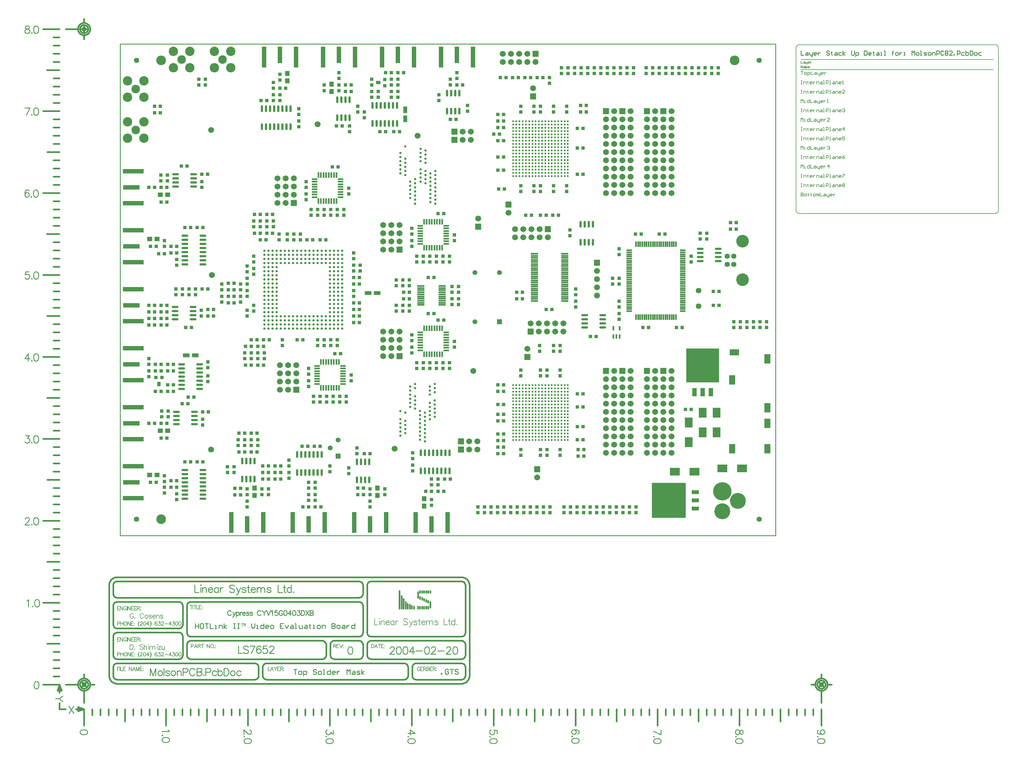
<source format=gts>
%FSLAX24Y24*%
%MOIN*%
G70*
G01*
G75*
%ADD10C,0.0136*%
%ADD11C,0.0123*%
%ADD12C,0.0050*%
%ADD13C,0.0056*%
%ADD14R,0.0400X0.0400*%
%ADD15C,0.0236*%
%ADD16O,0.0240X0.0800*%
%ADD17C,0.0197*%
%ADD18R,0.0866X0.0157*%
%ADD19R,0.0610X0.0197*%
%ADD20O,0.0800X0.0240*%
%ADD21R,0.0200X0.0500*%
%ADD22R,0.0197X0.0610*%
%ADD23R,0.0500X0.0600*%
%ADD24R,0.0600X0.0500*%
%ADD25R,0.0360X0.0500*%
%ADD26R,0.0500X0.0360*%
%ADD27R,0.0850X0.0420*%
%ADD28R,0.1200X0.0900*%
%ADD29R,0.0197X0.0610*%
%ADD30R,0.4000X0.4100*%
%ADD31R,0.0500X0.1000*%
%ADD32R,0.4100X0.4250*%
%ADD33R,0.0787X0.0472*%
%ADD34R,0.0900X0.1200*%
%ADD35R,0.0472X0.0787*%
%ADD36R,0.0866X0.0157*%
%ADD37R,0.0360X0.0360*%
%ADD38C,0.0394*%
%ADD39R,0.0846X0.0157*%
%ADD40R,0.0846X0.0157*%
%ADD41R,0.0157X0.0669*%
%ADD42R,0.0669X0.0157*%
%ADD43R,0.2500X0.0500*%
%ADD44R,0.2000X0.0500*%
%ADD45R,0.0500X0.2500*%
%ADD46R,0.0500X0.2000*%
%ADD47R,0.0700X0.1100*%
%ADD48R,0.1100X0.0700*%
%ADD49C,0.0120*%
%ADD50C,0.0100*%
%ADD51C,0.0400*%
%ADD52C,0.0700*%
%ADD53C,0.0200*%
%ADD54C,0.0070*%
%ADD55C,0.0216*%
%ADD56C,0.0090*%
%ADD57C,0.0080*%
%ADD58C,0.0240*%
%ADD59C,0.0680*%
%ADD60R,0.0680X0.0680*%
%ADD61C,0.1500*%
%ADD62C,0.0550*%
%ADD63C,0.1000*%
%ADD64C,0.2200*%
%ADD65C,0.0650*%
%ADD66C,0.0600*%
%ADD67C,0.1100*%
%ADD68C,0.1900*%
%ADD69R,0.0550X0.0550*%
%ADD70C,0.0051*%
%ADD71C,0.0079*%
%ADD72C,0.0098*%
%ADD73C,0.0010*%
%ADD74R,0.0440X0.0440*%
%ADD75C,0.0276*%
%ADD76O,0.0280X0.0840*%
%ADD77C,0.0237*%
%ADD78R,0.0906X0.0197*%
%ADD79R,0.0650X0.0237*%
%ADD80O,0.0840X0.0280*%
%ADD81R,0.0240X0.0540*%
%ADD82R,0.0237X0.0650*%
%ADD83R,0.0540X0.0640*%
%ADD84R,0.0640X0.0540*%
%ADD85R,0.0400X0.0540*%
%ADD86R,0.0540X0.0400*%
%ADD87R,0.0890X0.0460*%
%ADD88R,0.1240X0.0940*%
%ADD89R,0.0237X0.0650*%
%ADD90R,0.4040X0.4140*%
%ADD91R,0.0540X0.1040*%
%ADD92R,0.4140X0.4290*%
%ADD93R,0.0827X0.0512*%
%ADD94R,0.0940X0.1240*%
%ADD95R,0.0512X0.0827*%
%ADD96R,0.0906X0.0197*%
%ADD97C,0.1181*%
%ADD98R,0.0886X0.0197*%
%ADD99R,0.0886X0.0197*%
%ADD100R,0.0197X0.0709*%
%ADD101R,0.0709X0.0197*%
%ADD102R,0.2540X0.0540*%
%ADD103R,0.2040X0.0540*%
%ADD104R,0.0540X0.2540*%
%ADD105R,0.0540X0.2040*%
%ADD106R,0.0740X0.1140*%
%ADD107R,0.1140X0.0740*%
%ADD108C,0.0280*%
%ADD109C,0.0720*%
%ADD110R,0.0720X0.0720*%
%ADD111C,0.1540*%
%ADD112C,0.0590*%
%ADD113C,0.1040*%
%ADD114C,0.2240*%
%ADD115C,0.0690*%
%ADD116C,0.0640*%
%ADD117C,0.1140*%
%ADD118C,0.1940*%
%ADD119R,0.0590X0.0590*%
D12*
X103100Y87924D02*
Y87634D01*
X103293D01*
X103438Y87827D02*
X103535D01*
X103583Y87779D01*
Y87634D01*
X103438D01*
X103390Y87682D01*
X103438Y87731D01*
X103583D01*
X103680Y87827D02*
Y87682D01*
X103728Y87634D01*
X103873D01*
Y87586D01*
X103825Y87537D01*
X103776D01*
X103873Y87634D02*
Y87827D01*
X104115Y87634D02*
X104018D01*
X103970Y87682D01*
Y87779D01*
X104018Y87827D01*
X104115D01*
X104163Y87779D01*
Y87731D01*
X103970D01*
X104260Y87827D02*
Y87634D01*
Y87731D01*
X104308Y87779D01*
X104356Y87827D01*
X104405D01*
X103100Y87054D02*
Y87344D01*
X103293Y87054D01*
Y87344D01*
X103438Y87247D02*
X103535D01*
X103583Y87199D01*
Y87054D01*
X103438D01*
X103390Y87102D01*
X103438Y87151D01*
X103583D01*
X103680Y87054D02*
Y87247D01*
X103728D01*
X103776Y87199D01*
Y87054D01*
Y87199D01*
X103825Y87247D01*
X103873Y87199D01*
Y87054D01*
X104115D02*
X104018D01*
X103970Y87102D01*
Y87199D01*
X104018Y87247D01*
X104115D01*
X104163Y87199D01*
Y87151D01*
X103970D01*
X56571Y13843D02*
X56550Y13886D01*
X56507Y13928D01*
X56464Y13950D01*
X56379D01*
X56336Y13928D01*
X56293Y13886D01*
X56271Y13843D01*
X56250Y13779D01*
Y13671D01*
X56271Y13607D01*
X56293Y13564D01*
X56336Y13521D01*
X56379Y13500D01*
X56464D01*
X56507Y13521D01*
X56550Y13564D01*
X56571Y13607D01*
Y13671D01*
X56464D02*
X56571D01*
X56953Y13950D02*
X56674D01*
Y13500D01*
X56953D01*
X56674Y13736D02*
X56846D01*
X57028Y13950D02*
Y13500D01*
Y13950D02*
X57221D01*
X57285Y13928D01*
X57306Y13907D01*
X57328Y13864D01*
Y13821D01*
X57306Y13779D01*
X57285Y13757D01*
X57221Y13736D01*
X57028D01*
X57178D02*
X57328Y13500D01*
X57428Y13950D02*
Y13500D01*
Y13950D02*
X57621D01*
X57685Y13928D01*
X57707Y13907D01*
X57728Y13864D01*
Y13821D01*
X57707Y13779D01*
X57685Y13757D01*
X57621Y13736D01*
X57428D02*
X57621D01*
X57685Y13714D01*
X57707Y13693D01*
X57728Y13650D01*
Y13586D01*
X57707Y13543D01*
X57685Y13521D01*
X57621Y13500D01*
X57428D01*
X58107Y13950D02*
X57829D01*
Y13500D01*
X58107D01*
X57829Y13736D02*
X58000D01*
X58182Y13950D02*
Y13500D01*
Y13950D02*
X58375D01*
X58440Y13928D01*
X58461Y13907D01*
X58482Y13864D01*
Y13821D01*
X58461Y13779D01*
X58440Y13757D01*
X58375Y13736D01*
X58182D01*
X58332D02*
X58482Y13500D01*
X58604Y13800D02*
X58583Y13779D01*
X58604Y13757D01*
X58626Y13779D01*
X58604Y13800D01*
Y13543D02*
X58583Y13521D01*
X58604Y13500D01*
X58626Y13521D01*
X58604Y13543D01*
X19650Y13950D02*
Y13500D01*
Y13950D02*
X19929D01*
X19650Y13736D02*
X19821D01*
X19980Y13950D02*
Y13500D01*
X20074Y13950D02*
Y13500D01*
X20331D01*
X20659Y13950D02*
X20381D01*
Y13500D01*
X20659D01*
X20381Y13736D02*
X20552D01*
X21088Y13950D02*
Y13500D01*
Y13950D02*
X21387Y13500D01*
Y13950D02*
Y13500D01*
X21855D02*
X21683Y13950D01*
X21512Y13500D01*
X21576Y13650D02*
X21790D01*
X21960Y13950D02*
Y13500D01*
Y13950D02*
X22131Y13500D01*
X22302Y13950D02*
X22131Y13500D01*
X22302Y13950D02*
Y13500D01*
X22709Y13950D02*
X22431D01*
Y13500D01*
X22709D01*
X22431Y13736D02*
X22602D01*
X22806Y13800D02*
X22784Y13779D01*
X22806Y13757D01*
X22827Y13779D01*
X22806Y13800D01*
Y13543D02*
X22784Y13521D01*
X22806Y13500D01*
X22827Y13521D01*
X22806Y13543D01*
X19929Y17550D02*
X19650D01*
Y17100D01*
X19929D01*
X19650Y17336D02*
X19821D01*
X20003Y17550D02*
Y17100D01*
Y17550D02*
X20303Y17100D01*
Y17550D02*
Y17100D01*
X20749Y17443D02*
X20728Y17486D01*
X20685Y17528D01*
X20642Y17550D01*
X20556D01*
X20513Y17528D01*
X20471Y17486D01*
X20449Y17443D01*
X20428Y17379D01*
Y17271D01*
X20449Y17207D01*
X20471Y17164D01*
X20513Y17121D01*
X20556Y17100D01*
X20642D01*
X20685Y17121D01*
X20728Y17164D01*
X20749Y17207D01*
Y17271D01*
X20642D02*
X20749D01*
X20852Y17550D02*
Y17100D01*
X20946Y17550D02*
Y17100D01*
Y17550D02*
X21246Y17100D01*
Y17550D02*
Y17100D01*
X21649Y17550D02*
X21370D01*
Y17100D01*
X21649D01*
X21370Y17336D02*
X21542D01*
X22002Y17550D02*
X21724D01*
Y17100D01*
X22002D01*
X21724Y17336D02*
X21895D01*
X22077Y17550D02*
Y17100D01*
Y17550D02*
X22270D01*
X22334Y17528D01*
X22356Y17507D01*
X22377Y17464D01*
Y17421D01*
X22356Y17379D01*
X22334Y17357D01*
X22270Y17336D01*
X22077D01*
X22227D02*
X22377Y17100D01*
X22499Y17400D02*
X22478Y17379D01*
X22499Y17357D01*
X22521Y17379D01*
X22499Y17400D01*
Y17143D02*
X22478Y17121D01*
X22499Y17100D01*
X22521Y17121D01*
X22499Y17143D01*
X28675Y21475D02*
Y21025D01*
X28525Y21475D02*
X28825D01*
X28879D02*
Y21025D01*
X29123Y21475D02*
Y21025D01*
X28973Y21475D02*
X29273D01*
X29326D02*
Y21025D01*
X29583D01*
X29911Y21475D02*
X29633D01*
Y21025D01*
X29911D01*
X29633Y21261D02*
X29804D01*
X30008Y21325D02*
X29986Y21304D01*
X30008Y21282D01*
X30029Y21304D01*
X30008Y21325D01*
Y21068D02*
X29986Y21046D01*
X30008Y21025D01*
X30029Y21046D01*
X30008Y21068D01*
X28650Y16489D02*
X28843D01*
X28907Y16511D01*
X28929Y16532D01*
X28950Y16575D01*
Y16639D01*
X28929Y16682D01*
X28907Y16703D01*
X28843Y16725D01*
X28650D01*
Y16275D01*
X29393D02*
X29222Y16725D01*
X29051Y16275D01*
X29115Y16425D02*
X29329D01*
X29498Y16725D02*
Y16275D01*
Y16725D02*
X29691D01*
X29755Y16703D01*
X29777Y16682D01*
X29798Y16639D01*
Y16596D01*
X29777Y16554D01*
X29755Y16532D01*
X29691Y16511D01*
X29498D01*
X29648D02*
X29798Y16275D01*
X30049Y16725D02*
Y16275D01*
X29899Y16725D02*
X30199D01*
X30606D02*
Y16275D01*
Y16725D02*
X30906Y16275D01*
Y16725D02*
Y16275D01*
X31159Y16725D02*
X31116Y16703D01*
X31073Y16661D01*
X31052Y16618D01*
X31030Y16554D01*
Y16446D01*
X31052Y16382D01*
X31073Y16339D01*
X31116Y16296D01*
X31159Y16275D01*
X31244D01*
X31287Y16296D01*
X31330Y16339D01*
X31352Y16382D01*
X31373Y16446D01*
Y16554D01*
X31352Y16618D01*
X31330Y16661D01*
X31287Y16703D01*
X31244Y16725D01*
X31159D01*
X31499Y16318D02*
X31478Y16296D01*
X31499Y16275D01*
X31521Y16296D01*
X31499Y16318D01*
X31641Y16575D02*
X31619Y16554D01*
X31641Y16532D01*
X31662Y16554D01*
X31641Y16575D01*
Y16318D02*
X31619Y16296D01*
X31641Y16275D01*
X31662Y16296D01*
X31641Y16318D01*
X19929Y21350D02*
X19650D01*
Y20900D01*
X19929D01*
X19650Y21136D02*
X19821D01*
X20003Y21350D02*
Y20900D01*
Y21350D02*
X20303Y20900D01*
Y21350D02*
Y20900D01*
X20749Y21243D02*
X20728Y21286D01*
X20685Y21328D01*
X20642Y21350D01*
X20556D01*
X20513Y21328D01*
X20471Y21286D01*
X20449Y21243D01*
X20428Y21179D01*
Y21071D01*
X20449Y21007D01*
X20471Y20964D01*
X20513Y20921D01*
X20556Y20900D01*
X20642D01*
X20685Y20921D01*
X20728Y20964D01*
X20749Y21007D01*
Y21071D01*
X20642D02*
X20749D01*
X20852Y21350D02*
Y20900D01*
X20946Y21350D02*
Y20900D01*
Y21350D02*
X21246Y20900D01*
Y21350D02*
Y20900D01*
X21649Y21350D02*
X21370D01*
Y20900D01*
X21649D01*
X21370Y21136D02*
X21542D01*
X22002Y21350D02*
X21724D01*
Y20900D01*
X22002D01*
X21724Y21136D02*
X21895D01*
X22077Y21350D02*
Y20900D01*
Y21350D02*
X22270D01*
X22334Y21328D01*
X22356Y21307D01*
X22377Y21264D01*
Y21221D01*
X22356Y21179D01*
X22334Y21157D01*
X22270Y21136D01*
X22077D01*
X22227D02*
X22377Y20900D01*
X22499Y21200D02*
X22478Y21179D01*
X22499Y21157D01*
X22521Y21179D01*
X22499Y21200D01*
Y20943D02*
X22478Y20921D01*
X22499Y20900D01*
X22521Y20921D01*
X22499Y20943D01*
X38050Y13950D02*
Y13500D01*
X38307D01*
X38699D02*
X38528Y13950D01*
X38356Y13500D01*
X38421Y13650D02*
X38635D01*
X38804Y13950D02*
X38976Y13736D01*
Y13500D01*
X39147Y13950D02*
X38976Y13736D01*
X39483Y13950D02*
X39205D01*
Y13500D01*
X39483D01*
X39205Y13736D02*
X39376D01*
X39558Y13950D02*
Y13500D01*
Y13950D02*
X39751D01*
X39815Y13928D01*
X39837Y13907D01*
X39858Y13864D01*
Y13821D01*
X39837Y13779D01*
X39815Y13757D01*
X39751Y13736D01*
X39558D01*
X39708D02*
X39858Y13500D01*
X39980Y13800D02*
X39959Y13779D01*
X39980Y13757D01*
X40002Y13779D01*
X39980Y13800D01*
Y13543D02*
X39959Y13521D01*
X39980Y13500D01*
X40002Y13521D01*
X39980Y13543D01*
X19650Y15489D02*
X19843D01*
X19907Y15511D01*
X19929Y15532D01*
X19950Y15575D01*
Y15639D01*
X19929Y15682D01*
X19907Y15703D01*
X19843Y15725D01*
X19650D01*
Y15275D01*
X20051Y15725D02*
Y15275D01*
X20351Y15725D02*
Y15275D01*
X20051Y15511D02*
X20351D01*
X20603Y15725D02*
X20561Y15703D01*
X20518Y15661D01*
X20496Y15618D01*
X20475Y15554D01*
Y15446D01*
X20496Y15382D01*
X20518Y15339D01*
X20561Y15296D01*
X20603Y15275D01*
X20689D01*
X20732Y15296D01*
X20775Y15339D01*
X20796Y15382D01*
X20818Y15446D01*
Y15554D01*
X20796Y15618D01*
X20775Y15661D01*
X20732Y15703D01*
X20689Y15725D01*
X20603D01*
X20923D02*
Y15275D01*
Y15725D02*
X21223Y15275D01*
Y15725D02*
Y15275D01*
X21625Y15725D02*
X21347D01*
Y15275D01*
X21625D01*
X21347Y15511D02*
X21518D01*
X21722Y15575D02*
X21700Y15554D01*
X21722Y15532D01*
X21743Y15554D01*
X21722Y15575D01*
Y15318D02*
X21700Y15296D01*
X21722Y15275D01*
X21743Y15296D01*
X21722Y15318D01*
X22345Y15811D02*
X22302Y15768D01*
X22259Y15703D01*
X22217Y15618D01*
X22195Y15511D01*
Y15425D01*
X22217Y15318D01*
X22259Y15232D01*
X22302Y15168D01*
X22345Y15125D01*
X22302Y15768D02*
X22259Y15682D01*
X22238Y15618D01*
X22217Y15511D01*
Y15425D01*
X22238Y15318D01*
X22259Y15254D01*
X22302Y15168D01*
X22452Y15618D02*
Y15639D01*
X22474Y15682D01*
X22495Y15703D01*
X22538Y15725D01*
X22624D01*
X22666Y15703D01*
X22688Y15682D01*
X22709Y15639D01*
Y15596D01*
X22688Y15554D01*
X22645Y15489D01*
X22431Y15275D01*
X22731D01*
X22960Y15725D02*
X22896Y15703D01*
X22853Y15639D01*
X22831Y15532D01*
Y15468D01*
X22853Y15361D01*
X22896Y15296D01*
X22960Y15275D01*
X23003D01*
X23067Y15296D01*
X23110Y15361D01*
X23131Y15468D01*
Y15532D01*
X23110Y15639D01*
X23067Y15703D01*
X23003Y15725D01*
X22960D01*
X23446D02*
X23232Y15425D01*
X23553D01*
X23446Y15725D02*
Y15275D01*
X23633Y15811D02*
X23676Y15768D01*
X23718Y15703D01*
X23761Y15618D01*
X23783Y15511D01*
Y15425D01*
X23761Y15318D01*
X23718Y15232D01*
X23676Y15168D01*
X23633Y15125D01*
X23676Y15768D02*
X23718Y15682D01*
X23740Y15618D01*
X23761Y15511D01*
Y15425D01*
X23740Y15318D01*
X23718Y15254D01*
X23676Y15168D01*
X24503Y15661D02*
X24481Y15703D01*
X24417Y15725D01*
X24374D01*
X24310Y15703D01*
X24267Y15639D01*
X24245Y15532D01*
Y15425D01*
X24267Y15339D01*
X24310Y15296D01*
X24374Y15275D01*
X24395D01*
X24460Y15296D01*
X24503Y15339D01*
X24524Y15404D01*
Y15425D01*
X24503Y15489D01*
X24460Y15532D01*
X24395Y15554D01*
X24374D01*
X24310Y15532D01*
X24267Y15489D01*
X24245Y15425D01*
X24665Y15725D02*
X24901D01*
X24772Y15554D01*
X24837D01*
X24880Y15532D01*
X24901Y15511D01*
X24922Y15446D01*
Y15404D01*
X24901Y15339D01*
X24858Y15296D01*
X24794Y15275D01*
X24730D01*
X24665Y15296D01*
X24644Y15318D01*
X24623Y15361D01*
X25045Y15618D02*
Y15639D01*
X25066Y15682D01*
X25087Y15703D01*
X25130Y15725D01*
X25216D01*
X25259Y15703D01*
X25280Y15682D01*
X25302Y15639D01*
Y15596D01*
X25280Y15554D01*
X25237Y15489D01*
X25023Y15275D01*
X25323D01*
X25424Y15468D02*
X25809D01*
X26156Y15725D02*
X25942Y15425D01*
X26264D01*
X26156Y15725D02*
Y15275D01*
X26386Y15725D02*
X26621D01*
X26493Y15554D01*
X26557D01*
X26600Y15532D01*
X26621Y15511D01*
X26643Y15446D01*
Y15404D01*
X26621Y15339D01*
X26579Y15296D01*
X26514Y15275D01*
X26450D01*
X26386Y15296D01*
X26364Y15318D01*
X26343Y15361D01*
X26872Y15725D02*
X26808Y15703D01*
X26765Y15639D01*
X26743Y15532D01*
Y15468D01*
X26765Y15361D01*
X26808Y15296D01*
X26872Y15275D01*
X26915D01*
X26979Y15296D01*
X27022Y15361D01*
X27043Y15468D01*
Y15532D01*
X27022Y15639D01*
X26979Y15703D01*
X26915Y15725D01*
X26872D01*
X27273D02*
X27208Y15703D01*
X27166Y15639D01*
X27144Y15532D01*
Y15468D01*
X27166Y15361D01*
X27208Y15296D01*
X27273Y15275D01*
X27315D01*
X27380Y15296D01*
X27423Y15361D01*
X27444Y15468D01*
Y15532D01*
X27423Y15639D01*
X27380Y15703D01*
X27315Y15725D01*
X27273D01*
X19650Y19239D02*
X19843D01*
X19907Y19261D01*
X19929Y19282D01*
X19950Y19325D01*
Y19389D01*
X19929Y19432D01*
X19907Y19453D01*
X19843Y19475D01*
X19650D01*
Y19025D01*
X20051Y19475D02*
Y19025D01*
X20351Y19475D02*
Y19025D01*
X20051Y19261D02*
X20351D01*
X20603Y19475D02*
X20561Y19453D01*
X20518Y19411D01*
X20496Y19368D01*
X20475Y19304D01*
Y19196D01*
X20496Y19132D01*
X20518Y19089D01*
X20561Y19046D01*
X20603Y19025D01*
X20689D01*
X20732Y19046D01*
X20775Y19089D01*
X20796Y19132D01*
X20818Y19196D01*
Y19304D01*
X20796Y19368D01*
X20775Y19411D01*
X20732Y19453D01*
X20689Y19475D01*
X20603D01*
X20923D02*
Y19025D01*
Y19475D02*
X21223Y19025D01*
Y19475D02*
Y19025D01*
X21625Y19475D02*
X21347D01*
Y19025D01*
X21625D01*
X21347Y19261D02*
X21518D01*
X21722Y19325D02*
X21700Y19304D01*
X21722Y19282D01*
X21743Y19304D01*
X21722Y19325D01*
Y19068D02*
X21700Y19046D01*
X21722Y19025D01*
X21743Y19046D01*
X21722Y19068D01*
X22345Y19561D02*
X22302Y19518D01*
X22259Y19453D01*
X22217Y19368D01*
X22195Y19261D01*
Y19175D01*
X22217Y19068D01*
X22259Y18982D01*
X22302Y18918D01*
X22345Y18875D01*
X22302Y19518D02*
X22259Y19432D01*
X22238Y19368D01*
X22217Y19261D01*
Y19175D01*
X22238Y19068D01*
X22259Y19004D01*
X22302Y18918D01*
X22452Y19368D02*
Y19389D01*
X22474Y19432D01*
X22495Y19453D01*
X22538Y19475D01*
X22624D01*
X22666Y19453D01*
X22688Y19432D01*
X22709Y19389D01*
Y19346D01*
X22688Y19304D01*
X22645Y19239D01*
X22431Y19025D01*
X22731D01*
X22960Y19475D02*
X22896Y19453D01*
X22853Y19389D01*
X22831Y19282D01*
Y19218D01*
X22853Y19111D01*
X22896Y19046D01*
X22960Y19025D01*
X23003D01*
X23067Y19046D01*
X23110Y19111D01*
X23131Y19218D01*
Y19282D01*
X23110Y19389D01*
X23067Y19453D01*
X23003Y19475D01*
X22960D01*
X23446D02*
X23232Y19175D01*
X23553D01*
X23446Y19475D02*
Y19025D01*
X23633Y19561D02*
X23676Y19518D01*
X23718Y19453D01*
X23761Y19368D01*
X23783Y19261D01*
Y19175D01*
X23761Y19068D01*
X23718Y18982D01*
X23676Y18918D01*
X23633Y18875D01*
X23676Y19518D02*
X23718Y19432D01*
X23740Y19368D01*
X23761Y19261D01*
Y19175D01*
X23740Y19068D01*
X23718Y19004D01*
X23676Y18918D01*
X24503Y19411D02*
X24481Y19453D01*
X24417Y19475D01*
X24374D01*
X24310Y19453D01*
X24267Y19389D01*
X24245Y19282D01*
Y19175D01*
X24267Y19089D01*
X24310Y19046D01*
X24374Y19025D01*
X24395D01*
X24460Y19046D01*
X24503Y19089D01*
X24524Y19154D01*
Y19175D01*
X24503Y19239D01*
X24460Y19282D01*
X24395Y19304D01*
X24374D01*
X24310Y19282D01*
X24267Y19239D01*
X24245Y19175D01*
X24665Y19475D02*
X24901D01*
X24772Y19304D01*
X24837D01*
X24880Y19282D01*
X24901Y19261D01*
X24922Y19196D01*
Y19154D01*
X24901Y19089D01*
X24858Y19046D01*
X24794Y19025D01*
X24730D01*
X24665Y19046D01*
X24644Y19068D01*
X24623Y19111D01*
X25045Y19368D02*
Y19389D01*
X25066Y19432D01*
X25087Y19453D01*
X25130Y19475D01*
X25216D01*
X25259Y19453D01*
X25280Y19432D01*
X25302Y19389D01*
Y19346D01*
X25280Y19304D01*
X25237Y19239D01*
X25023Y19025D01*
X25323D01*
X25424Y19218D02*
X25809D01*
X26156Y19475D02*
X25942Y19175D01*
X26264D01*
X26156Y19475D02*
Y19025D01*
X26386Y19475D02*
X26621D01*
X26493Y19304D01*
X26557D01*
X26600Y19282D01*
X26621Y19261D01*
X26643Y19196D01*
Y19154D01*
X26621Y19089D01*
X26579Y19046D01*
X26514Y19025D01*
X26450D01*
X26386Y19046D01*
X26364Y19068D01*
X26343Y19111D01*
X26872Y19475D02*
X26808Y19453D01*
X26765Y19389D01*
X26743Y19282D01*
Y19218D01*
X26765Y19111D01*
X26808Y19046D01*
X26872Y19025D01*
X26915D01*
X26979Y19046D01*
X27022Y19111D01*
X27043Y19218D01*
Y19282D01*
X27022Y19389D01*
X26979Y19453D01*
X26915Y19475D01*
X26872D01*
X27273D02*
X27208Y19453D01*
X27166Y19389D01*
X27144Y19282D01*
Y19218D01*
X27166Y19111D01*
X27208Y19046D01*
X27273Y19025D01*
X27315D01*
X27380Y19046D01*
X27423Y19111D01*
X27444Y19218D01*
Y19282D01*
X27423Y19389D01*
X27380Y19453D01*
X27315Y19475D01*
X27273D01*
X46025Y16725D02*
Y16275D01*
Y16725D02*
X46218D01*
X46282Y16703D01*
X46304Y16682D01*
X46325Y16639D01*
Y16596D01*
X46304Y16554D01*
X46282Y16532D01*
X46218Y16511D01*
X46025D01*
X46175D02*
X46325Y16275D01*
X46704Y16725D02*
X46426D01*
Y16275D01*
X46704D01*
X46426Y16511D02*
X46597D01*
X46779Y16725D02*
X46951Y16275D01*
X47122Y16725D02*
X46951Y16275D01*
X47201Y16575D02*
X47180Y16554D01*
X47201Y16532D01*
X47223Y16554D01*
X47201Y16575D01*
Y16318D02*
X47180Y16296D01*
X47201Y16275D01*
X47223Y16296D01*
X47201Y16318D01*
X50650Y16725D02*
Y16275D01*
Y16725D02*
X50800D01*
X50864Y16703D01*
X50907Y16661D01*
X50929Y16618D01*
X50950Y16554D01*
Y16446D01*
X50929Y16382D01*
X50907Y16339D01*
X50864Y16296D01*
X50800Y16275D01*
X50650D01*
X51393D02*
X51222Y16725D01*
X51051Y16275D01*
X51115Y16425D02*
X51329D01*
X51648Y16725D02*
Y16275D01*
X51498Y16725D02*
X51798D01*
X52130D02*
X51852D01*
Y16275D01*
X52130D01*
X51852Y16511D02*
X52023D01*
X52227Y16575D02*
X52205Y16554D01*
X52227Y16532D01*
X52248Y16554D01*
X52227Y16575D01*
Y16318D02*
X52205Y16296D01*
X52227Y16275D01*
X52248Y16296D01*
X52227Y16318D01*
X34800Y19250D02*
X35000D01*
X34900D01*
Y18950D01*
X35100D02*
Y19250D01*
X35200Y19150D01*
X35300Y19250D01*
Y18950D01*
D14*
X25100Y49300D02*
D03*
X52300Y84900D02*
D03*
X24350Y49300D02*
D03*
X52300Y85650D02*
D03*
D50*
X41180Y13650D02*
X41580D01*
X41380D01*
Y13050D01*
X41880D02*
X42080D01*
X42180Y13150D01*
Y13350D01*
X42080Y13450D01*
X41880D01*
X41780Y13350D01*
Y13150D01*
X41880Y13050D01*
X42380Y12850D02*
Y13450D01*
X42680D01*
X42779Y13350D01*
Y13150D01*
X42680Y13050D01*
X42380D01*
X43979Y13550D02*
X43879Y13650D01*
X43679D01*
X43579Y13550D01*
Y13450D01*
X43679Y13350D01*
X43879D01*
X43979Y13250D01*
Y13150D01*
X43879Y13050D01*
X43679D01*
X43579Y13150D01*
X44279Y13050D02*
X44479D01*
X44579Y13150D01*
Y13350D01*
X44479Y13450D01*
X44279D01*
X44179Y13350D01*
Y13150D01*
X44279Y13050D01*
X44779D02*
X44979D01*
X44879D01*
Y13650D01*
X44779D01*
X45679D02*
Y13050D01*
X45379D01*
X45279Y13150D01*
Y13350D01*
X45379Y13450D01*
X45679D01*
X46178Y13050D02*
X45978D01*
X45878Y13150D01*
Y13350D01*
X45978Y13450D01*
X46178D01*
X46278Y13350D01*
Y13250D01*
X45878D01*
X46478Y13450D02*
Y13050D01*
Y13250D01*
X46578Y13350D01*
X46678Y13450D01*
X46778D01*
X47678Y13050D02*
Y13650D01*
X47878Y13450D01*
X48078Y13650D01*
Y13050D01*
X48378Y13450D02*
X48578D01*
X48678Y13350D01*
Y13050D01*
X48378D01*
X48278Y13150D01*
X48378Y13250D01*
X48678D01*
X48878Y13050D02*
X49177D01*
X49277Y13150D01*
X49177Y13250D01*
X48977D01*
X48878Y13350D01*
X48977Y13450D01*
X49277D01*
X49477Y13050D02*
Y13650D01*
Y13250D02*
X49777Y13450D01*
X49477Y13250D02*
X49777Y13050D01*
X59150Y13100D02*
Y13200D01*
X59250D01*
Y13100D01*
X59150D01*
X60050Y13600D02*
X59950Y13700D01*
X59750D01*
X59650Y13600D01*
Y13200D01*
X59750Y13100D01*
X59950D01*
X60050Y13200D01*
Y13400D01*
X59850D01*
X60250Y13700D02*
X60650D01*
X60450D01*
Y13100D01*
X61249Y13600D02*
X61149Y13700D01*
X60949D01*
X60849Y13600D01*
Y13500D01*
X60949Y13400D01*
X61149D01*
X61249Y13300D01*
Y13200D01*
X61149Y13100D01*
X60949D01*
X60849Y13200D01*
X100000Y30000D02*
Y90000D01*
X20000D02*
X100000D01*
X20000Y30000D02*
X100000D01*
X20000D02*
Y90000D01*
X29150Y19250D02*
Y18650D01*
Y18950D01*
X29550D01*
Y19250D01*
Y18650D01*
X30050Y19250D02*
X29850D01*
X29750Y19150D01*
Y18750D01*
X29850Y18650D01*
X30050D01*
X30150Y18750D01*
Y19150D01*
X30050Y19250D01*
X30350D02*
X30749D01*
X30550D01*
Y18650D01*
X30949Y19250D02*
Y18650D01*
X31349D01*
X31549D02*
X31749D01*
X31649D01*
Y19050D01*
X31549D01*
X32049Y18650D02*
Y19050D01*
X32349D01*
X32449Y18950D01*
Y18650D01*
X32649D02*
Y19250D01*
Y18850D02*
X32949Y19050D01*
X32649Y18850D02*
X32949Y18650D01*
X33848Y19250D02*
X34048D01*
X33948D01*
Y18650D01*
X33848D01*
X34048D01*
X34348Y19250D02*
X34548D01*
X34448D01*
Y18650D01*
X34348D01*
X34548D01*
X36048Y19250D02*
Y18850D01*
X36248Y18650D01*
X36448Y18850D01*
Y19250D01*
X36648Y18650D02*
X36848D01*
X36748D01*
Y19050D01*
X36648D01*
X37547Y19250D02*
Y18650D01*
X37247D01*
X37147Y18750D01*
Y18950D01*
X37247Y19050D01*
X37547D01*
X38047Y18650D02*
X37847D01*
X37747Y18750D01*
Y18950D01*
X37847Y19050D01*
X38047D01*
X38147Y18950D01*
Y18850D01*
X37747D01*
X38447Y18650D02*
X38647D01*
X38747Y18750D01*
Y18950D01*
X38647Y19050D01*
X38447D01*
X38347Y18950D01*
Y18750D01*
X38447Y18650D01*
X39947Y19250D02*
X39547D01*
Y18650D01*
X39947D01*
X39547Y18950D02*
X39747D01*
X40146Y19050D02*
X40346Y18650D01*
X40546Y19050D01*
X40846D02*
X41046D01*
X41146Y18950D01*
Y18650D01*
X40846D01*
X40746Y18750D01*
X40846Y18850D01*
X41146D01*
X41346Y18650D02*
X41546D01*
X41446D01*
Y19250D01*
X41346D01*
X41846Y19050D02*
Y18750D01*
X41946Y18650D01*
X42246D01*
Y19050D01*
X42546D02*
X42746D01*
X42846Y18950D01*
Y18650D01*
X42546D01*
X42446Y18750D01*
X42546Y18850D01*
X42846D01*
X43145Y19150D02*
Y19050D01*
X43046D01*
X43245D01*
X43145D01*
Y18750D01*
X43245Y18650D01*
X43545D02*
X43745D01*
X43645D01*
Y19050D01*
X43545D01*
X44145Y18650D02*
X44345D01*
X44445Y18750D01*
Y18950D01*
X44345Y19050D01*
X44145D01*
X44045Y18950D01*
Y18750D01*
X44145Y18650D01*
X44645D02*
Y19050D01*
X44945D01*
X45045Y18950D01*
Y18650D01*
X45845Y19250D02*
Y18650D01*
X46144D01*
X46244Y18750D01*
Y18850D01*
X46144Y18950D01*
X45845D01*
X46144D01*
X46244Y19050D01*
Y19150D01*
X46144Y19250D01*
X45845D01*
X46544Y18650D02*
X46744D01*
X46844Y18750D01*
Y18950D01*
X46744Y19050D01*
X46544D01*
X46444Y18950D01*
Y18750D01*
X46544Y18650D01*
X47144Y19050D02*
X47344D01*
X47444Y18950D01*
Y18650D01*
X47144D01*
X47044Y18750D01*
X47144Y18850D01*
X47444D01*
X47644Y19050D02*
Y18650D01*
Y18850D01*
X47744Y18950D01*
X47844Y19050D01*
X47944D01*
X48644Y19250D02*
Y18650D01*
X48344D01*
X48244Y18750D01*
Y18950D01*
X48344Y19050D01*
X48644D01*
D54*
X126790Y69300D02*
X126896Y69314D01*
X126995Y69355D01*
X127080Y69420D01*
X127145Y69505D01*
X127186Y69604D01*
X127200Y69710D01*
X102500D02*
X102514Y69604D01*
X102555Y69505D01*
X102620Y69420D01*
X102705Y69355D01*
X102804Y69314D01*
X102910Y69300D01*
Y89900D02*
X102804Y89886D01*
X102705Y89845D01*
X102620Y89780D01*
X102555Y89695D01*
X102514Y89596D01*
X102500Y89490D01*
X127200D02*
X127186Y89596D01*
X127145Y89695D01*
X127080Y89780D01*
X126995Y89845D01*
X126896Y89886D01*
X126790Y89900D01*
X102910D02*
X126790D01*
X102910Y69300D02*
X126790D01*
X102500Y69710D02*
Y89490D01*
X127200Y69710D02*
Y89490D01*
X103100Y88104D02*
X126600D01*
X103100Y86845D02*
X126600D01*
X103100Y86650D02*
X103373D01*
X103237D01*
Y86240D01*
X103578D02*
X103715D01*
X103783Y86308D01*
Y86445D01*
X103715Y86513D01*
X103578D01*
X103510Y86445D01*
Y86308D01*
X103578Y86240D01*
X103920Y86103D02*
Y86513D01*
X104125D01*
X104193Y86445D01*
Y86308D01*
X104125Y86240D01*
X103920D01*
X104330Y86650D02*
Y86240D01*
X104603D01*
X104808Y86513D02*
X104944D01*
X105013Y86445D01*
Y86240D01*
X104808D01*
X104739Y86308D01*
X104808Y86376D01*
X105013D01*
X105149Y86513D02*
Y86308D01*
X105218Y86240D01*
X105423D01*
Y86172D01*
X105354Y86103D01*
X105286D01*
X105423Y86240D02*
Y86513D01*
X105764Y86240D02*
X105628D01*
X105559Y86308D01*
Y86445D01*
X105628Y86513D01*
X105764D01*
X105832Y86445D01*
Y86376D01*
X105559D01*
X105969Y86513D02*
Y86240D01*
Y86376D01*
X106037Y86445D01*
X106106Y86513D01*
X106174D01*
X103100Y85509D02*
X103237D01*
X103168D01*
Y85099D01*
X103100D01*
X103237D01*
X103442D02*
Y85373D01*
X103646D01*
X103715Y85304D01*
Y85099D01*
X103920Y85441D02*
Y85373D01*
X103851D01*
X103988D01*
X103920D01*
Y85168D01*
X103988Y85099D01*
X104398D02*
X104261D01*
X104193Y85168D01*
Y85304D01*
X104261Y85373D01*
X104398D01*
X104466Y85304D01*
Y85236D01*
X104193D01*
X104603Y85373D02*
Y85099D01*
Y85236D01*
X104671Y85304D01*
X104739Y85373D01*
X104808D01*
X105013Y85099D02*
Y85373D01*
X105218D01*
X105286Y85304D01*
Y85099D01*
X105491Y85373D02*
X105628D01*
X105696Y85304D01*
Y85099D01*
X105491D01*
X105423Y85168D01*
X105491Y85236D01*
X105696D01*
X105832Y85099D02*
X105969D01*
X105901D01*
Y85509D01*
X105832D01*
X106174Y85099D02*
Y85509D01*
X106379D01*
X106447Y85441D01*
Y85304D01*
X106379Y85236D01*
X106174D01*
X106584Y85099D02*
X106720D01*
X106652D01*
Y85509D01*
X106584D01*
X106994Y85373D02*
X107130D01*
X107199Y85304D01*
Y85099D01*
X106994D01*
X106925Y85168D01*
X106994Y85236D01*
X107199D01*
X107335Y85099D02*
Y85373D01*
X107540D01*
X107609Y85304D01*
Y85099D01*
X107950D02*
X107813D01*
X107745Y85168D01*
Y85304D01*
X107813Y85373D01*
X107950D01*
X108018Y85304D01*
Y85236D01*
X107745D01*
X108155Y85099D02*
X108292D01*
X108223D01*
Y85509D01*
X108155Y85441D01*
X103100Y84369D02*
X103237D01*
X103168D01*
Y83959D01*
X103100D01*
X103237D01*
X103442D02*
Y84232D01*
X103646D01*
X103715Y84164D01*
Y83959D01*
X103920Y84301D02*
Y84232D01*
X103851D01*
X103988D01*
X103920D01*
Y84027D01*
X103988Y83959D01*
X104398D02*
X104261D01*
X104193Y84027D01*
Y84164D01*
X104261Y84232D01*
X104398D01*
X104466Y84164D01*
Y84096D01*
X104193D01*
X104603Y84232D02*
Y83959D01*
Y84096D01*
X104671Y84164D01*
X104739Y84232D01*
X104808D01*
X105013Y83959D02*
Y84232D01*
X105218D01*
X105286Y84164D01*
Y83959D01*
X105491Y84232D02*
X105628D01*
X105696Y84164D01*
Y83959D01*
X105491D01*
X105423Y84027D01*
X105491Y84096D01*
X105696D01*
X105832Y83959D02*
X105969D01*
X105901D01*
Y84369D01*
X105832D01*
X106174Y83959D02*
Y84369D01*
X106379D01*
X106447Y84301D01*
Y84164D01*
X106379Y84096D01*
X106174D01*
X106584Y83959D02*
X106720D01*
X106652D01*
Y84369D01*
X106584D01*
X106994Y84232D02*
X107130D01*
X107199Y84164D01*
Y83959D01*
X106994D01*
X106925Y84027D01*
X106994Y84096D01*
X107199D01*
X107335Y83959D02*
Y84232D01*
X107540D01*
X107609Y84164D01*
Y83959D01*
X107950D02*
X107813D01*
X107745Y84027D01*
Y84164D01*
X107813Y84232D01*
X107950D01*
X108018Y84164D01*
Y84096D01*
X107745D01*
X108428Y83959D02*
X108155D01*
X108428Y84232D01*
Y84301D01*
X108360Y84369D01*
X108223D01*
X108155Y84301D01*
X103100Y82819D02*
Y83229D01*
X103237Y83092D01*
X103373Y83229D01*
Y82819D01*
X103510D02*
X103646D01*
X103578D01*
Y83092D01*
X103510D01*
X104125Y83229D02*
Y82819D01*
X103920D01*
X103851Y82887D01*
Y83024D01*
X103920Y83092D01*
X104125D01*
X104261Y83229D02*
Y82819D01*
X104535D01*
X104739Y83092D02*
X104876D01*
X104944Y83024D01*
Y82819D01*
X104739D01*
X104671Y82887D01*
X104739Y82955D01*
X104944D01*
X105081Y83092D02*
Y82887D01*
X105149Y82819D01*
X105354D01*
Y82750D01*
X105286Y82682D01*
X105218D01*
X105354Y82819D02*
Y83092D01*
X105696Y82819D02*
X105559D01*
X105491Y82887D01*
Y83024D01*
X105559Y83092D01*
X105696D01*
X105764Y83024D01*
Y82955D01*
X105491D01*
X105901Y83092D02*
Y82819D01*
Y82955D01*
X105969Y83024D01*
X106037Y83092D01*
X106106D01*
X106311Y82819D02*
X106447D01*
X106379D01*
Y83229D01*
X106311Y83160D01*
X103100Y82088D02*
X103237D01*
X103168D01*
Y81678D01*
X103100D01*
X103237D01*
X103442D02*
Y81952D01*
X103646D01*
X103715Y81883D01*
Y81678D01*
X103920Y82020D02*
Y81952D01*
X103851D01*
X103988D01*
X103920D01*
Y81747D01*
X103988Y81678D01*
X104398D02*
X104261D01*
X104193Y81747D01*
Y81883D01*
X104261Y81952D01*
X104398D01*
X104466Y81883D01*
Y81815D01*
X104193D01*
X104603Y81952D02*
Y81678D01*
Y81815D01*
X104671Y81883D01*
X104739Y81952D01*
X104808D01*
X105013Y81678D02*
Y81952D01*
X105218D01*
X105286Y81883D01*
Y81678D01*
X105491Y81952D02*
X105628D01*
X105696Y81883D01*
Y81678D01*
X105491D01*
X105423Y81747D01*
X105491Y81815D01*
X105696D01*
X105832Y81678D02*
X105969D01*
X105901D01*
Y82088D01*
X105832D01*
X106174Y81678D02*
Y82088D01*
X106379D01*
X106447Y82020D01*
Y81883D01*
X106379Y81815D01*
X106174D01*
X106584Y81678D02*
X106720D01*
X106652D01*
Y82088D01*
X106584D01*
X106994Y81952D02*
X107130D01*
X107199Y81883D01*
Y81678D01*
X106994D01*
X106925Y81747D01*
X106994Y81815D01*
X107199D01*
X107335Y81678D02*
Y81952D01*
X107540D01*
X107609Y81883D01*
Y81678D01*
X107950D02*
X107813D01*
X107745Y81747D01*
Y81883D01*
X107813Y81952D01*
X107950D01*
X108018Y81883D01*
Y81815D01*
X107745D01*
X108155Y82020D02*
X108223Y82088D01*
X108360D01*
X108428Y82020D01*
Y81952D01*
X108360Y81883D01*
X108292D01*
X108360D01*
X108428Y81815D01*
Y81747D01*
X108360Y81678D01*
X108223D01*
X108155Y81747D01*
X103100Y80538D02*
Y80948D01*
X103237Y80811D01*
X103373Y80948D01*
Y80538D01*
X103510D02*
X103646D01*
X103578D01*
Y80811D01*
X103510D01*
X104125Y80948D02*
Y80538D01*
X103920D01*
X103851Y80606D01*
Y80743D01*
X103920Y80811D01*
X104125D01*
X104261Y80948D02*
Y80538D01*
X104535D01*
X104739Y80811D02*
X104876D01*
X104944Y80743D01*
Y80538D01*
X104739D01*
X104671Y80606D01*
X104739Y80675D01*
X104944D01*
X105081Y80811D02*
Y80606D01*
X105149Y80538D01*
X105354D01*
Y80470D01*
X105286Y80401D01*
X105218D01*
X105354Y80538D02*
Y80811D01*
X105696Y80538D02*
X105559D01*
X105491Y80606D01*
Y80743D01*
X105559Y80811D01*
X105696D01*
X105764Y80743D01*
Y80675D01*
X105491D01*
X105901Y80811D02*
Y80538D01*
Y80675D01*
X105969Y80743D01*
X106037Y80811D01*
X106106D01*
X106584Y80538D02*
X106311D01*
X106584Y80811D01*
Y80880D01*
X106516Y80948D01*
X106379D01*
X106311Y80880D01*
X103100Y79808D02*
X103237D01*
X103168D01*
Y79398D01*
X103100D01*
X103237D01*
X103442D02*
Y79671D01*
X103646D01*
X103715Y79603D01*
Y79398D01*
X103920Y79739D02*
Y79671D01*
X103851D01*
X103988D01*
X103920D01*
Y79466D01*
X103988Y79398D01*
X104398D02*
X104261D01*
X104193Y79466D01*
Y79603D01*
X104261Y79671D01*
X104398D01*
X104466Y79603D01*
Y79534D01*
X104193D01*
X104603Y79671D02*
Y79398D01*
Y79534D01*
X104671Y79603D01*
X104739Y79671D01*
X104808D01*
X105013Y79398D02*
Y79671D01*
X105218D01*
X105286Y79603D01*
Y79398D01*
X105491Y79671D02*
X105628D01*
X105696Y79603D01*
Y79398D01*
X105491D01*
X105423Y79466D01*
X105491Y79534D01*
X105696D01*
X105832Y79398D02*
X105969D01*
X105901D01*
Y79808D01*
X105832D01*
X106174Y79398D02*
Y79808D01*
X106379D01*
X106447Y79739D01*
Y79603D01*
X106379Y79534D01*
X106174D01*
X106584Y79398D02*
X106720D01*
X106652D01*
Y79808D01*
X106584D01*
X106994Y79671D02*
X107130D01*
X107199Y79603D01*
Y79398D01*
X106994D01*
X106925Y79466D01*
X106994Y79534D01*
X107199D01*
X107335Y79398D02*
Y79671D01*
X107540D01*
X107609Y79603D01*
Y79398D01*
X107950D02*
X107813D01*
X107745Y79466D01*
Y79603D01*
X107813Y79671D01*
X107950D01*
X108018Y79603D01*
Y79534D01*
X107745D01*
X108360Y79398D02*
Y79808D01*
X108155Y79603D01*
X108428D01*
X103100Y78667D02*
X103237D01*
X103168D01*
Y78257D01*
X103100D01*
X103237D01*
X103442D02*
Y78531D01*
X103646D01*
X103715Y78462D01*
Y78257D01*
X103920Y78599D02*
Y78531D01*
X103851D01*
X103988D01*
X103920D01*
Y78326D01*
X103988Y78257D01*
X104398D02*
X104261D01*
X104193Y78326D01*
Y78462D01*
X104261Y78531D01*
X104398D01*
X104466Y78462D01*
Y78394D01*
X104193D01*
X104603Y78531D02*
Y78257D01*
Y78394D01*
X104671Y78462D01*
X104739Y78531D01*
X104808D01*
X105013Y78257D02*
Y78531D01*
X105218D01*
X105286Y78462D01*
Y78257D01*
X105491Y78531D02*
X105628D01*
X105696Y78462D01*
Y78257D01*
X105491D01*
X105423Y78326D01*
X105491Y78394D01*
X105696D01*
X105832Y78257D02*
X105969D01*
X105901D01*
Y78667D01*
X105832D01*
X106174Y78257D02*
Y78667D01*
X106379D01*
X106447Y78599D01*
Y78462D01*
X106379Y78394D01*
X106174D01*
X106584Y78257D02*
X106720D01*
X106652D01*
Y78667D01*
X106584D01*
X106994Y78531D02*
X107130D01*
X107199Y78462D01*
Y78257D01*
X106994D01*
X106925Y78326D01*
X106994Y78394D01*
X107199D01*
X107335Y78257D02*
Y78531D01*
X107540D01*
X107609Y78462D01*
Y78257D01*
X107950D02*
X107813D01*
X107745Y78326D01*
Y78462D01*
X107813Y78531D01*
X107950D01*
X108018Y78462D01*
Y78394D01*
X107745D01*
X108428Y78667D02*
X108155D01*
Y78462D01*
X108292Y78531D01*
X108360D01*
X108428Y78462D01*
Y78326D01*
X108360Y78257D01*
X108223D01*
X108155Y78326D01*
X103100Y77117D02*
Y77527D01*
X103237Y77390D01*
X103373Y77527D01*
Y77117D01*
X103510D02*
X103646D01*
X103578D01*
Y77390D01*
X103510D01*
X104125Y77527D02*
Y77117D01*
X103920D01*
X103851Y77185D01*
Y77322D01*
X103920Y77390D01*
X104125D01*
X104261Y77527D02*
Y77117D01*
X104535D01*
X104739Y77390D02*
X104876D01*
X104944Y77322D01*
Y77117D01*
X104739D01*
X104671Y77185D01*
X104739Y77254D01*
X104944D01*
X105081Y77390D02*
Y77185D01*
X105149Y77117D01*
X105354D01*
Y77049D01*
X105286Y76980D01*
X105218D01*
X105354Y77117D02*
Y77390D01*
X105696Y77117D02*
X105559D01*
X105491Y77185D01*
Y77322D01*
X105559Y77390D01*
X105696D01*
X105764Y77322D01*
Y77254D01*
X105491D01*
X105901Y77390D02*
Y77117D01*
Y77254D01*
X105969Y77322D01*
X106037Y77390D01*
X106106D01*
X106311Y77459D02*
X106379Y77527D01*
X106516D01*
X106584Y77459D01*
Y77390D01*
X106516Y77322D01*
X106447D01*
X106516D01*
X106584Y77254D01*
Y77185D01*
X106516Y77117D01*
X106379D01*
X106311Y77185D01*
X103100Y76386D02*
X103237D01*
X103168D01*
Y75977D01*
X103100D01*
X103237D01*
X103442D02*
Y76250D01*
X103646D01*
X103715Y76182D01*
Y75977D01*
X103920Y76318D02*
Y76250D01*
X103851D01*
X103988D01*
X103920D01*
Y76045D01*
X103988Y75977D01*
X104398D02*
X104261D01*
X104193Y76045D01*
Y76182D01*
X104261Y76250D01*
X104398D01*
X104466Y76182D01*
Y76113D01*
X104193D01*
X104603Y76250D02*
Y75977D01*
Y76113D01*
X104671Y76182D01*
X104739Y76250D01*
X104808D01*
X105013Y75977D02*
Y76250D01*
X105218D01*
X105286Y76182D01*
Y75977D01*
X105491Y76250D02*
X105628D01*
X105696Y76182D01*
Y75977D01*
X105491D01*
X105423Y76045D01*
X105491Y76113D01*
X105696D01*
X105832Y75977D02*
X105969D01*
X105901D01*
Y76386D01*
X105832D01*
X106174Y75977D02*
Y76386D01*
X106379D01*
X106447Y76318D01*
Y76182D01*
X106379Y76113D01*
X106174D01*
X106584Y75977D02*
X106720D01*
X106652D01*
Y76386D01*
X106584D01*
X106994Y76250D02*
X107130D01*
X107199Y76182D01*
Y75977D01*
X106994D01*
X106925Y76045D01*
X106994Y76113D01*
X107199D01*
X107335Y75977D02*
Y76250D01*
X107540D01*
X107609Y76182D01*
Y75977D01*
X107950D02*
X107813D01*
X107745Y76045D01*
Y76182D01*
X107813Y76250D01*
X107950D01*
X108018Y76182D01*
Y76113D01*
X107745D01*
X108428Y76386D02*
X108292Y76318D01*
X108155Y76182D01*
Y76045D01*
X108223Y75977D01*
X108360D01*
X108428Y76045D01*
Y76113D01*
X108360Y76182D01*
X108155D01*
X103100Y74836D02*
Y75246D01*
X103237Y75110D01*
X103373Y75246D01*
Y74836D01*
X103510D02*
X103646D01*
X103578D01*
Y75110D01*
X103510D01*
X104125Y75246D02*
Y74836D01*
X103920D01*
X103851Y74905D01*
Y75041D01*
X103920Y75110D01*
X104125D01*
X104261Y75246D02*
Y74836D01*
X104535D01*
X104739Y75110D02*
X104876D01*
X104944Y75041D01*
Y74836D01*
X104739D01*
X104671Y74905D01*
X104739Y74973D01*
X104944D01*
X105081Y75110D02*
Y74905D01*
X105149Y74836D01*
X105354D01*
Y74768D01*
X105286Y74700D01*
X105218D01*
X105354Y74836D02*
Y75110D01*
X105696Y74836D02*
X105559D01*
X105491Y74905D01*
Y75041D01*
X105559Y75110D01*
X105696D01*
X105764Y75041D01*
Y74973D01*
X105491D01*
X105901Y75110D02*
Y74836D01*
Y74973D01*
X105969Y75041D01*
X106037Y75110D01*
X106106D01*
X106516Y74836D02*
Y75246D01*
X106311Y75041D01*
X106584D01*
X103100Y74106D02*
X103237D01*
X103168D01*
Y73696D01*
X103100D01*
X103237D01*
X103442D02*
Y73969D01*
X103646D01*
X103715Y73901D01*
Y73696D01*
X103920Y74037D02*
Y73969D01*
X103851D01*
X103988D01*
X103920D01*
Y73764D01*
X103988Y73696D01*
X104398D02*
X104261D01*
X104193Y73764D01*
Y73901D01*
X104261Y73969D01*
X104398D01*
X104466Y73901D01*
Y73833D01*
X104193D01*
X104603Y73969D02*
Y73696D01*
Y73833D01*
X104671Y73901D01*
X104739Y73969D01*
X104808D01*
X105013Y73696D02*
Y73969D01*
X105218D01*
X105286Y73901D01*
Y73696D01*
X105491Y73969D02*
X105628D01*
X105696Y73901D01*
Y73696D01*
X105491D01*
X105423Y73764D01*
X105491Y73833D01*
X105696D01*
X105832Y73696D02*
X105969D01*
X105901D01*
Y74106D01*
X105832D01*
X106174Y73696D02*
Y74106D01*
X106379D01*
X106447Y74037D01*
Y73901D01*
X106379Y73833D01*
X106174D01*
X106584Y73696D02*
X106720D01*
X106652D01*
Y74106D01*
X106584D01*
X106994Y73969D02*
X107130D01*
X107199Y73901D01*
Y73696D01*
X106994D01*
X106925Y73764D01*
X106994Y73833D01*
X107199D01*
X107335Y73696D02*
Y73969D01*
X107540D01*
X107609Y73901D01*
Y73696D01*
X107950D02*
X107813D01*
X107745Y73764D01*
Y73901D01*
X107813Y73969D01*
X107950D01*
X108018Y73901D01*
Y73833D01*
X107745D01*
X108155Y74106D02*
X108428D01*
Y74037D01*
X108155Y73764D01*
Y73696D01*
X103100Y72965D02*
X103237D01*
X103168D01*
Y72556D01*
X103100D01*
X103237D01*
X103442D02*
Y72829D01*
X103646D01*
X103715Y72760D01*
Y72556D01*
X103920Y72897D02*
Y72829D01*
X103851D01*
X103988D01*
X103920D01*
Y72624D01*
X103988Y72556D01*
X104398D02*
X104261D01*
X104193Y72624D01*
Y72760D01*
X104261Y72829D01*
X104398D01*
X104466Y72760D01*
Y72692D01*
X104193D01*
X104603Y72829D02*
Y72556D01*
Y72692D01*
X104671Y72760D01*
X104739Y72829D01*
X104808D01*
X105013Y72556D02*
Y72829D01*
X105218D01*
X105286Y72760D01*
Y72556D01*
X105491Y72829D02*
X105628D01*
X105696Y72760D01*
Y72556D01*
X105491D01*
X105423Y72624D01*
X105491Y72692D01*
X105696D01*
X105832Y72556D02*
X105969D01*
X105901D01*
Y72965D01*
X105832D01*
X106174Y72556D02*
Y72965D01*
X106379D01*
X106447Y72897D01*
Y72760D01*
X106379Y72692D01*
X106174D01*
X106584Y72556D02*
X106720D01*
X106652D01*
Y72965D01*
X106584D01*
X106994Y72829D02*
X107130D01*
X107199Y72760D01*
Y72556D01*
X106994D01*
X106925Y72624D01*
X106994Y72692D01*
X107199D01*
X107335Y72556D02*
Y72829D01*
X107540D01*
X107609Y72760D01*
Y72556D01*
X107950D02*
X107813D01*
X107745Y72624D01*
Y72760D01*
X107813Y72829D01*
X107950D01*
X108018Y72760D01*
Y72692D01*
X107745D01*
X108155Y72897D02*
X108223Y72965D01*
X108360D01*
X108428Y72897D01*
Y72829D01*
X108360Y72760D01*
X108428Y72692D01*
Y72624D01*
X108360Y72556D01*
X108223D01*
X108155Y72624D01*
Y72692D01*
X108223Y72760D01*
X108155Y72829D01*
Y72897D01*
X108223Y72760D02*
X108360D01*
X103100Y71825D02*
Y71415D01*
X103305D01*
X103373Y71483D01*
Y71552D01*
X103305Y71620D01*
X103100D01*
X103305D01*
X103373Y71688D01*
Y71757D01*
X103305Y71825D01*
X103100D01*
X103578Y71415D02*
X103715D01*
X103783Y71483D01*
Y71620D01*
X103715Y71688D01*
X103578D01*
X103510Y71620D01*
Y71483D01*
X103578Y71415D01*
X103988Y71757D02*
Y71688D01*
X103920D01*
X104056D01*
X103988D01*
Y71483D01*
X104056Y71415D01*
X104330Y71757D02*
Y71688D01*
X104261D01*
X104398D01*
X104330D01*
Y71483D01*
X104398Y71415D01*
X104671D02*
X104808D01*
X104876Y71483D01*
Y71620D01*
X104808Y71688D01*
X104671D01*
X104603Y71620D01*
Y71483D01*
X104671Y71415D01*
X105013D02*
Y71688D01*
X105081D01*
X105149Y71620D01*
Y71415D01*
Y71620D01*
X105218Y71688D01*
X105286Y71620D01*
Y71415D01*
X105423Y71825D02*
Y71415D01*
X105696D01*
X105901Y71688D02*
X106037D01*
X106106Y71620D01*
Y71415D01*
X105901D01*
X105832Y71483D01*
X105901Y71552D01*
X106106D01*
X106242Y71688D02*
Y71483D01*
X106311Y71415D01*
X106516D01*
Y71347D01*
X106447Y71279D01*
X106379D01*
X106516Y71415D02*
Y71688D01*
X106857Y71415D02*
X106720D01*
X106652Y71483D01*
Y71620D01*
X106720Y71688D01*
X106857D01*
X106925Y71620D01*
Y71552D01*
X106652D01*
X107062Y71688D02*
Y71415D01*
Y71552D01*
X107130Y71620D01*
X107199Y71688D01*
X107267D01*
D55*
X105700Y11800D02*
X105650Y11887D01*
X105550D01*
X105500Y11800D01*
X105550Y11713D01*
X105650D01*
X105700Y11800D01*
X105750D02*
X105715Y11896D01*
X105626Y11948D01*
X105525Y11930D01*
X105459Y11851D01*
Y11749D01*
X105525Y11670D01*
X105626Y11652D01*
X105715Y11703D01*
X105750Y11800D01*
X105800D02*
X105777Y11893D01*
X105714Y11964D01*
X105624Y11998D01*
X105529Y11987D01*
X105450Y11933D01*
X105406Y11848D01*
Y11752D01*
X105450Y11667D01*
X105529Y11613D01*
X105624Y11601D01*
X105714Y11635D01*
X105777Y11707D01*
X105800Y11800D01*
X105650D02*
X105575Y11843D01*
Y11757D01*
X105650Y11800D01*
X105625D02*
X105575D01*
X105625D01*
X106350D02*
X106343Y11900D01*
X106323Y11998D01*
X106291Y12093D01*
X106245Y12182D01*
X106189Y12265D01*
X106121Y12339D01*
X106045Y12404D01*
X105961Y12458D01*
X105870Y12500D01*
X105774Y12529D01*
X105675Y12546D01*
X105575Y12549D01*
X105475Y12539D01*
X105378Y12516D01*
X105284Y12480D01*
X105197Y12432D01*
X105116Y12373D01*
X105044Y12303D01*
X104982Y12224D01*
X104931Y12138D01*
X104892Y12046D01*
X104865Y11949D01*
X104852Y11850D01*
Y11750D01*
X104865Y11651D01*
X104892Y11554D01*
X104931Y11462D01*
X104982Y11375D01*
X105044Y11297D01*
X105116Y11227D01*
X105197Y11168D01*
X105284Y11120D01*
X105378Y11084D01*
X105475Y11060D01*
X105575Y11050D01*
X105675Y11054D01*
X105774Y11070D01*
X105870Y11100D01*
X105961Y11142D01*
X106045Y11196D01*
X106121Y11261D01*
X106189Y11335D01*
X106245Y11418D01*
X106291Y11507D01*
X106323Y11602D01*
X106343Y11700D01*
X106350Y11800D01*
X106100D02*
X106090Y11901D01*
X106060Y11997D01*
X106010Y12086D01*
X105945Y12162D01*
X105865Y12224D01*
X105774Y12269D01*
X105676Y12294D01*
X105575Y12299D01*
X105475Y12284D01*
X105380Y12249D01*
X105294Y12195D01*
X105221Y12126D01*
X105163Y12043D01*
X105123Y11950D01*
X105103Y11850D01*
Y11749D01*
X105123Y11650D01*
X105163Y11557D01*
X105221Y11474D01*
X105294Y11405D01*
X105380Y11351D01*
X105475Y11316D01*
X105575Y11301D01*
X105676Y11306D01*
X105774Y11331D01*
X105865Y11376D01*
X105945Y11437D01*
X106010Y11514D01*
X106060Y11603D01*
X106090Y11699D01*
X106100Y11800D01*
X16100Y91800D02*
X16090Y91901D01*
X16059Y91997D01*
X16010Y92086D01*
X15944Y92162D01*
X15864Y92224D01*
X15774Y92269D01*
X15676Y92294D01*
X15575Y92299D01*
X15475Y92284D01*
X15380Y92249D01*
X15294Y92195D01*
X15221Y92126D01*
X15163Y92043D01*
X15123Y91950D01*
X15103Y91851D01*
Y91749D01*
X15123Y91650D01*
X15163Y91557D01*
X15221Y91474D01*
X15294Y91405D01*
X15380Y91351D01*
X15475Y91316D01*
X15575Y91301D01*
X15676Y91306D01*
X15774Y91331D01*
X15864Y91376D01*
X15944Y91438D01*
X16010Y91514D01*
X16059Y91603D01*
X16090Y91699D01*
X16100Y91800D01*
X15800D02*
X15777Y91893D01*
X15714Y91965D01*
X15624Y91999D01*
X15529Y91987D01*
X15450Y91933D01*
X15406Y91848D01*
Y91752D01*
X15450Y91667D01*
X15529Y91613D01*
X15624Y91601D01*
X15714Y91635D01*
X15777Y91707D01*
X15800Y91800D01*
X15750D02*
X15715Y91896D01*
X15626Y91948D01*
X15525Y91930D01*
X15459Y91851D01*
Y91749D01*
X15525Y91670D01*
X15626Y91652D01*
X15715Y91704D01*
X15750Y91800D01*
X15700D02*
X15650Y91887D01*
X15550D01*
X15500Y91800D01*
X15550Y91713D01*
X15650D01*
X15700Y91800D01*
X15650D02*
X15575Y91843D01*
Y91757D01*
X15650Y91800D01*
X15625D02*
X15575D01*
X15625D01*
X16350D02*
X16343Y91900D01*
X16323Y91998D01*
X16290Y92093D01*
X16245Y92182D01*
X16189Y92265D01*
X16121Y92339D01*
X16045Y92404D01*
X15960Y92458D01*
X15870Y92500D01*
X15774Y92530D01*
X15675Y92546D01*
X15575Y92550D01*
X15475Y92540D01*
X15378Y92516D01*
X15284Y92480D01*
X15196Y92432D01*
X15116Y92373D01*
X15044Y92303D01*
X14982Y92224D01*
X14931Y92138D01*
X14892Y92046D01*
X14865Y91949D01*
X14852Y91850D01*
Y91750D01*
X14865Y91651D01*
X14892Y91554D01*
X14931Y91462D01*
X14982Y91376D01*
X15044Y91297D01*
X15116Y91227D01*
X15196Y91168D01*
X15284Y91120D01*
X15378Y91084D01*
X15475Y91060D01*
X15575Y91050D01*
X15675Y91054D01*
X15774Y91070D01*
X15870Y91100D01*
X15960Y91142D01*
X16045Y91196D01*
X16121Y91261D01*
X16189Y91335D01*
X16245Y91418D01*
X16290Y91507D01*
X16323Y91602D01*
X16343Y91700D01*
X16350Y91800D01*
X36900Y13900D02*
X36890Y13998D01*
X36862Y14091D01*
X36816Y14178D01*
X36754Y14254D01*
X36678Y14316D01*
X36591Y14362D01*
X36498Y14390D01*
X36400Y14400D01*
X36412Y12400D02*
X36509Y12408D01*
X36602Y12436D01*
X36688Y12481D01*
X36762Y12543D01*
X36823Y12619D01*
X36867Y12706D01*
X36893Y12800D01*
X36900Y12897D01*
X37900Y14400D02*
X37802Y14390D01*
X37709Y14362D01*
X37622Y14316D01*
X37546Y14254D01*
X37484Y14178D01*
X37438Y14091D01*
X37410Y13998D01*
X37400Y13900D01*
Y12900D02*
X37409Y12804D01*
X37437Y12711D01*
X37482Y12625D01*
X37543Y12550D01*
X37618Y12487D01*
X37703Y12441D01*
X37795Y12411D01*
X37891Y12400D01*
X55150Y13900D02*
X55140Y13998D01*
X55112Y14091D01*
X55066Y14178D01*
X55004Y14254D01*
X54928Y14316D01*
X54841Y14362D01*
X54748Y14390D01*
X54650Y14400D01*
X54662Y12400D02*
X54759Y12408D01*
X54852Y12436D01*
X54938Y12481D01*
X55012Y12543D01*
X55073Y12619D01*
X55117Y12706D01*
X55143Y12800D01*
X55150Y12897D01*
X55650Y12890D02*
X55660Y12793D01*
X55688Y12701D01*
X55734Y12615D01*
X55797Y12541D01*
X55872Y12480D01*
X55958Y12435D01*
X56052Y12408D01*
X56149Y12400D01*
X56150Y14400D02*
X56052Y14390D01*
X55959Y14362D01*
X55872Y14316D01*
X55796Y14254D01*
X55734Y14178D01*
X55688Y14091D01*
X55660Y13998D01*
X55650Y13900D01*
X27650Y21410D02*
X27641Y21506D01*
X27613Y21598D01*
X27567Y21682D01*
X27506Y21756D01*
X27432Y21817D01*
X27348Y21863D01*
X27256Y21891D01*
X27160Y21900D01*
X27170Y18650D02*
X27264Y18659D01*
X27354Y18687D01*
X27437Y18731D01*
X27509Y18791D01*
X27569Y18863D01*
X27613Y18946D01*
X27641Y19036D01*
X27650Y19130D01*
Y17660D02*
X27640Y17758D01*
X27611Y17851D01*
X27564Y17938D01*
X27500Y18012D01*
X27423Y18073D01*
X27336Y18117D01*
X27241Y18143D01*
X27143Y18150D01*
X28150Y18140D02*
X28159Y18044D01*
X28187Y17952D01*
X28233Y17868D01*
X28294Y17794D01*
X28368Y17733D01*
X28452Y17687D01*
X28544Y17659D01*
X28640Y17650D01*
X28150Y15390D02*
X28159Y15294D01*
X28187Y15202D01*
X28233Y15118D01*
X28294Y15044D01*
X28368Y14983D01*
X28452Y14937D01*
X28544Y14909D01*
X28640Y14900D01*
X27160D02*
X27256Y14909D01*
X27348Y14937D01*
X27432Y14983D01*
X27506Y15044D01*
X27567Y15118D01*
X27613Y15202D01*
X27641Y15294D01*
X27650Y15390D01*
X45150Y16660D02*
X45141Y16756D01*
X45113Y16848D01*
X45067Y16932D01*
X45006Y17006D01*
X44932Y17067D01*
X44848Y17113D01*
X44756Y17141D01*
X44660Y17150D01*
Y14900D02*
X44757Y14910D01*
X44849Y14938D01*
X44935Y14984D01*
X45009Y15047D01*
X45070Y15122D01*
X45115Y15208D01*
X45142Y15302D01*
X45150Y15399D01*
X45650Y15410D02*
X45660Y15312D01*
X45688Y15217D01*
X45734Y15129D01*
X45796Y15053D01*
X45872Y14989D01*
X45959Y14941D01*
X46053Y14911D01*
X46151Y14900D01*
X46130Y17150D02*
X46033Y17140D01*
X45941Y17111D01*
X45856Y17064D01*
X45782Y17000D01*
X45722Y16923D01*
X45680Y16836D01*
X45655Y16742D01*
X45651Y16645D01*
X28650Y17150D02*
X28552Y17140D01*
X28459Y17112D01*
X28372Y17066D01*
X28296Y17004D01*
X28234Y16928D01*
X28188Y16841D01*
X28160Y16748D01*
X28150Y16650D01*
X28650Y21900D02*
X28552Y21890D01*
X28459Y21862D01*
X28372Y21816D01*
X28296Y21754D01*
X28234Y21678D01*
X28188Y21591D01*
X28160Y21498D01*
X28150Y21400D01*
X19150Y15400D02*
X19159Y15304D01*
X19187Y15211D01*
X19232Y15125D01*
X19293Y15050D01*
X19368Y14987D01*
X19453Y14941D01*
X19545Y14911D01*
X19641Y14900D01*
X19650Y18150D02*
X19552Y18140D01*
X19459Y18112D01*
X19372Y18066D01*
X19296Y18004D01*
X19234Y17928D01*
X19188Y17841D01*
X19160Y17748D01*
X19150Y17650D01*
Y19150D02*
X19160Y19052D01*
X19188Y18959D01*
X19234Y18872D01*
X19296Y18796D01*
X19372Y18734D01*
X19459Y18688D01*
X19552Y18660D01*
X19650Y18650D01*
Y21900D02*
X19552Y21890D01*
X19459Y21862D01*
X19372Y21816D01*
X19296Y21754D01*
X19234Y21678D01*
X19188Y21591D01*
X19160Y21498D01*
X19150Y21400D01*
Y22900D02*
X19160Y22802D01*
X19188Y22709D01*
X19234Y22622D01*
X19296Y22546D01*
X19372Y22484D01*
X19459Y22438D01*
X19552Y22410D01*
X19650Y22400D01*
Y24400D02*
X19552Y24390D01*
X19459Y24362D01*
X19372Y24316D01*
X19296Y24254D01*
X19234Y24178D01*
X19188Y24091D01*
X19160Y23998D01*
X19150Y23900D01*
X49650D02*
X49640Y23998D01*
X49612Y24091D01*
X49566Y24178D01*
X49504Y24254D01*
X49428Y24316D01*
X49341Y24362D01*
X49248Y24390D01*
X49150Y24400D01*
X50650D02*
X50552Y24390D01*
X50459Y24362D01*
X50372Y24316D01*
X50296Y24254D01*
X50234Y24178D01*
X50188Y24091D01*
X50160Y23998D01*
X50150Y23900D01*
X49150Y22400D02*
X49248Y22410D01*
X49341Y22438D01*
X49428Y22484D01*
X49504Y22546D01*
X49566Y22622D01*
X49612Y22709D01*
X49640Y22802D01*
X49650Y22900D01*
Y21400D02*
X49640Y21498D01*
X49612Y21591D01*
X49566Y21678D01*
X49504Y21754D01*
X49428Y21816D01*
X49341Y21862D01*
X49248Y21890D01*
X49150Y21900D01*
X19650Y14400D02*
X19552Y14390D01*
X19459Y14362D01*
X19372Y14316D01*
X19296Y14254D01*
X19234Y14178D01*
X19188Y14091D01*
X19160Y13998D01*
X19150Y13900D01*
X49159Y17650D02*
X49255Y17661D01*
X49347Y17691D01*
X49432Y17737D01*
X49507Y17799D01*
X49568Y17875D01*
X49613Y17961D01*
X49641Y18054D01*
X49650Y18150D01*
X19150Y12900D02*
X19159Y12804D01*
X19187Y12711D01*
X19232Y12625D01*
X19293Y12550D01*
X19368Y12487D01*
X19453Y12441D01*
X19545Y12411D01*
X19641Y12400D01*
X49650Y16660D02*
X49641Y16756D01*
X49613Y16848D01*
X49567Y16932D01*
X49506Y17006D01*
X49432Y17067D01*
X49348Y17113D01*
X49256Y17141D01*
X49160Y17150D01*
X50150Y15390D02*
X50160Y15293D01*
X50188Y15201D01*
X50234Y15115D01*
X50297Y15041D01*
X50372Y14980D01*
X50458Y14935D01*
X50552Y14908D01*
X50649Y14900D01*
X49150Y14900D02*
X49248Y14910D01*
X49341Y14938D01*
X49428Y14984D01*
X49504Y15046D01*
X49566Y15122D01*
X49612Y15209D01*
X49640Y15302D01*
X49650Y15400D01*
X61650Y12400D02*
X61748Y12410D01*
X61841Y12438D01*
X61928Y12484D01*
X62004Y12546D01*
X62066Y12622D01*
X62112Y12709D01*
X62140Y12802D01*
X62150Y12900D01*
X62150Y13909D02*
X62139Y14005D01*
X62109Y14097D01*
X62063Y14182D01*
X62001Y14257D01*
X61925Y14318D01*
X61839Y14363D01*
X61746Y14391D01*
X61650Y14400D01*
Y14900D02*
X61748Y14910D01*
X61841Y14938D01*
X61928Y14984D01*
X62004Y15046D01*
X62066Y15122D01*
X62112Y15209D01*
X62140Y15302D01*
X62150Y15400D01*
Y23910D02*
X62140Y24008D01*
X62111Y24101D01*
X62064Y24188D01*
X62000Y24262D01*
X61923Y24323D01*
X61836Y24367D01*
X61741Y24393D01*
X61643Y24400D01*
X62650Y23900D02*
X62645Y23998D01*
X62631Y24095D01*
X62607Y24190D01*
X62574Y24283D01*
X62532Y24371D01*
X62481Y24456D01*
X62423Y24534D01*
X62357Y24607D01*
X62284Y24673D01*
X62206Y24731D01*
X62121Y24782D01*
X62033Y24824D01*
X61940Y24857D01*
X61845Y24881D01*
X61748Y24895D01*
X61650Y24900D01*
Y11900D02*
X61748Y11905D01*
X61845Y11919D01*
X61940Y11943D01*
X62033Y11976D01*
X62121Y12018D01*
X62206Y12069D01*
X62284Y12127D01*
X62357Y12193D01*
X62423Y12266D01*
X62481Y12344D01*
X62532Y12429D01*
X62574Y12517D01*
X62607Y12610D01*
X62631Y12705D01*
X62645Y12802D01*
X62650Y12900D01*
X18650Y12910D02*
X18655Y12812D01*
X18669Y12715D01*
X18693Y12620D01*
X18725Y12528D01*
X18767Y12439D01*
X18817Y12354D01*
X18874Y12275D01*
X18940Y12202D01*
X19012Y12136D01*
X19090Y12076D01*
X19173Y12025D01*
X19261Y11982D01*
X19353Y11948D01*
X19448Y11923D01*
X19545Y11907D01*
X19642Y11900D01*
X19650Y24900D02*
X19552Y24895D01*
X19455Y24881D01*
X19360Y24857D01*
X19267Y24824D01*
X19179Y24782D01*
X19094Y24731D01*
X19016Y24673D01*
X18943Y24607D01*
X18877Y24534D01*
X18819Y24456D01*
X18768Y24371D01*
X18726Y24283D01*
X18693Y24190D01*
X18669Y24095D01*
X18655Y23998D01*
X18650Y23900D01*
X50150Y18150D02*
X50160Y18052D01*
X50188Y17959D01*
X50234Y17872D01*
X50296Y17796D01*
X50372Y17734D01*
X50459Y17688D01*
X50552Y17660D01*
X50650Y17650D01*
X61650D02*
X61748Y17660D01*
X61841Y17688D01*
X61928Y17734D01*
X62004Y17796D01*
X62066Y17872D01*
X62112Y17959D01*
X62140Y18052D01*
X62150Y18150D01*
X50650Y17150D02*
X50552Y17140D01*
X50459Y17112D01*
X50372Y17066D01*
X50296Y17004D01*
X50234Y16928D01*
X50188Y16841D01*
X50160Y16748D01*
X50150Y16650D01*
X62150Y16660D02*
X62141Y16756D01*
X62113Y16848D01*
X62067Y16932D01*
X62006Y17006D01*
X61932Y17067D01*
X61848Y17113D01*
X61756Y17141D01*
X61660Y17150D01*
X15750Y11800D02*
X15715Y11896D01*
X15626Y11948D01*
X15525Y11930D01*
X15459Y11851D01*
Y11749D01*
X15525Y11670D01*
X15626Y11652D01*
X15715Y11703D01*
X15750Y11800D01*
X15700D02*
X15650Y11887D01*
X15550D01*
X15500Y11800D01*
X15550Y11713D01*
X15650D01*
X15700Y11800D01*
X15800D02*
X15777Y11893D01*
X15714Y11964D01*
X15624Y11998D01*
X15529Y11987D01*
X15450Y11933D01*
X15406Y11848D01*
Y11752D01*
X15450Y11667D01*
X15529Y11613D01*
X15624Y11601D01*
X15714Y11635D01*
X15777Y11707D01*
X15800Y11800D01*
X15650D02*
X15575Y11843D01*
Y11757D01*
X15650Y11800D01*
X15625D02*
X15575D01*
X15625D01*
X16350D02*
X16343Y11900D01*
X16323Y11998D01*
X16291Y12093D01*
X16245Y12182D01*
X16189Y12265D01*
X16121Y12339D01*
X16045Y12404D01*
X15961Y12458D01*
X15870Y12500D01*
X15774Y12529D01*
X15675Y12546D01*
X15575Y12549D01*
X15475Y12539D01*
X15378Y12516D01*
X15284Y12480D01*
X15197Y12432D01*
X15116Y12373D01*
X15044Y12303D01*
X14982Y12224D01*
X14931Y12138D01*
X14892Y12046D01*
X14865Y11949D01*
X14852Y11850D01*
Y11750D01*
X14865Y11651D01*
X14892Y11554D01*
X14931Y11462D01*
X14982Y11375D01*
X15044Y11297D01*
X15116Y11227D01*
X15197Y11168D01*
X15284Y11120D01*
X15378Y11084D01*
X15475Y11060D01*
X15575Y11050D01*
X15675Y11054D01*
X15774Y11070D01*
X15870Y11100D01*
X15961Y11142D01*
X16045Y11196D01*
X16121Y11261D01*
X16189Y11335D01*
X16245Y11418D01*
X16291Y11507D01*
X16323Y11602D01*
X16343Y11700D01*
X16350Y11800D01*
X16100D02*
X16090Y11901D01*
X16060Y11997D01*
X16010Y12086D01*
X15945Y12162D01*
X15865Y12224D01*
X15774Y12269D01*
X15676Y12294D01*
X15575Y12299D01*
X15475Y12284D01*
X15380Y12249D01*
X15294Y12195D01*
X15221Y12126D01*
X15163Y12043D01*
X15123Y11950D01*
X15103Y11850D01*
Y11749D01*
X15123Y11650D01*
X15163Y11557D01*
X15221Y11474D01*
X15294Y11405D01*
X15380Y11351D01*
X15475Y11316D01*
X15575Y11301D01*
X15676Y11306D01*
X15774Y11331D01*
X15865Y11376D01*
X15945Y11437D01*
X16010Y11514D01*
X16060Y11603D01*
X16090Y11699D01*
X16100Y11800D01*
X105250Y12150D02*
X105600Y11800D01*
X105950Y11450D01*
X105600Y11800D02*
X105950Y12150D01*
X105250Y11450D02*
X105600Y11800D01*
X105600Y9550D02*
Y11050D01*
Y12550D02*
Y13050D01*
X105600Y6800D02*
Y8800D01*
X104600Y8050D02*
Y8800D01*
X103600Y8050D02*
Y8800D01*
X102600Y8050D02*
Y8800D01*
X101600Y8050D02*
Y8800D01*
X100600Y7300D02*
Y8800D01*
X99600Y8050D02*
Y8800D01*
X98600Y8050D02*
Y8800D01*
X97600Y8050D02*
Y8800D01*
X96600Y8050D02*
Y8800D01*
X106350Y11800D02*
X106850D01*
X104350D02*
X104850D01*
X15600Y90550D02*
Y91050D01*
Y92550D02*
Y93050D01*
Y91800D02*
Y92300D01*
Y91300D02*
Y91800D01*
X13350D02*
X14850D01*
X15100D02*
X15600D01*
X16100D01*
X10600D02*
X12600D01*
X11850Y90800D02*
X12600D01*
X11850Y89800D02*
X12600D01*
X11850Y88800D02*
X12600D01*
X11850Y87800D02*
X12600D01*
X11050Y86800D02*
X12550D01*
X11850Y85800D02*
X12600D01*
X11850Y84800D02*
X12600D01*
X11850Y83800D02*
X12600D01*
X11850Y82800D02*
X12600D01*
X10600Y81800D02*
X12600D01*
X11850Y80800D02*
X12600D01*
X11850Y79800D02*
X12600D01*
X11850Y78800D02*
X12600D01*
X11850Y77800D02*
X12600D01*
X11100Y76800D02*
X12600D01*
X11850Y75800D02*
X12600D01*
X11850Y74800D02*
X12600D01*
X11850Y73800D02*
X12600D01*
X11850Y72800D02*
X12600D01*
X57850Y22980D02*
Y23230D01*
X56600Y22980D02*
Y23230D01*
X57600Y22980D02*
Y23230D01*
X57350Y22980D02*
Y23230D01*
X57100Y22980D02*
Y23230D01*
X56850Y22980D02*
Y23230D01*
X56600Y22260D02*
Y22510D01*
X56850Y22140D02*
Y22390D01*
X57100Y22020D02*
Y22270D01*
X57350Y21900D02*
Y22150D01*
X57600Y21780D02*
Y22030D01*
Y21060D02*
Y21310D01*
X57350Y21060D02*
Y21310D01*
X57100Y21060D02*
Y21310D01*
X56850Y21060D02*
Y21310D01*
X56350Y21060D02*
Y21310D01*
X56600Y21060D02*
Y21310D01*
X54350Y21060D02*
Y22620D01*
X54850Y21060D02*
Y21900D01*
X55100Y21060D02*
Y21660D01*
X55350Y21060D02*
Y21540D01*
X55600Y21060D02*
Y21420D01*
X55850Y21060D02*
Y21310D01*
X56350Y22380D02*
Y23100D01*
X57850Y21180D02*
Y21900D01*
X54100Y21060D02*
Y23220D01*
X54600Y21060D02*
Y22260D01*
X15000Y8755D02*
X15130Y8800D01*
X15000Y8845D02*
X15130Y8800D01*
X14895Y8605D02*
X15475Y8800D01*
X14895Y8995D02*
X15475Y8800D01*
X14965Y8705D02*
X15245Y8800D01*
X14965Y8895D02*
X15245Y8800D01*
X12600Y11330D02*
X12645Y11200D01*
X12555D02*
X12600Y11330D01*
Y11675D02*
X12795Y11095D01*
X12405D02*
X12600Y11675D01*
Y11445D02*
X12695Y11165D01*
X12505D02*
X12600Y11445D01*
Y11560D02*
X12745Y11130D01*
X12455D02*
X12600Y11560D01*
X12350Y11050D02*
X12600Y11800D01*
X12850Y11050D01*
X14930Y8655D02*
X15360Y8800D01*
X14930Y8945D02*
X15360Y8800D01*
X14850Y9050D02*
X15600Y8800D01*
X14850Y8550D02*
X15600Y8800D01*
X15250Y12150D02*
X15600Y11800D01*
X15950Y11450D01*
X15250D02*
X15600Y11800D01*
X15950Y12150D01*
X50150Y15400D02*
Y16650D01*
X62150Y18150D02*
Y23900D01*
X50150Y18150D02*
Y23900D01*
X18650Y12900D02*
Y23900D01*
X19150Y12900D02*
Y13900D01*
X62150Y15400D02*
Y16650D01*
Y12900D02*
Y13900D01*
X49650Y15400D02*
Y16650D01*
X45650Y15400D02*
Y16650D01*
X28150Y15400D02*
Y16650D01*
X45150Y15400D02*
Y16650D01*
X28150Y18150D02*
Y21400D01*
X49650Y18150D02*
Y21400D01*
Y22900D02*
Y23900D01*
X19150Y22900D02*
Y23900D01*
X27650Y19150D02*
Y21400D01*
X19150Y19150D02*
Y21400D01*
X27650Y15400D02*
Y17650D01*
X19150Y15400D02*
Y17650D01*
X62650Y12900D02*
Y23900D01*
X55650Y12900D02*
Y13900D01*
X55150Y12900D02*
Y13900D01*
X37400Y12900D02*
Y13900D01*
X36900Y12900D02*
Y13900D01*
X15000Y8755D02*
Y8845D01*
X14895Y8605D02*
Y8995D01*
X14965Y8705D02*
Y8895D01*
X12600Y10800D02*
Y11050D01*
X14930Y8655D02*
Y8945D01*
X14850Y8550D02*
Y9050D01*
X12600Y8800D02*
Y9550D01*
X95600Y6800D02*
Y8800D01*
X94600Y8050D02*
Y8800D01*
X93600Y8050D02*
Y8800D01*
X92600Y8050D02*
Y8800D01*
X91600Y8050D02*
Y8800D01*
X90600Y7300D02*
Y8800D01*
X89600Y8050D02*
Y8800D01*
X88600Y8050D02*
Y8800D01*
X87600Y8050D02*
Y8800D01*
X86600Y8050D02*
Y8800D01*
X85600Y6800D02*
Y8800D01*
X84600Y8050D02*
Y8800D01*
X83600Y8050D02*
Y8800D01*
X82600Y8050D02*
Y8800D01*
X81600Y8050D02*
Y8800D01*
X80600Y7300D02*
Y8800D01*
X79600Y8050D02*
Y8800D01*
X78600Y8050D02*
Y8800D01*
X77600Y8050D02*
Y8800D01*
X76600Y8050D02*
Y8800D01*
X75600Y6800D02*
Y8800D01*
X74600Y8050D02*
Y8800D01*
X73600Y8050D02*
Y8800D01*
X72600Y8050D02*
Y8800D01*
X71600Y8050D02*
Y8800D01*
X70600Y7300D02*
Y8800D01*
X69600Y8050D02*
Y8800D01*
X68600Y8050D02*
Y8800D01*
X67600Y8050D02*
Y8800D01*
X66600Y8050D02*
Y8800D01*
X65600Y6800D02*
Y8800D01*
X64600Y8050D02*
Y8800D01*
X63600Y8050D02*
Y8800D01*
X62600Y8050D02*
Y8800D01*
X61600Y8050D02*
Y8800D01*
X60600Y7300D02*
Y8800D01*
X59600Y8050D02*
Y8800D01*
X58600Y8050D02*
Y8800D01*
X57600Y8050D02*
Y8800D01*
X56600Y8050D02*
Y8800D01*
X55600Y6800D02*
Y8800D01*
X54600Y8050D02*
Y8800D01*
X53600Y8050D02*
Y8800D01*
X52600Y8050D02*
Y8800D01*
X51600Y8050D02*
Y8800D01*
X50600Y7300D02*
Y8800D01*
X49600Y8050D02*
Y8800D01*
X48600Y8050D02*
Y8800D01*
X47600Y8050D02*
Y8800D01*
X46600Y8050D02*
Y8800D01*
X45600Y6800D02*
Y8800D01*
X44600Y8050D02*
Y8800D01*
X43600Y8050D02*
Y8800D01*
X42600Y8050D02*
Y8800D01*
X41600Y8050D02*
Y8800D01*
X40600Y7300D02*
Y8800D01*
X39600Y8050D02*
Y8800D01*
X38600Y8050D02*
Y8800D01*
X37600Y8050D02*
Y8800D01*
X36600Y8050D02*
Y8800D01*
X35600Y6800D02*
Y8800D01*
X34600Y8050D02*
Y8800D01*
X33600Y8050D02*
Y8800D01*
X32600Y8050D02*
Y8800D01*
X31600Y8050D02*
Y8800D01*
X30600Y7300D02*
Y8800D01*
X29600Y8050D02*
Y8800D01*
X28600Y8050D02*
Y8800D01*
X27600Y8050D02*
Y8800D01*
X26600Y8050D02*
Y8800D01*
X25600Y6800D02*
Y8800D01*
X24600Y8050D02*
Y8800D01*
X23600Y8050D02*
Y8800D01*
X22600Y8050D02*
Y8800D01*
X21600Y8050D02*
Y8800D01*
X20600Y7300D02*
Y8800D01*
X19600Y8050D02*
Y8800D01*
X18600Y8050D02*
Y8800D01*
X17600Y8050D02*
Y8800D01*
X16600Y8050D02*
Y8800D01*
X15600Y6800D02*
Y8800D01*
X15600Y12550D02*
Y13050D01*
Y9550D02*
Y11050D01*
X50650Y17150D02*
X61650D01*
X50650Y17650D02*
X61650D01*
X28650D02*
X49150D01*
X50650Y24400D02*
X61650D01*
X50650Y14900D02*
X61650D01*
X46150Y17150D02*
X49150D01*
X46150Y14900D02*
X49150D01*
X28650D02*
X44650D01*
X28650Y17150D02*
X44650D01*
X28650Y21900D02*
X49150D01*
X19650Y22400D02*
X49150D01*
X19650Y21900D02*
X27150D01*
X19650Y18650D02*
X27150D01*
X19650Y18150D02*
X27150D01*
X19650Y14900D02*
X27150D01*
X19650Y24900D02*
X61650D01*
X19650Y11900D02*
X61650D01*
X19650Y24400D02*
X49150D01*
X56150Y14400D02*
X61650D01*
X56150Y12400D02*
X61650D01*
X37900Y14400D02*
X54650D01*
X19650D02*
X36400D01*
X19650Y12400D02*
X36400D01*
X37900D02*
X54650D01*
X14600Y8800D02*
X14850D01*
X12555Y11200D02*
X12645D01*
X12405Y11095D02*
X12795D01*
X12505Y11165D02*
X12695D01*
X12455Y11130D02*
X12745D01*
X12350Y11050D02*
X12850D01*
X12600Y8800D02*
X13350D01*
X10600Y71800D02*
X12600D01*
X11850Y70800D02*
X12600D01*
X11850Y69800D02*
X12600D01*
X11850Y68800D02*
X12600D01*
X11850Y67800D02*
X12600D01*
X11050Y66800D02*
X12550D01*
X11850Y65800D02*
X12600D01*
X11850Y64800D02*
X12600D01*
X11850Y63800D02*
X12600D01*
X11850Y62800D02*
X12600D01*
X10600Y61800D02*
X12600D01*
X11850Y60800D02*
X12600D01*
X11850Y59800D02*
X12600D01*
X11850Y58800D02*
X12600D01*
X11850Y57800D02*
X12600D01*
X11100Y56800D02*
X12600D01*
X11850Y55800D02*
X12600D01*
X11850Y54800D02*
X12600D01*
X11850Y53800D02*
X12600D01*
X11850Y52800D02*
X12600D01*
X10600Y51800D02*
X12600D01*
X11850Y50800D02*
X12600D01*
X11850Y49800D02*
X12600D01*
X11850Y48800D02*
X12600D01*
X11850Y47800D02*
X12600D01*
X11100Y46800D02*
X12600D01*
X11850Y45800D02*
X12600D01*
X11850Y44800D02*
X12600D01*
X11850Y43800D02*
X12600D01*
X11850Y42800D02*
X12600D01*
X10600Y41800D02*
X12600D01*
X11850Y40800D02*
X12600D01*
X11850Y39800D02*
X12600D01*
X11850Y38800D02*
X12600D01*
X11850Y37800D02*
X12600D01*
X11100Y36800D02*
X12600D01*
X11850Y35800D02*
X12600D01*
X11850Y34800D02*
X12600D01*
X11850Y33800D02*
X12600D01*
X11850Y32800D02*
X12600D01*
X10600Y31800D02*
X12600D01*
X11850Y30800D02*
X12600D01*
X11850Y29800D02*
X12600D01*
X11850Y28800D02*
X12600D01*
X11850Y27800D02*
X12600D01*
X11100Y26800D02*
X12600D01*
X11850Y25800D02*
X12600D01*
X11850Y24800D02*
X12600D01*
X11850Y23800D02*
X12600D01*
X11850Y22800D02*
X12600D01*
X10600Y21800D02*
X12600D01*
X11850Y20800D02*
X12600D01*
X11850Y19800D02*
X12600D01*
X11850Y18800D02*
X12600D01*
X11850Y17800D02*
X12600D01*
X11100Y16800D02*
X12600D01*
X11850Y15800D02*
X12600D01*
X11850Y14800D02*
X12600D01*
X11850Y13800D02*
X12600D01*
X11850Y12800D02*
X12600D01*
X10600Y11800D02*
X12600D01*
X13350Y11800D02*
X14850D01*
X16350D02*
X16850D01*
D56*
X103100Y89141D02*
Y88621D01*
X103447D01*
X103706Y88968D02*
X103880D01*
X103966Y88881D01*
Y88621D01*
X103706D01*
X103620Y88708D01*
X103706Y88794D01*
X103966D01*
X104140Y88968D02*
Y88708D01*
X104226Y88621D01*
X104486D01*
Y88534D01*
X104400Y88448D01*
X104313D01*
X104486Y88621D02*
Y88968D01*
X104919Y88621D02*
X104746D01*
X104660Y88708D01*
Y88881D01*
X104746Y88968D01*
X104919D01*
X105006Y88881D01*
Y88794D01*
X104660D01*
X105179Y88968D02*
Y88621D01*
Y88794D01*
X105266Y88881D01*
X105353Y88968D01*
X105439D01*
X106566Y89054D02*
X106479Y89141D01*
X106306D01*
X106219Y89054D01*
Y88968D01*
X106306Y88881D01*
X106479D01*
X106566Y88794D01*
Y88708D01*
X106479Y88621D01*
X106306D01*
X106219Y88708D01*
X106825Y89054D02*
Y88968D01*
X106739D01*
X106912D01*
X106825D01*
Y88708D01*
X106912Y88621D01*
X107259Y88968D02*
X107432D01*
X107519Y88881D01*
Y88621D01*
X107259D01*
X107172Y88708D01*
X107259Y88794D01*
X107519D01*
X108038Y88968D02*
X107778D01*
X107692Y88881D01*
Y88708D01*
X107778Y88621D01*
X108038D01*
X108212D02*
Y89141D01*
Y88794D02*
X108472Y88968D01*
X108212Y88794D02*
X108472Y88621D01*
X109251Y89141D02*
Y88708D01*
X109338Y88621D01*
X109511D01*
X109598Y88708D01*
Y89141D01*
X109771Y88448D02*
Y88968D01*
X110031D01*
X110118Y88881D01*
Y88708D01*
X110031Y88621D01*
X109771D01*
X110811Y89141D02*
Y88621D01*
X111071D01*
X111157Y88708D01*
Y89054D01*
X111071Y89141D01*
X110811D01*
X111591Y88621D02*
X111417D01*
X111331Y88708D01*
Y88881D01*
X111417Y88968D01*
X111591D01*
X111677Y88881D01*
Y88794D01*
X111331D01*
X111937Y89054D02*
Y88968D01*
X111851D01*
X112024D01*
X111937D01*
Y88708D01*
X112024Y88621D01*
X112370Y88968D02*
X112544D01*
X112630Y88881D01*
Y88621D01*
X112370D01*
X112284Y88708D01*
X112370Y88794D01*
X112630D01*
X112804Y88621D02*
X112977D01*
X112890D01*
Y88968D01*
X112804D01*
X113237Y88621D02*
X113410D01*
X113323D01*
Y89141D01*
X113237D01*
X114276Y88621D02*
Y89054D01*
Y88881D01*
X114190D01*
X114363D01*
X114276D01*
Y89054D01*
X114363Y89141D01*
X114710Y88621D02*
X114883D01*
X114970Y88708D01*
Y88881D01*
X114883Y88968D01*
X114710D01*
X114623Y88881D01*
Y88708D01*
X114710Y88621D01*
X115143Y88968D02*
Y88621D01*
Y88794D01*
X115229Y88881D01*
X115316Y88968D01*
X115403D01*
X115663D02*
X115749D01*
Y88881D01*
X115663D01*
Y88968D01*
Y88708D02*
X115749D01*
Y88621D01*
X115663D01*
Y88708D01*
X116616Y88621D02*
Y89141D01*
X116789Y88968D01*
X116962Y89141D01*
Y88621D01*
X117222D02*
X117395D01*
X117482Y88708D01*
Y88881D01*
X117395Y88968D01*
X117222D01*
X117135Y88881D01*
Y88708D01*
X117222Y88621D01*
X117655D02*
X117829D01*
X117742D01*
Y89141D01*
X117655D01*
X118088Y88621D02*
X118348D01*
X118435Y88708D01*
X118348Y88794D01*
X118175D01*
X118088Y88881D01*
X118175Y88968D01*
X118435D01*
X118695Y88621D02*
X118868D01*
X118955Y88708D01*
Y88881D01*
X118868Y88968D01*
X118695D01*
X118608Y88881D01*
Y88708D01*
X118695Y88621D01*
X119128D02*
Y88968D01*
X119388D01*
X119475Y88881D01*
Y88621D01*
X119648D02*
Y89141D01*
X119908D01*
X119995Y89054D01*
Y88881D01*
X119908Y88794D01*
X119648D01*
X120514Y89054D02*
X120428Y89141D01*
X120254D01*
X120168Y89054D01*
Y88708D01*
X120254Y88621D01*
X120428D01*
X120514Y88708D01*
X120688Y89141D02*
Y88621D01*
X120948D01*
X121034Y88708D01*
Y88794D01*
X120948Y88881D01*
X120688D01*
X120948D01*
X121034Y88968D01*
Y89054D01*
X120948Y89141D01*
X120688D01*
X121554Y88621D02*
X121207D01*
X121554Y88968D01*
Y89054D01*
X121467Y89141D01*
X121294D01*
X121207Y89054D01*
X121727Y88621D02*
Y88708D01*
X121814D01*
Y88621D01*
X121727D01*
X122161D02*
Y89141D01*
X122420D01*
X122507Y89054D01*
Y88881D01*
X122420Y88794D01*
X122161D01*
X123027Y88968D02*
X122767D01*
X122680Y88881D01*
Y88708D01*
X122767Y88621D01*
X123027D01*
X123200Y89141D02*
Y88621D01*
X123460D01*
X123547Y88708D01*
Y88794D01*
Y88881D01*
X123460Y88968D01*
X123200D01*
X123720Y89141D02*
Y88621D01*
X123980D01*
X124067Y88708D01*
Y89054D01*
X123980Y89141D01*
X123720D01*
X124326Y88621D02*
X124500D01*
X124586Y88708D01*
Y88881D01*
X124500Y88968D01*
X124326D01*
X124240Y88881D01*
Y88708D01*
X124326Y88621D01*
X125106Y88968D02*
X124846D01*
X124760Y88881D01*
Y88708D01*
X124846Y88621D01*
X125106D01*
X105700Y5743D02*
X105571Y5786D01*
X105486Y5872D01*
X105443Y6000D01*
Y6043D01*
X105486Y6171D01*
X105571Y6257D01*
X105700Y6300D01*
X105743D01*
X105871Y6257D01*
X105957Y6171D01*
X106000Y6043D01*
Y6000D01*
X105957Y5872D01*
X105871Y5786D01*
X105700Y5743D01*
X105486D01*
X105271Y5786D01*
X105143Y5872D01*
X105100Y6000D01*
Y6086D01*
X105143Y6214D01*
X105229Y6257D01*
X105186Y5456D02*
X105143Y5499D01*
X105100Y5456D01*
X105143Y5413D01*
X105186Y5456D01*
X106000Y4959D02*
X105957Y5087D01*
X105828Y5173D01*
X105614Y5216D01*
X105486D01*
X105271Y5173D01*
X105143Y5087D01*
X105100Y4959D01*
Y4873D01*
X105143Y4745D01*
X105271Y4659D01*
X105486Y4616D01*
X105614D01*
X105828Y4659D01*
X105957Y4745D01*
X106000Y4873D01*
Y4959D01*
X8950Y82200D02*
X8521Y81300D01*
X8350Y82200D02*
X8950D01*
X9194Y81386D02*
X9151Y81343D01*
X9194Y81300D01*
X9237Y81343D01*
X9194Y81386D01*
X9691Y82200D02*
X9563Y82157D01*
X9477Y82028D01*
X9434Y81814D01*
Y81686D01*
X9477Y81471D01*
X9563Y81343D01*
X9691Y81300D01*
X9777D01*
X9905Y81343D01*
X9991Y81471D01*
X10034Y81686D01*
Y81814D01*
X9991Y82028D01*
X9905Y82157D01*
X9777Y82200D01*
X9691D01*
X8564Y92200D02*
X8436Y92157D01*
X8393Y92071D01*
Y91986D01*
X8436Y91900D01*
X8521Y91857D01*
X8693Y91814D01*
X8821Y91771D01*
X8907Y91686D01*
X8950Y91600D01*
Y91471D01*
X8907Y91386D01*
X8864Y91343D01*
X8736Y91300D01*
X8564D01*
X8436Y91343D01*
X8393Y91386D01*
X8350Y91471D01*
Y91600D01*
X8393Y91686D01*
X8479Y91771D01*
X8607Y91814D01*
X8778Y91857D01*
X8864Y91900D01*
X8907Y91986D01*
Y92071D01*
X8864Y92157D01*
X8736Y92200D01*
X8564D01*
X9194Y91386D02*
X9151Y91343D01*
X9194Y91300D01*
X9237Y91343D01*
X9194Y91386D01*
X9691Y92200D02*
X9563Y92157D01*
X9477Y92028D01*
X9434Y91814D01*
Y91686D01*
X9477Y91471D01*
X9563Y91343D01*
X9691Y91300D01*
X9777D01*
X9905Y91343D01*
X9991Y91471D01*
X10034Y91686D01*
Y91814D01*
X9991Y92028D01*
X9905Y92157D01*
X9777Y92200D01*
X9691D01*
X33528Y20707D02*
X33500Y20764D01*
X33443Y20821D01*
X33386Y20850D01*
X33271D01*
X33214Y20821D01*
X33157Y20764D01*
X33129Y20707D01*
X33100Y20621D01*
Y20479D01*
X33129Y20393D01*
X33157Y20336D01*
X33214Y20279D01*
X33271Y20250D01*
X33386D01*
X33443Y20279D01*
X33500Y20336D01*
X33528Y20393D01*
X33726Y20650D02*
X33897Y20250D01*
X34068Y20650D02*
X33897Y20250D01*
X33840Y20136D01*
X33783Y20079D01*
X33726Y20050D01*
X33697D01*
X34168Y20650D02*
Y20050D01*
Y20564D02*
X34225Y20621D01*
X34283Y20650D01*
X34368D01*
X34425Y20621D01*
X34483Y20564D01*
X34511Y20479D01*
Y20421D01*
X34483Y20336D01*
X34425Y20279D01*
X34368Y20250D01*
X34283D01*
X34225Y20279D01*
X34168Y20336D01*
X34640Y20650D02*
Y20250D01*
Y20479D02*
X34668Y20564D01*
X34725Y20621D01*
X34783Y20650D01*
X34868D01*
X34922Y20479D02*
X35265D01*
Y20536D01*
X35237Y20593D01*
X35208Y20621D01*
X35151Y20650D01*
X35065D01*
X35008Y20621D01*
X34951Y20564D01*
X34922Y20479D01*
Y20421D01*
X34951Y20336D01*
X35008Y20279D01*
X35065Y20250D01*
X35151D01*
X35208Y20279D01*
X35265Y20336D01*
X35708Y20564D02*
X35679Y20621D01*
X35594Y20650D01*
X35508D01*
X35422Y20621D01*
X35394Y20564D01*
X35422Y20507D01*
X35479Y20479D01*
X35622Y20450D01*
X35679Y20421D01*
X35708Y20364D01*
Y20336D01*
X35679Y20279D01*
X35594Y20250D01*
X35508D01*
X35422Y20279D01*
X35394Y20336D01*
X36148Y20564D02*
X36119Y20621D01*
X36034Y20650D01*
X35948D01*
X35862Y20621D01*
X35834Y20564D01*
X35862Y20507D01*
X35919Y20479D01*
X36062Y20450D01*
X36119Y20421D01*
X36148Y20364D01*
Y20336D01*
X36119Y20279D01*
X36034Y20250D01*
X35948D01*
X35862Y20279D01*
X35834Y20336D01*
X37173Y20707D02*
X37145Y20764D01*
X37088Y20821D01*
X37031Y20850D01*
X36916D01*
X36859Y20821D01*
X36802Y20764D01*
X36774Y20707D01*
X36745Y20621D01*
Y20479D01*
X36774Y20393D01*
X36802Y20336D01*
X36859Y20279D01*
X36916Y20250D01*
X37031D01*
X37088Y20279D01*
X37145Y20336D01*
X37173Y20393D01*
X37342Y20850D02*
X37570Y20564D01*
Y20250D01*
X37799Y20850D02*
X37570Y20564D01*
X37876Y20850D02*
X38105Y20250D01*
X38333Y20850D02*
X38105Y20250D01*
X38410Y20736D02*
X38467Y20764D01*
X38553Y20850D01*
Y20250D01*
X39193Y20850D02*
X38907D01*
X38879Y20593D01*
X38907Y20621D01*
X38993Y20650D01*
X39079D01*
X39164Y20621D01*
X39222Y20564D01*
X39250Y20479D01*
Y20421D01*
X39222Y20336D01*
X39164Y20279D01*
X39079Y20250D01*
X38993D01*
X38907Y20279D01*
X38879Y20307D01*
X38850Y20364D01*
X39813Y20707D02*
X39784Y20764D01*
X39727Y20821D01*
X39670Y20850D01*
X39556D01*
X39499Y20821D01*
X39441Y20764D01*
X39413Y20707D01*
X39384Y20621D01*
Y20479D01*
X39413Y20393D01*
X39441Y20336D01*
X39499Y20279D01*
X39556Y20250D01*
X39670D01*
X39727Y20279D01*
X39784Y20336D01*
X39813Y20393D01*
Y20479D01*
X39670D02*
X39813D01*
X40121Y20850D02*
X40036Y20821D01*
X39979Y20736D01*
X39950Y20593D01*
Y20507D01*
X39979Y20364D01*
X40036Y20279D01*
X40121Y20250D01*
X40178D01*
X40264Y20279D01*
X40321Y20364D01*
X40350Y20507D01*
Y20593D01*
X40321Y20736D01*
X40264Y20821D01*
X40178Y20850D01*
X40121D01*
X40770D02*
X40484Y20450D01*
X40913D01*
X40770Y20850D02*
Y20250D01*
X41190Y20850D02*
X41104Y20821D01*
X41047Y20736D01*
X41018Y20593D01*
Y20507D01*
X41047Y20364D01*
X41104Y20279D01*
X41190Y20250D01*
X41247D01*
X41333Y20279D01*
X41390Y20364D01*
X41418Y20507D01*
Y20593D01*
X41390Y20736D01*
X41333Y20821D01*
X41247Y20850D01*
X41190D01*
X41610D02*
X41924D01*
X41752Y20621D01*
X41838D01*
X41895Y20593D01*
X41924Y20564D01*
X41952Y20479D01*
Y20421D01*
X41924Y20336D01*
X41867Y20279D01*
X41781Y20250D01*
X41695D01*
X41610Y20279D01*
X41581Y20307D01*
X41552Y20364D01*
X42087Y20850D02*
Y20250D01*
Y20850D02*
X42287D01*
X42372Y20821D01*
X42429Y20764D01*
X42458Y20707D01*
X42487Y20621D01*
Y20479D01*
X42458Y20393D01*
X42429Y20336D01*
X42372Y20279D01*
X42287Y20250D01*
X42087D01*
X42621Y20850D02*
X43021Y20250D01*
Y20850D02*
X42621Y20250D01*
X43155Y20850D02*
Y20250D01*
Y20850D02*
X43412D01*
X43498Y20821D01*
X43526Y20793D01*
X43555Y20736D01*
Y20678D01*
X43526Y20621D01*
X43498Y20593D01*
X43412Y20564D01*
X43155D02*
X43412D01*
X43498Y20536D01*
X43526Y20507D01*
X43555Y20450D01*
Y20364D01*
X43526Y20307D01*
X43498Y20279D01*
X43412Y20250D01*
X43155D01*
X29100Y23950D02*
Y23050D01*
X29614D01*
X29798Y23950D02*
X29841Y23907D01*
X29884Y23950D01*
X29841Y23993D01*
X29798Y23950D01*
X29841Y23650D02*
Y23050D01*
X30043Y23650D02*
Y23050D01*
Y23478D02*
X30171Y23607D01*
X30257Y23650D01*
X30385D01*
X30471Y23607D01*
X30514Y23478D01*
Y23050D01*
X30750Y23393D02*
X31264D01*
Y23478D01*
X31221Y23564D01*
X31178Y23607D01*
X31092Y23650D01*
X30964D01*
X30878Y23607D01*
X30792Y23521D01*
X30750Y23393D01*
Y23307D01*
X30792Y23179D01*
X30878Y23093D01*
X30964Y23050D01*
X31092D01*
X31178Y23093D01*
X31264Y23179D01*
X31971Y23650D02*
Y23050D01*
Y23521D02*
X31885Y23607D01*
X31799Y23650D01*
X31671D01*
X31585Y23607D01*
X31499Y23521D01*
X31457Y23393D01*
Y23307D01*
X31499Y23179D01*
X31585Y23093D01*
X31671Y23050D01*
X31799D01*
X31885Y23093D01*
X31971Y23179D01*
X32211Y23650D02*
Y23050D01*
Y23393D02*
X32254Y23521D01*
X32339Y23607D01*
X32425Y23650D01*
X32554D01*
X33942Y23821D02*
X33856Y23907D01*
X33728Y23950D01*
X33556D01*
X33428Y23907D01*
X33342Y23821D01*
Y23736D01*
X33385Y23650D01*
X33428Y23607D01*
X33513Y23564D01*
X33770Y23478D01*
X33856Y23436D01*
X33899Y23393D01*
X33942Y23307D01*
Y23179D01*
X33856Y23093D01*
X33728Y23050D01*
X33556D01*
X33428Y23093D01*
X33342Y23179D01*
X34186Y23650D02*
X34443Y23050D01*
X34700Y23650D02*
X34443Y23050D01*
X34357Y22879D01*
X34272Y22793D01*
X34186Y22750D01*
X34143D01*
X35322Y23521D02*
X35279Y23607D01*
X35150Y23650D01*
X35022D01*
X34893Y23607D01*
X34850Y23521D01*
X34893Y23436D01*
X34979Y23393D01*
X35193Y23350D01*
X35279Y23307D01*
X35322Y23221D01*
Y23179D01*
X35279Y23093D01*
X35150Y23050D01*
X35022D01*
X34893Y23093D01*
X34850Y23179D01*
X35639Y23950D02*
Y23221D01*
X35681Y23093D01*
X35767Y23050D01*
X35853D01*
X35510Y23650D02*
X35810D01*
X35981Y23393D02*
X36496D01*
Y23478D01*
X36453Y23564D01*
X36410Y23607D01*
X36324Y23650D01*
X36196D01*
X36110Y23607D01*
X36024Y23521D01*
X35981Y23393D01*
Y23307D01*
X36024Y23179D01*
X36110Y23093D01*
X36196Y23050D01*
X36324D01*
X36410Y23093D01*
X36496Y23179D01*
X36688Y23650D02*
Y23050D01*
Y23478D02*
X36817Y23607D01*
X36903Y23650D01*
X37031D01*
X37117Y23607D01*
X37160Y23478D01*
Y23050D01*
Y23478D02*
X37288Y23607D01*
X37374Y23650D01*
X37502D01*
X37588Y23607D01*
X37631Y23478D01*
Y23050D01*
X38385Y23521D02*
X38342Y23607D01*
X38214Y23650D01*
X38085D01*
X37957Y23607D01*
X37914Y23521D01*
X37957Y23436D01*
X38042Y23393D01*
X38257Y23350D01*
X38342Y23307D01*
X38385Y23221D01*
Y23179D01*
X38342Y23093D01*
X38214Y23050D01*
X38085D01*
X37957Y23093D01*
X37914Y23179D01*
X39281Y23950D02*
Y23050D01*
X39795D01*
X40022Y23950D02*
Y23221D01*
X40065Y23093D01*
X40150Y23050D01*
X40236D01*
X39893Y23650D02*
X40193D01*
X40879Y23950D02*
Y23050D01*
Y23521D02*
X40793Y23607D01*
X40708Y23650D01*
X40579D01*
X40493Y23607D01*
X40408Y23521D01*
X40365Y23393D01*
Y23307D01*
X40408Y23179D01*
X40493Y23093D01*
X40579Y23050D01*
X40708D01*
X40793Y23093D01*
X40879Y23179D01*
X41162Y23136D02*
X41119Y23093D01*
X41162Y23050D01*
X41205Y23093D01*
X41162Y23136D01*
X34425Y16525D02*
Y15625D01*
X34939D01*
X35638Y16396D02*
X35552Y16482D01*
X35423Y16525D01*
X35252D01*
X35123Y16482D01*
X35038Y16396D01*
Y16311D01*
X35081Y16225D01*
X35123Y16182D01*
X35209Y16139D01*
X35466Y16053D01*
X35552Y16011D01*
X35595Y15968D01*
X35638Y15882D01*
Y15754D01*
X35552Y15668D01*
X35423Y15625D01*
X35252D01*
X35123Y15668D01*
X35038Y15754D01*
X36439Y16525D02*
X36010Y15625D01*
X35839Y16525D02*
X36439D01*
X37154Y16396D02*
X37112Y16482D01*
X36983Y16525D01*
X36897D01*
X36769Y16482D01*
X36683Y16353D01*
X36640Y16139D01*
Y15925D01*
X36683Y15754D01*
X36769Y15668D01*
X36897Y15625D01*
X36940D01*
X37069Y15668D01*
X37154Y15754D01*
X37197Y15882D01*
Y15925D01*
X37154Y16053D01*
X37069Y16139D01*
X36940Y16182D01*
X36897D01*
X36769Y16139D01*
X36683Y16053D01*
X36640Y15925D01*
X37909Y16525D02*
X37480D01*
X37437Y16139D01*
X37480Y16182D01*
X37609Y16225D01*
X37737D01*
X37866Y16182D01*
X37951Y16096D01*
X37994Y15968D01*
Y15882D01*
X37951Y15754D01*
X37866Y15668D01*
X37737Y15625D01*
X37609D01*
X37480Y15668D01*
X37437Y15711D01*
X37394Y15796D01*
X38238Y16311D02*
Y16353D01*
X38281Y16439D01*
X38324Y16482D01*
X38410Y16525D01*
X38581D01*
X38667Y16482D01*
X38710Y16439D01*
X38753Y16353D01*
Y16268D01*
X38710Y16182D01*
X38624Y16053D01*
X38196Y15625D01*
X38795D01*
X23650Y13800D02*
Y12900D01*
Y13800D02*
X23993Y12900D01*
X24336Y13800D02*
X23993Y12900D01*
X24336Y13800D02*
Y12900D01*
X24807Y13500D02*
X24721Y13457D01*
X24636Y13371D01*
X24593Y13243D01*
Y13157D01*
X24636Y13029D01*
X24721Y12943D01*
X24807Y12900D01*
X24935D01*
X25021Y12943D01*
X25107Y13029D01*
X25150Y13157D01*
Y13243D01*
X25107Y13371D01*
X25021Y13457D01*
X24935Y13500D01*
X24807D01*
X25347Y13800D02*
Y12900D01*
X26007Y13371D02*
X25964Y13457D01*
X25835Y13500D01*
X25707D01*
X25578Y13457D01*
X25535Y13371D01*
X25578Y13286D01*
X25664Y13243D01*
X25878Y13200D01*
X25964Y13157D01*
X26007Y13071D01*
Y13029D01*
X25964Y12943D01*
X25835Y12900D01*
X25707D01*
X25578Y12943D01*
X25535Y13029D01*
X26409Y13500D02*
X26324Y13457D01*
X26238Y13371D01*
X26195Y13243D01*
Y13157D01*
X26238Y13029D01*
X26324Y12943D01*
X26409Y12900D01*
X26538D01*
X26624Y12943D01*
X26709Y13029D01*
X26752Y13157D01*
Y13243D01*
X26709Y13371D01*
X26624Y13457D01*
X26538Y13500D01*
X26409D01*
X26949D02*
Y12900D01*
Y13328D02*
X27078Y13457D01*
X27164Y13500D01*
X27292D01*
X27378Y13457D01*
X27421Y13328D01*
Y12900D01*
X27656Y13328D02*
X28042D01*
X28170Y13371D01*
X28213Y13414D01*
X28256Y13500D01*
Y13628D01*
X28213Y13714D01*
X28170Y13757D01*
X28042Y13800D01*
X27656D01*
Y12900D01*
X29100Y13586D02*
X29057Y13671D01*
X28972Y13757D01*
X28886Y13800D01*
X28715D01*
X28629Y13757D01*
X28543Y13671D01*
X28500Y13586D01*
X28458Y13457D01*
Y13243D01*
X28500Y13114D01*
X28543Y13029D01*
X28629Y12943D01*
X28715Y12900D01*
X28886D01*
X28972Y12943D01*
X29057Y13029D01*
X29100Y13114D01*
X29353Y13800D02*
Y12900D01*
Y13800D02*
X29739D01*
X29867Y13757D01*
X29910Y13714D01*
X29953Y13628D01*
Y13543D01*
X29910Y13457D01*
X29867Y13414D01*
X29739Y13371D01*
X29353D02*
X29739D01*
X29867Y13328D01*
X29910Y13286D01*
X29953Y13200D01*
Y13071D01*
X29910Y12986D01*
X29867Y12943D01*
X29739Y12900D01*
X29353D01*
X30197Y12986D02*
X30154Y12943D01*
X30197Y12900D01*
X30240Y12943D01*
X30197Y12986D01*
X30437Y13328D02*
X30823D01*
X30951Y13371D01*
X30994Y13414D01*
X31037Y13500D01*
Y13628D01*
X30994Y13714D01*
X30951Y13757D01*
X30823Y13800D01*
X30437D01*
Y12900D01*
X31753Y13371D02*
X31667Y13457D01*
X31581Y13500D01*
X31453D01*
X31367Y13457D01*
X31281Y13371D01*
X31238Y13243D01*
Y13157D01*
X31281Y13029D01*
X31367Y12943D01*
X31453Y12900D01*
X31581D01*
X31667Y12943D01*
X31753Y13029D01*
X31945Y13800D02*
Y12900D01*
Y13371D02*
X32031Y13457D01*
X32117Y13500D01*
X32245D01*
X32331Y13457D01*
X32417Y13371D01*
X32460Y13243D01*
Y13157D01*
X32417Y13029D01*
X32331Y12943D01*
X32245Y12900D01*
X32117D01*
X32031Y12943D01*
X31945Y13029D01*
X32652Y13800D02*
Y12900D01*
Y13800D02*
X32952D01*
X33081Y13757D01*
X33167Y13671D01*
X33209Y13586D01*
X33252Y13457D01*
Y13243D01*
X33209Y13114D01*
X33167Y13029D01*
X33081Y12943D01*
X32952Y12900D01*
X32652D01*
X33668Y13500D02*
X33582Y13457D01*
X33496Y13371D01*
X33454Y13243D01*
Y13157D01*
X33496Y13029D01*
X33582Y12943D01*
X33668Y12900D01*
X33796D01*
X33882Y12943D01*
X33968Y13029D01*
X34011Y13157D01*
Y13243D01*
X33968Y13371D01*
X33882Y13457D01*
X33796Y13500D01*
X33668D01*
X34722Y13371D02*
X34636Y13457D01*
X34551Y13500D01*
X34422D01*
X34336Y13457D01*
X34251Y13371D01*
X34208Y13243D01*
Y13157D01*
X34251Y13029D01*
X34336Y12943D01*
X34422Y12900D01*
X34551D01*
X34636Y12943D01*
X34722Y13029D01*
X48032Y16425D02*
X47904Y16382D01*
X47818Y16253D01*
X47775Y16039D01*
Y15911D01*
X47818Y15696D01*
X47904Y15568D01*
X48032Y15525D01*
X48118D01*
X48246Y15568D01*
X48332Y15696D01*
X48375Y15911D01*
Y16039D01*
X48332Y16253D01*
X48246Y16382D01*
X48118Y16425D01*
X48032D01*
X52943Y16211D02*
Y16253D01*
X52986Y16339D01*
X53029Y16382D01*
X53114Y16425D01*
X53286D01*
X53371Y16382D01*
X53414Y16339D01*
X53457Y16253D01*
Y16168D01*
X53414Y16082D01*
X53328Y15953D01*
X52900Y15525D01*
X53500D01*
X53958Y16425D02*
X53830Y16382D01*
X53744Y16253D01*
X53701Y16039D01*
Y15911D01*
X53744Y15696D01*
X53830Y15568D01*
X53958Y15525D01*
X54044D01*
X54173Y15568D01*
X54258Y15696D01*
X54301Y15911D01*
Y16039D01*
X54258Y16253D01*
X54173Y16382D01*
X54044Y16425D01*
X53958D01*
X54760D02*
X54631Y16382D01*
X54545Y16253D01*
X54503Y16039D01*
Y15911D01*
X54545Y15696D01*
X54631Y15568D01*
X54760Y15525D01*
X54845D01*
X54974Y15568D01*
X55060Y15696D01*
X55102Y15911D01*
Y16039D01*
X55060Y16253D01*
X54974Y16382D01*
X54845Y16425D01*
X54760D01*
X55732D02*
X55304Y15825D01*
X55946D01*
X55732Y16425D02*
Y15525D01*
X56105Y15911D02*
X56876D01*
X57399Y16425D02*
X57270Y16382D01*
X57185Y16253D01*
X57142Y16039D01*
Y15911D01*
X57185Y15696D01*
X57270Y15568D01*
X57399Y15525D01*
X57485D01*
X57613Y15568D01*
X57699Y15696D01*
X57742Y15911D01*
Y16039D01*
X57699Y16253D01*
X57613Y16382D01*
X57485Y16425D01*
X57399D01*
X57986Y16211D02*
Y16253D01*
X58029Y16339D01*
X58072Y16382D01*
X58157Y16425D01*
X58329D01*
X58415Y16382D01*
X58457Y16339D01*
X58500Y16253D01*
Y16168D01*
X58457Y16082D01*
X58372Y15953D01*
X57943Y15525D01*
X58543D01*
X58744Y15911D02*
X59516D01*
X59824Y16211D02*
Y16253D01*
X59867Y16339D01*
X59910Y16382D01*
X59996Y16425D01*
X60167D01*
X60253Y16382D01*
X60296Y16339D01*
X60338Y16253D01*
Y16168D01*
X60296Y16082D01*
X60210Y15953D01*
X59781Y15525D01*
X60381D01*
X60840Y16425D02*
X60711Y16382D01*
X60625Y16253D01*
X60583Y16039D01*
Y15911D01*
X60625Y15696D01*
X60711Y15568D01*
X60840Y15525D01*
X60925D01*
X61054Y15568D01*
X61140Y15696D01*
X61183Y15911D01*
Y16039D01*
X61140Y16253D01*
X61054Y16382D01*
X60925Y16425D01*
X60840D01*
X86000Y5700D02*
X85100Y6129D01*
X86000Y6300D02*
Y5700D01*
X85186Y5456D02*
X85143Y5499D01*
X85100Y5456D01*
X85143Y5413D01*
X85186Y5456D01*
X86000Y4959D02*
X85957Y5087D01*
X85828Y5173D01*
X85614Y5216D01*
X85486D01*
X85271Y5173D01*
X85143Y5087D01*
X85100Y4959D01*
Y4873D01*
X85143Y4745D01*
X85271Y4659D01*
X85486Y4616D01*
X85614D01*
X85828Y4659D01*
X85957Y4745D01*
X86000Y4873D01*
Y4959D01*
X66000Y5786D02*
Y6214D01*
X65614Y6257D01*
X65657Y6214D01*
X65700Y6086D01*
Y5957D01*
X65657Y5829D01*
X65571Y5743D01*
X65443Y5700D01*
X65357D01*
X65229Y5743D01*
X65143Y5829D01*
X65100Y5957D01*
Y6086D01*
X65143Y6214D01*
X65186Y6257D01*
X65271Y6300D01*
X65186Y5456D02*
X65143Y5499D01*
X65100Y5456D01*
X65143Y5413D01*
X65186Y5456D01*
X66000Y4959D02*
X65957Y5087D01*
X65828Y5173D01*
X65614Y5216D01*
X65486D01*
X65271Y5173D01*
X65143Y5087D01*
X65100Y4959D01*
Y4873D01*
X65143Y4745D01*
X65271Y4659D01*
X65486Y4616D01*
X65614D01*
X65828Y4659D01*
X65957Y4745D01*
X66000Y4873D01*
Y4959D01*
X46000Y6214D02*
Y5743D01*
X45657Y6000D01*
Y5872D01*
X45614Y5786D01*
X45571Y5743D01*
X45443Y5700D01*
X45357D01*
X45229Y5743D01*
X45143Y5829D01*
X45100Y5957D01*
Y6086D01*
X45143Y6214D01*
X45186Y6257D01*
X45271Y6300D01*
X45186Y5456D02*
X45143Y5499D01*
X45100Y5456D01*
X45143Y5413D01*
X45186Y5456D01*
X46000Y4959D02*
X45957Y5087D01*
X45828Y5173D01*
X45614Y5216D01*
X45486D01*
X45271Y5173D01*
X45143Y5087D01*
X45100Y4959D01*
Y4873D01*
X45143Y4745D01*
X45271Y4659D01*
X45486Y4616D01*
X45614D01*
X45828Y4659D01*
X45957Y4745D01*
X46000Y4873D01*
Y4959D01*
X25828Y6300D02*
X25871Y6214D01*
X26000Y6086D01*
X25100D01*
X25186Y5597D02*
X25143Y5640D01*
X25100Y5597D01*
X25143Y5554D01*
X25186Y5597D01*
X26000Y5100D02*
X25957Y5229D01*
X25828Y5314D01*
X25614Y5357D01*
X25486D01*
X25271Y5314D01*
X25143Y5229D01*
X25100Y5100D01*
Y5015D01*
X25143Y4886D01*
X25271Y4800D01*
X25486Y4757D01*
X25614D01*
X25828Y4800D01*
X25957Y4886D01*
X26000Y5015D01*
Y5100D01*
X16000Y6043D02*
X15957Y6171D01*
X15828Y6257D01*
X15614Y6300D01*
X15486D01*
X15271Y6257D01*
X15143Y6171D01*
X15100Y6043D01*
Y5957D01*
X15143Y5829D01*
X15271Y5743D01*
X15486Y5700D01*
X15614D01*
X15828Y5743D01*
X15957Y5829D01*
X16000Y5957D01*
Y6043D01*
X35786Y6257D02*
X35828D01*
X35914Y6214D01*
X35957Y6171D01*
X36000Y6086D01*
Y5914D01*
X35957Y5829D01*
X35914Y5786D01*
X35828Y5743D01*
X35743D01*
X35657Y5786D01*
X35528Y5872D01*
X35100Y6300D01*
Y5700D01*
X35186Y5456D02*
X35143Y5499D01*
X35100Y5456D01*
X35143Y5413D01*
X35186Y5456D01*
X36000Y4959D02*
X35957Y5087D01*
X35828Y5173D01*
X35614Y5216D01*
X35486D01*
X35271Y5173D01*
X35143Y5087D01*
X35100Y4959D01*
Y4873D01*
X35143Y4745D01*
X35271Y4659D01*
X35486Y4616D01*
X35614D01*
X35828Y4659D01*
X35957Y4745D01*
X36000Y4873D01*
Y4959D01*
X56000Y5872D02*
X55400Y6300D01*
Y5657D01*
X56000Y5872D02*
X55100D01*
X55186Y5456D02*
X55143Y5499D01*
X55100Y5456D01*
X55143Y5413D01*
X55186Y5456D01*
X56000Y4959D02*
X55957Y5087D01*
X55828Y5173D01*
X55614Y5216D01*
X55486D01*
X55271Y5173D01*
X55143Y5087D01*
X55100Y4959D01*
Y4873D01*
X55143Y4745D01*
X55271Y4659D01*
X55486Y4616D01*
X55614D01*
X55828Y4659D01*
X55957Y4745D01*
X56000Y4873D01*
Y4959D01*
X75871Y5786D02*
X75957Y5829D01*
X76000Y5957D01*
Y6043D01*
X75957Y6171D01*
X75828Y6257D01*
X75614Y6300D01*
X75400D01*
X75229Y6257D01*
X75143Y6171D01*
X75100Y6043D01*
Y6000D01*
X75143Y5872D01*
X75229Y5786D01*
X75357Y5743D01*
X75400D01*
X75528Y5786D01*
X75614Y5872D01*
X75657Y6000D01*
Y6043D01*
X75614Y6171D01*
X75528Y6257D01*
X75400Y6300D01*
X75186Y5503D02*
X75143Y5546D01*
X75100Y5503D01*
X75143Y5460D01*
X75186Y5503D01*
X76000Y5006D02*
X75957Y5135D01*
X75828Y5220D01*
X75614Y5263D01*
X75486D01*
X75271Y5220D01*
X75143Y5135D01*
X75100Y5006D01*
Y4920D01*
X75143Y4792D01*
X75271Y4706D01*
X75486Y4663D01*
X75614D01*
X75828Y4706D01*
X75957Y4792D01*
X76000Y4920D01*
Y5006D01*
X96000Y6086D02*
X95957Y6214D01*
X95871Y6257D01*
X95786D01*
X95700Y6214D01*
X95657Y6129D01*
X95614Y5957D01*
X95571Y5829D01*
X95486Y5743D01*
X95400Y5700D01*
X95271D01*
X95186Y5743D01*
X95143Y5786D01*
X95100Y5914D01*
Y6086D01*
X95143Y6214D01*
X95186Y6257D01*
X95271Y6300D01*
X95400D01*
X95486Y6257D01*
X95571Y6171D01*
X95614Y6043D01*
X95657Y5872D01*
X95700Y5786D01*
X95786Y5743D01*
X95871D01*
X95957Y5786D01*
X96000Y5914D01*
Y6086D01*
X95186Y5456D02*
X95143Y5499D01*
X95100Y5456D01*
X95143Y5413D01*
X95186Y5456D01*
X96000Y4959D02*
X95957Y5087D01*
X95828Y5173D01*
X95614Y5216D01*
X95486D01*
X95271Y5173D01*
X95143Y5087D01*
X95100Y4959D01*
Y4873D01*
X95143Y4745D01*
X95271Y4659D01*
X95486Y4616D01*
X95614D01*
X95828Y4659D01*
X95957Y4745D01*
X96000Y4873D01*
Y4959D01*
X8864Y62200D02*
X8436D01*
X8393Y61814D01*
X8436Y61857D01*
X8564Y61900D01*
X8693D01*
X8821Y61857D01*
X8907Y61771D01*
X8950Y61643D01*
Y61557D01*
X8907Y61429D01*
X8821Y61343D01*
X8693Y61300D01*
X8564D01*
X8436Y61343D01*
X8393Y61386D01*
X8350Y61471D01*
X9194Y61386D02*
X9151Y61343D01*
X9194Y61300D01*
X9237Y61343D01*
X9194Y61386D01*
X9691Y62200D02*
X9563Y62157D01*
X9477Y62028D01*
X9434Y61814D01*
Y61686D01*
X9477Y61471D01*
X9563Y61343D01*
X9691Y61300D01*
X9777D01*
X9905Y61343D01*
X9991Y61471D01*
X10034Y61686D01*
Y61814D01*
X9991Y62028D01*
X9905Y62157D01*
X9777Y62200D01*
X9691D01*
X8436Y42200D02*
X8907D01*
X8650Y41857D01*
X8778D01*
X8864Y41814D01*
X8907Y41771D01*
X8950Y41643D01*
Y41557D01*
X8907Y41429D01*
X8821Y41343D01*
X8693Y41300D01*
X8564D01*
X8436Y41343D01*
X8393Y41386D01*
X8350Y41471D01*
X9194Y41386D02*
X9151Y41343D01*
X9194Y41300D01*
X9237Y41343D01*
X9194Y41386D01*
X9691Y42200D02*
X9563Y42157D01*
X9477Y42028D01*
X9434Y41814D01*
Y41686D01*
X9477Y41471D01*
X9563Y41343D01*
X9691Y41300D01*
X9777D01*
X9905Y41343D01*
X9991Y41471D01*
X10034Y41686D01*
Y41814D01*
X9991Y42028D01*
X9905Y42157D01*
X9777Y42200D01*
X9691D01*
X8600Y22028D02*
X8686Y22071D01*
X8814Y22200D01*
Y21300D01*
X9303Y21386D02*
X9260Y21343D01*
X9303Y21300D01*
X9346Y21343D01*
X9303Y21386D01*
X9800Y22200D02*
X9671Y22157D01*
X9585Y22028D01*
X9543Y21814D01*
Y21686D01*
X9585Y21471D01*
X9671Y21343D01*
X9800Y21300D01*
X9885D01*
X10014Y21343D01*
X10100Y21471D01*
X10143Y21686D01*
Y21814D01*
X10100Y22028D01*
X10014Y22157D01*
X9885Y22200D01*
X9800D01*
X9732Y12200D02*
X9604Y12157D01*
X9518Y12028D01*
X9475Y11814D01*
Y11686D01*
X9518Y11471D01*
X9604Y11343D01*
X9732Y11300D01*
X9818D01*
X9946Y11343D01*
X10032Y11471D01*
X10075Y11686D01*
Y11814D01*
X10032Y12028D01*
X9946Y12157D01*
X9818Y12200D01*
X9732D01*
X8393Y31986D02*
Y32028D01*
X8436Y32114D01*
X8479Y32157D01*
X8564Y32200D01*
X8736D01*
X8821Y32157D01*
X8864Y32114D01*
X8907Y32028D01*
Y31943D01*
X8864Y31857D01*
X8778Y31728D01*
X8350Y31300D01*
X8950D01*
X9194Y31386D02*
X9151Y31343D01*
X9194Y31300D01*
X9237Y31343D01*
X9194Y31386D01*
X9691Y32200D02*
X9563Y32157D01*
X9477Y32028D01*
X9434Y31814D01*
Y31686D01*
X9477Y31471D01*
X9563Y31343D01*
X9691Y31300D01*
X9777D01*
X9905Y31343D01*
X9991Y31471D01*
X10034Y31686D01*
Y31814D01*
X9991Y32028D01*
X9905Y32157D01*
X9777Y32200D01*
X9691D01*
X8778Y52200D02*
X8350Y51600D01*
X8993D01*
X8778Y52200D02*
Y51300D01*
X9194Y51386D02*
X9151Y51343D01*
X9194Y51300D01*
X9237Y51343D01*
X9194Y51386D01*
X9691Y52200D02*
X9563Y52157D01*
X9477Y52028D01*
X9434Y51814D01*
Y51686D01*
X9477Y51471D01*
X9563Y51343D01*
X9691Y51300D01*
X9777D01*
X9905Y51343D01*
X9991Y51471D01*
X10034Y51686D01*
Y51814D01*
X9991Y52028D01*
X9905Y52157D01*
X9777Y52200D01*
X9691D01*
X8864Y72071D02*
X8821Y72157D01*
X8693Y72200D01*
X8607D01*
X8479Y72157D01*
X8393Y72028D01*
X8350Y71814D01*
Y71600D01*
X8393Y71429D01*
X8479Y71343D01*
X8607Y71300D01*
X8650D01*
X8778Y71343D01*
X8864Y71429D01*
X8907Y71557D01*
Y71600D01*
X8864Y71728D01*
X8778Y71814D01*
X8650Y71857D01*
X8607D01*
X8479Y71814D01*
X8393Y71728D01*
X8350Y71600D01*
X9147Y71386D02*
X9104Y71343D01*
X9147Y71300D01*
X9190Y71343D01*
X9147Y71386D01*
X9644Y72200D02*
X9515Y72157D01*
X9430Y72028D01*
X9387Y71814D01*
Y71686D01*
X9430Y71471D01*
X9515Y71343D01*
X9644Y71300D01*
X9730D01*
X9858Y71343D01*
X9944Y71471D01*
X9987Y71686D01*
Y71814D01*
X9944Y72028D01*
X9858Y72157D01*
X9730Y72200D01*
X9644D01*
X13000Y10425D02*
X12571Y10082D01*
X12100D01*
X13000Y9739D02*
X12571Y10082D01*
X13725Y9200D02*
X14325Y8300D01*
Y9200D02*
X13725Y8300D01*
D57*
X51050Y19850D02*
Y19100D01*
X51478D01*
X51632Y19850D02*
X51668Y19814D01*
X51703Y19850D01*
X51668Y19886D01*
X51632Y19850D01*
X51668Y19600D02*
Y19100D01*
X51836Y19600D02*
Y19100D01*
Y19457D02*
X51943Y19564D01*
X52014Y19600D01*
X52121D01*
X52193Y19564D01*
X52228Y19457D01*
Y19100D01*
X52425Y19386D02*
X52853D01*
Y19457D01*
X52817Y19528D01*
X52782Y19564D01*
X52710Y19600D01*
X52603D01*
X52532Y19564D01*
X52460Y19493D01*
X52425Y19386D01*
Y19314D01*
X52460Y19207D01*
X52532Y19136D01*
X52603Y19100D01*
X52710D01*
X52782Y19136D01*
X52853Y19207D01*
X53442Y19600D02*
Y19100D01*
Y19493D02*
X53371Y19564D01*
X53300Y19600D01*
X53192D01*
X53121Y19564D01*
X53050Y19493D01*
X53014Y19386D01*
Y19314D01*
X53050Y19207D01*
X53121Y19136D01*
X53192Y19100D01*
X53300D01*
X53371Y19136D01*
X53442Y19207D01*
X53642Y19600D02*
Y19100D01*
Y19386D02*
X53678Y19493D01*
X53749Y19564D01*
X53821Y19600D01*
X53928D01*
X55085Y19743D02*
X55013Y19814D01*
X54906Y19850D01*
X54763D01*
X54656Y19814D01*
X54585Y19743D01*
Y19671D01*
X54621Y19600D01*
X54656Y19564D01*
X54728Y19528D01*
X54942Y19457D01*
X55013Y19421D01*
X55049Y19386D01*
X55085Y19314D01*
Y19207D01*
X55013Y19136D01*
X54906Y19100D01*
X54763D01*
X54656Y19136D01*
X54585Y19207D01*
X55288Y19600D02*
X55503Y19100D01*
X55717Y19600D02*
X55503Y19100D01*
X55431Y18957D01*
X55360Y18886D01*
X55288Y18850D01*
X55253D01*
X56235Y19493D02*
X56199Y19564D01*
X56092Y19600D01*
X55985D01*
X55878Y19564D01*
X55842Y19493D01*
X55878Y19421D01*
X55949Y19386D01*
X56127Y19350D01*
X56199Y19314D01*
X56235Y19243D01*
Y19207D01*
X56199Y19136D01*
X56092Y19100D01*
X55985D01*
X55878Y19136D01*
X55842Y19207D01*
X56499Y19850D02*
Y19243D01*
X56535Y19136D01*
X56606Y19100D01*
X56677D01*
X56392Y19600D02*
X56642D01*
X56784Y19386D02*
X57213D01*
Y19457D01*
X57177Y19528D01*
X57142Y19564D01*
X57070Y19600D01*
X56963D01*
X56892Y19564D01*
X56820Y19493D01*
X56784Y19386D01*
Y19314D01*
X56820Y19207D01*
X56892Y19136D01*
X56963Y19100D01*
X57070D01*
X57142Y19136D01*
X57213Y19207D01*
X57374Y19600D02*
Y19100D01*
Y19457D02*
X57481Y19564D01*
X57552Y19600D01*
X57659D01*
X57731Y19564D01*
X57766Y19457D01*
Y19100D01*
Y19457D02*
X57874Y19564D01*
X57945Y19600D01*
X58052D01*
X58123Y19564D01*
X58159Y19457D01*
Y19100D01*
X58788Y19493D02*
X58752Y19564D01*
X58645Y19600D01*
X58538D01*
X58431Y19564D01*
X58395Y19493D01*
X58431Y19421D01*
X58502Y19386D01*
X58681Y19350D01*
X58752Y19314D01*
X58788Y19243D01*
Y19207D01*
X58752Y19136D01*
X58645Y19100D01*
X58538D01*
X58431Y19136D01*
X58395Y19207D01*
X59534Y19850D02*
Y19100D01*
X59962D01*
X60152Y19850D02*
Y19243D01*
X60187Y19136D01*
X60259Y19100D01*
X60330D01*
X60044Y19600D02*
X60294D01*
X60866Y19850D02*
Y19100D01*
Y19493D02*
X60794Y19564D01*
X60723Y19600D01*
X60616D01*
X60544Y19564D01*
X60473Y19493D01*
X60437Y19386D01*
Y19314D01*
X60473Y19207D01*
X60544Y19136D01*
X60616Y19100D01*
X60723D01*
X60794Y19136D01*
X60866Y19207D01*
X61101Y19171D02*
X61066Y19136D01*
X61101Y19100D01*
X61137Y19136D01*
X61101Y19171D01*
X21628Y20357D02*
X21600Y20414D01*
X21543Y20471D01*
X21486Y20500D01*
X21371D01*
X21314Y20471D01*
X21257Y20414D01*
X21229Y20357D01*
X21200Y20271D01*
Y20129D01*
X21229Y20043D01*
X21257Y19986D01*
X21314Y19929D01*
X21371Y19900D01*
X21486D01*
X21543Y19929D01*
X21600Y19986D01*
X21628Y20043D01*
Y20129D01*
X21486D02*
X21628D01*
X21794Y19957D02*
X21766Y19929D01*
X21794Y19900D01*
X21823Y19929D01*
X21794Y19957D01*
X22854Y20357D02*
X22825Y20414D01*
X22768Y20471D01*
X22711Y20500D01*
X22597D01*
X22540Y20471D01*
X22483Y20414D01*
X22454Y20357D01*
X22425Y20271D01*
Y20129D01*
X22454Y20043D01*
X22483Y19986D01*
X22540Y19929D01*
X22597Y19900D01*
X22711D01*
X22768Y19929D01*
X22825Y19986D01*
X22854Y20043D01*
X23165Y20300D02*
X23108Y20271D01*
X23051Y20214D01*
X23022Y20129D01*
Y20071D01*
X23051Y19986D01*
X23108Y19929D01*
X23165Y19900D01*
X23251D01*
X23308Y19929D01*
X23365Y19986D01*
X23394Y20071D01*
Y20129D01*
X23365Y20214D01*
X23308Y20271D01*
X23251Y20300D01*
X23165D01*
X23839Y20214D02*
X23811Y20271D01*
X23725Y20300D01*
X23639D01*
X23554Y20271D01*
X23525Y20214D01*
X23554Y20157D01*
X23611Y20129D01*
X23754Y20100D01*
X23811Y20071D01*
X23839Y20014D01*
Y19986D01*
X23811Y19929D01*
X23725Y19900D01*
X23639D01*
X23554Y19929D01*
X23525Y19986D01*
X23965Y20129D02*
X24308D01*
Y20186D01*
X24279Y20243D01*
X24251Y20271D01*
X24194Y20300D01*
X24108D01*
X24051Y20271D01*
X23994Y20214D01*
X23965Y20129D01*
Y20071D01*
X23994Y19986D01*
X24051Y19929D01*
X24108Y19900D01*
X24194D01*
X24251Y19929D01*
X24308Y19986D01*
X24436Y20300D02*
Y19900D01*
Y20186D02*
X24522Y20271D01*
X24579Y20300D01*
X24665D01*
X24722Y20271D01*
X24751Y20186D01*
Y19900D01*
X25222Y20214D02*
X25193Y20271D01*
X25108Y20300D01*
X25022D01*
X24936Y20271D01*
X24908Y20214D01*
X24936Y20157D01*
X24993Y20129D01*
X25136Y20100D01*
X25193Y20071D01*
X25222Y20014D01*
Y19986D01*
X25193Y19929D01*
X25108Y19900D01*
X25022D01*
X24936Y19929D01*
X24908Y19986D01*
X21200Y16700D02*
Y16100D01*
Y16700D02*
X21400D01*
X21486Y16671D01*
X21543Y16614D01*
X21571Y16557D01*
X21600Y16471D01*
Y16329D01*
X21571Y16243D01*
X21543Y16186D01*
X21486Y16129D01*
X21400Y16100D01*
X21200D01*
X21763Y16157D02*
X21734Y16129D01*
X21763Y16100D01*
X21791Y16129D01*
X21763Y16157D01*
X22794Y16614D02*
X22737Y16671D01*
X22651Y16700D01*
X22537D01*
X22451Y16671D01*
X22394Y16614D01*
Y16557D01*
X22423Y16500D01*
X22451Y16471D01*
X22508Y16443D01*
X22680Y16386D01*
X22737Y16357D01*
X22765Y16329D01*
X22794Y16271D01*
Y16186D01*
X22737Y16129D01*
X22651Y16100D01*
X22537D01*
X22451Y16129D01*
X22394Y16186D01*
X22928Y16700D02*
Y16100D01*
Y16386D02*
X23014Y16471D01*
X23071Y16500D01*
X23157D01*
X23214Y16471D01*
X23242Y16386D01*
Y16100D01*
X23457Y16700D02*
X23485Y16671D01*
X23514Y16700D01*
X23485Y16728D01*
X23457Y16700D01*
X23485Y16500D02*
Y16100D01*
X23619Y16500D02*
Y16100D01*
Y16386D02*
X23705Y16471D01*
X23762Y16500D01*
X23848D01*
X23905Y16471D01*
X23934Y16386D01*
Y16100D01*
Y16386D02*
X24019Y16471D01*
X24077Y16500D01*
X24162D01*
X24219Y16471D01*
X24248Y16386D01*
Y16100D01*
X24494Y16700D02*
X24522Y16671D01*
X24551Y16700D01*
X24522Y16728D01*
X24494Y16700D01*
X24522Y16500D02*
Y16100D01*
X24971Y16500D02*
X24656Y16100D01*
Y16500D02*
X24971D01*
X24656Y16100D02*
X24971D01*
X25096Y16500D02*
Y16214D01*
X25125Y16129D01*
X25182Y16100D01*
X25268D01*
X25325Y16129D01*
X25411Y16214D01*
Y16500D02*
Y16100D01*
D74*
X61000Y80800D02*
D03*
X60300D02*
D03*
X66800Y79800D02*
D03*
X66100D02*
D03*
Y76200D02*
D03*
X66800D02*
D03*
X75900Y40500D02*
D03*
X76600D02*
D03*
X76200Y81700D02*
D03*
X76900D02*
D03*
X98900Y56100D02*
D03*
X97300D02*
D03*
X95700D02*
D03*
X74950Y32800D02*
D03*
X76550D02*
D03*
X78150D02*
D03*
X79750D02*
D03*
X82950D02*
D03*
X81350D02*
D03*
X64450D02*
D03*
X66050D02*
D03*
X67650D02*
D03*
X69250D02*
D03*
X72450D02*
D03*
X70850D02*
D03*
X85000Y87100D02*
D03*
X86600D02*
D03*
X88200D02*
D03*
X89800D02*
D03*
X93000D02*
D03*
X91400D02*
D03*
X74650D02*
D03*
X76250D02*
D03*
X77850D02*
D03*
X79450D02*
D03*
X82650D02*
D03*
X81050D02*
D03*
X98900Y55400D02*
D03*
X97300D02*
D03*
X95700D02*
D03*
X74950Y33500D02*
D03*
X76550D02*
D03*
X78150D02*
D03*
X79750D02*
D03*
X82950D02*
D03*
X81350D02*
D03*
X64450D02*
D03*
X66050D02*
D03*
X67650D02*
D03*
X69250D02*
D03*
X72450D02*
D03*
X70850D02*
D03*
X85000Y86400D02*
D03*
X86600D02*
D03*
X88200D02*
D03*
X89800D02*
D03*
X93000D02*
D03*
X91400D02*
D03*
X74650D02*
D03*
X76250D02*
D03*
X77850D02*
D03*
X79450D02*
D03*
X82650D02*
D03*
X81050D02*
D03*
X66800Y48400D02*
D03*
X66100D02*
D03*
Y44800D02*
D03*
X66800D02*
D03*
X66300Y79000D02*
D03*
X65600D02*
D03*
X66200Y72300D02*
D03*
X49200Y56000D02*
D03*
X48500D02*
D03*
Y56800D02*
D03*
X49200D02*
D03*
X42000Y66800D02*
D03*
Y66100D02*
D03*
X41200D02*
D03*
Y66800D02*
D03*
X49200Y61500D02*
D03*
X48500D02*
D03*
Y60700D02*
D03*
X49200D02*
D03*
X48500Y58400D02*
D03*
X49200D02*
D03*
X40400Y66100D02*
D03*
Y66800D02*
D03*
X48500Y63000D02*
D03*
Y62300D02*
D03*
X80100Y60700D02*
D03*
Y61400D02*
D03*
X68900Y81700D02*
D03*
Y82400D02*
D03*
X60500Y58200D02*
D03*
Y58900D02*
D03*
X98100Y55400D02*
D03*
Y56100D02*
D03*
X94900D02*
D03*
Y55400D02*
D03*
X96500D02*
D03*
Y56100D02*
D03*
X68600Y85900D02*
D03*
X67900D02*
D03*
X74150Y33500D02*
D03*
Y32800D02*
D03*
X75750D02*
D03*
Y33500D02*
D03*
X77350D02*
D03*
Y32800D02*
D03*
X78950D02*
D03*
Y33500D02*
D03*
X82150D02*
D03*
Y32800D02*
D03*
X80550D02*
D03*
Y33500D02*
D03*
X63650D02*
D03*
Y32800D02*
D03*
X65250D02*
D03*
Y33500D02*
D03*
X66850D02*
D03*
Y32800D02*
D03*
X68450D02*
D03*
Y33500D02*
D03*
X71650D02*
D03*
Y32800D02*
D03*
X70050D02*
D03*
Y33500D02*
D03*
X84200Y86400D02*
D03*
Y87100D02*
D03*
X85800D02*
D03*
Y86400D02*
D03*
X87400D02*
D03*
Y87100D02*
D03*
X89000D02*
D03*
Y86400D02*
D03*
X92200D02*
D03*
Y87100D02*
D03*
X90600D02*
D03*
Y86400D02*
D03*
X73850D02*
D03*
Y87100D02*
D03*
X75450D02*
D03*
Y86400D02*
D03*
X77050D02*
D03*
Y87100D02*
D03*
X78650D02*
D03*
Y86400D02*
D03*
X81850D02*
D03*
Y87100D02*
D03*
X80250D02*
D03*
Y86400D02*
D03*
X82900Y66800D02*
D03*
X83600D02*
D03*
X80900Y58600D02*
D03*
Y57900D02*
D03*
X94500Y67400D02*
D03*
X95200D02*
D03*
X26800Y60100D02*
D03*
Y59400D02*
D03*
X37400Y36900D02*
D03*
X38100D02*
D03*
X27600Y59400D02*
D03*
Y60100D02*
D03*
X28400D02*
D03*
Y59400D02*
D03*
X38100Y38500D02*
D03*
X37400D02*
D03*
Y37700D02*
D03*
X38100D02*
D03*
X36800Y53100D02*
D03*
X37500D02*
D03*
X35300D02*
D03*
X36000D02*
D03*
X35200Y42500D02*
D03*
X34500D02*
D03*
X36700D02*
D03*
X36000D02*
D03*
X39600Y37700D02*
D03*
X38900D02*
D03*
X37600Y52300D02*
D03*
Y51600D02*
D03*
X35200Y52300D02*
D03*
Y51600D02*
D03*
X34400Y41700D02*
D03*
Y41000D02*
D03*
X36800Y41700D02*
D03*
Y41000D02*
D03*
Y50800D02*
D03*
X37500D02*
D03*
X35300D02*
D03*
X36000D02*
D03*
X35200Y40200D02*
D03*
X34500D02*
D03*
X36700D02*
D03*
X36000D02*
D03*
X62400Y82500D02*
D03*
Y81800D02*
D03*
X34700Y60700D02*
D03*
Y60000D02*
D03*
Y58500D02*
D03*
Y59200D02*
D03*
X36400Y66900D02*
D03*
X37100D02*
D03*
X38600D02*
D03*
X37900D02*
D03*
X33900Y60800D02*
D03*
X33200D02*
D03*
X33900Y58400D02*
D03*
X33200D02*
D03*
X36300Y67700D02*
D03*
Y68400D02*
D03*
X38700Y67700D02*
D03*
Y68400D02*
D03*
X23500Y50100D02*
D03*
Y49400D02*
D03*
X25400Y35200D02*
D03*
Y35900D02*
D03*
X44500Y33500D02*
D03*
X43800D02*
D03*
X59500Y35400D02*
D03*
X58800D02*
D03*
X38700Y84600D02*
D03*
Y85300D02*
D03*
X52400Y86500D02*
D03*
X53100D02*
D03*
X60300Y85700D02*
D03*
Y85000D02*
D03*
X24700Y64400D02*
D03*
X25400D02*
D03*
X32400Y60000D02*
D03*
Y60700D02*
D03*
Y59200D02*
D03*
Y58500D02*
D03*
X37100Y69200D02*
D03*
X36400D02*
D03*
X37900D02*
D03*
X38600D02*
D03*
X25050Y44500D02*
D03*
Y45200D02*
D03*
X23500Y55700D02*
D03*
X24200D02*
D03*
Y56500D02*
D03*
X23500D02*
D03*
Y57300D02*
D03*
X24200D02*
D03*
X49700Y35000D02*
D03*
X49000D02*
D03*
X34700Y35750D02*
D03*
X34000D02*
D03*
X47500Y85000D02*
D03*
X48200D02*
D03*
X24950Y74000D02*
D03*
Y73300D02*
D03*
X29200Y59400D02*
D03*
Y60100D02*
D03*
X30050Y45100D02*
D03*
X30750D02*
D03*
X48900Y40700D02*
D03*
Y40000D02*
D03*
X48000Y80000D02*
D03*
Y79300D02*
D03*
X30650Y74100D02*
D03*
X29950D02*
D03*
X23500Y51600D02*
D03*
Y50900D02*
D03*
X25400Y36600D02*
D03*
Y37300D02*
D03*
X24400Y36500D02*
D03*
X23700D02*
D03*
X25850Y45200D02*
D03*
Y44500D02*
D03*
X25700Y41900D02*
D03*
X25000D02*
D03*
X25800Y48400D02*
D03*
X26500D02*
D03*
Y47600D02*
D03*
X25800D02*
D03*
X24200Y58100D02*
D03*
X23500D02*
D03*
X43800Y35000D02*
D03*
Y34300D02*
D03*
X43000Y33500D02*
D03*
X42300D02*
D03*
X43000Y35000D02*
D03*
Y34300D02*
D03*
X58000Y35400D02*
D03*
X57300D02*
D03*
X43700Y40900D02*
D03*
X44400D02*
D03*
X42200D02*
D03*
X42900D02*
D03*
X50500Y35700D02*
D03*
Y35000D02*
D03*
X58000Y33700D02*
D03*
Y34400D02*
D03*
X49700Y35800D02*
D03*
X49000D02*
D03*
X52300Y35000D02*
D03*
Y35700D02*
D03*
X35500D02*
D03*
Y35000D02*
D03*
X37300D02*
D03*
Y35700D02*
D03*
X40200Y84600D02*
D03*
X39500D02*
D03*
X53900Y86500D02*
D03*
X54600D02*
D03*
X39500Y85600D02*
D03*
Y86300D02*
D03*
X46700Y85000D02*
D03*
Y84300D02*
D03*
X47500Y84200D02*
D03*
X48200D02*
D03*
X44900Y85000D02*
D03*
Y84300D02*
D03*
X51500Y83500D02*
D03*
Y84200D02*
D03*
X50700D02*
D03*
Y83500D02*
D03*
X61100Y85000D02*
D03*
X61800D02*
D03*
X25400Y65300D02*
D03*
Y66000D02*
D03*
X24400Y65300D02*
D03*
X23700D02*
D03*
X25000Y72500D02*
D03*
X25700D02*
D03*
X25750Y73300D02*
D03*
Y74000D02*
D03*
X25000Y70700D02*
D03*
X25700D02*
D03*
X25800Y50900D02*
D03*
X26500D02*
D03*
Y50100D02*
D03*
X25800D02*
D03*
X30050Y44200D02*
D03*
Y43500D02*
D03*
X35500Y59900D02*
D03*
Y59200D02*
D03*
Y57500D02*
D03*
Y56800D02*
D03*
X29900D02*
D03*
Y57500D02*
D03*
X36000Y53900D02*
D03*
X36700D02*
D03*
X50500Y40000D02*
D03*
X49800D02*
D03*
X38200Y53900D02*
D03*
X37500D02*
D03*
X53900Y83500D02*
D03*
Y84200D02*
D03*
X36300Y64100D02*
D03*
Y63400D02*
D03*
X46400Y80000D02*
D03*
X47100D02*
D03*
X53100Y84200D02*
D03*
Y83500D02*
D03*
X37100Y66100D02*
D03*
X37800D02*
D03*
X35500Y60700D02*
D03*
Y61400D02*
D03*
X29950Y73200D02*
D03*
Y72500D02*
D03*
X35500Y62900D02*
D03*
Y62200D02*
D03*
X39600Y38500D02*
D03*
X38900D02*
D03*
X25000Y43700D02*
D03*
X25700D02*
D03*
X30700Y56800D02*
D03*
X31400D02*
D03*
Y57600D02*
D03*
X30700D02*
D03*
X42700Y73200D02*
D03*
Y72500D02*
D03*
Y71700D02*
D03*
Y71000D02*
D03*
X43000Y50400D02*
D03*
Y49700D02*
D03*
Y48900D02*
D03*
Y48200D02*
D03*
X55600Y67500D02*
D03*
Y66800D02*
D03*
Y66000D02*
D03*
Y65300D02*
D03*
Y54500D02*
D03*
Y53800D02*
D03*
Y53000D02*
D03*
Y52300D02*
D03*
X54600Y59700D02*
D03*
X55300D02*
D03*
Y60500D02*
D03*
Y61200D02*
D03*
Y57400D02*
D03*
Y58100D02*
D03*
Y58900D02*
D03*
X54600D02*
D03*
X61300Y60400D02*
D03*
Y59700D02*
D03*
Y58900D02*
D03*
Y58200D02*
D03*
X53700Y61200D02*
D03*
Y60500D02*
D03*
X54500D02*
D03*
Y61200D02*
D03*
Y57400D02*
D03*
Y58100D02*
D03*
X53700D02*
D03*
Y57400D02*
D03*
X47900Y72400D02*
D03*
Y71700D02*
D03*
X43500Y66100D02*
D03*
X42800D02*
D03*
X42300Y53900D02*
D03*
X41600D02*
D03*
X48200Y49600D02*
D03*
Y48900D02*
D03*
X60800Y66000D02*
D03*
Y66700D02*
D03*
X48500Y63800D02*
D03*
Y64500D02*
D03*
X60800Y53700D02*
D03*
Y53000D02*
D03*
X44900Y69800D02*
D03*
Y69100D02*
D03*
X46500D02*
D03*
Y69800D02*
D03*
X45200Y47000D02*
D03*
Y46300D02*
D03*
X46800D02*
D03*
Y47000D02*
D03*
X57800Y64100D02*
D03*
Y63400D02*
D03*
X59400D02*
D03*
Y64100D02*
D03*
X57800Y51100D02*
D03*
Y50400D02*
D03*
X59400D02*
D03*
Y51100D02*
D03*
X75600Y60100D02*
D03*
Y59400D02*
D03*
X68400Y59700D02*
D03*
X69100D02*
D03*
X75600Y57900D02*
D03*
Y58600D02*
D03*
X68400Y58900D02*
D03*
X69100D02*
D03*
X90800Y66200D02*
D03*
Y66900D02*
D03*
X91600D02*
D03*
Y66200D02*
D03*
X80900Y57100D02*
D03*
Y56400D02*
D03*
X70900Y85900D02*
D03*
X71600D02*
D03*
X67100D02*
D03*
X66400D02*
D03*
X70100D02*
D03*
X69400D02*
D03*
X72900Y53200D02*
D03*
Y52500D02*
D03*
X73700D02*
D03*
Y53200D02*
D03*
X66800Y40000D02*
D03*
X66100D02*
D03*
X71200Y52500D02*
D03*
Y53200D02*
D03*
X66800Y40800D02*
D03*
X66100D02*
D03*
Y41600D02*
D03*
X66800D02*
D03*
X71300Y69100D02*
D03*
X72000D02*
D03*
X69500D02*
D03*
X70200D02*
D03*
X72400Y85200D02*
D03*
Y85900D02*
D03*
X73500Y69100D02*
D03*
X72800D02*
D03*
X66800Y80600D02*
D03*
X66100D02*
D03*
Y81400D02*
D03*
X45600Y37800D02*
D03*
Y38500D02*
D03*
X58900Y83100D02*
D03*
Y83800D02*
D03*
X72000Y57600D02*
D03*
X72700D02*
D03*
X58300Y57100D02*
D03*
X57600D02*
D03*
Y61500D02*
D03*
X58300D02*
D03*
X26900Y34400D02*
D03*
Y35100D02*
D03*
X59600Y36900D02*
D03*
X60300D02*
D03*
X37200Y83100D02*
D03*
X37900D02*
D03*
X26900Y63700D02*
D03*
Y63000D02*
D03*
X30100Y39000D02*
D03*
X29400D02*
D03*
X28600D02*
D03*
X27900D02*
D03*
X55700Y40100D02*
D03*
Y39400D02*
D03*
Y38600D02*
D03*
Y37900D02*
D03*
X41800Y82100D02*
D03*
Y81400D02*
D03*
Y80600D02*
D03*
Y79900D02*
D03*
X27900Y67600D02*
D03*
X28600D02*
D03*
X29400D02*
D03*
X30100D02*
D03*
X29000Y46900D02*
D03*
X28300D02*
D03*
X25000Y50900D02*
D03*
X24300D02*
D03*
X30700Y51200D02*
D03*
Y50500D02*
D03*
Y49500D02*
D03*
Y48800D02*
D03*
X24300Y50100D02*
D03*
X25000D02*
D03*
X27550Y46100D02*
D03*
X28250D02*
D03*
X33900Y60000D02*
D03*
X33200D02*
D03*
X30700Y60100D02*
D03*
X30000D02*
D03*
X26200Y35900D02*
D03*
X26900D02*
D03*
X33200Y59200D02*
D03*
X33900D02*
D03*
X26200Y36700D02*
D03*
X26900D02*
D03*
X24200Y43700D02*
D03*
X23500D02*
D03*
X24300Y47600D02*
D03*
X25000D02*
D03*
X31400Y56800D02*
D03*
X30700D02*
D03*
X25700Y58100D02*
D03*
X25000D02*
D03*
X31400Y57600D02*
D03*
X30700D02*
D03*
X25700Y55700D02*
D03*
X25000D02*
D03*
Y56500D02*
D03*
X25700D02*
D03*
X28700Y55400D02*
D03*
X28000D02*
D03*
X25000Y57300D02*
D03*
X25700D02*
D03*
X43800Y35800D02*
D03*
Y36500D02*
D03*
X36800Y52300D02*
D03*
Y51600D02*
D03*
X43000Y35800D02*
D03*
Y36500D02*
D03*
X36000Y52300D02*
D03*
Y51600D02*
D03*
X47900Y38250D02*
D03*
Y37550D02*
D03*
X40600Y37000D02*
D03*
Y37700D02*
D03*
Y38500D02*
D03*
Y39200D02*
D03*
X58800Y36900D02*
D03*
Y36200D02*
D03*
X50500Y33500D02*
D03*
Y34200D02*
D03*
X58000Y36900D02*
D03*
Y36200D02*
D03*
X33100Y37700D02*
D03*
Y38400D02*
D03*
X33900D02*
D03*
Y37700D02*
D03*
X34700Y34950D02*
D03*
X34000D02*
D03*
X35200Y41700D02*
D03*
Y41000D02*
D03*
X35500Y33500D02*
D03*
Y34200D02*
D03*
X36000Y41700D02*
D03*
Y41000D02*
D03*
X38100Y35700D02*
D03*
Y35000D02*
D03*
X39600Y36900D02*
D03*
X38900D02*
D03*
X49800Y81000D02*
D03*
Y81700D02*
D03*
X38700Y83100D02*
D03*
Y83800D02*
D03*
X49000Y81700D02*
D03*
Y82400D02*
D03*
X53900Y85000D02*
D03*
Y85700D02*
D03*
X54100Y79300D02*
D03*
X53400D02*
D03*
X39500Y83100D02*
D03*
Y83800D02*
D03*
X51700Y79300D02*
D03*
X52400D02*
D03*
X53100Y85000D02*
D03*
Y85700D02*
D03*
X37100Y67700D02*
D03*
Y68400D02*
D03*
X46700Y85800D02*
D03*
Y86500D02*
D03*
X37900Y67700D02*
D03*
Y68400D02*
D03*
X50700Y85000D02*
D03*
Y85700D02*
D03*
X61100Y86500D02*
D03*
Y85800D02*
D03*
X26900Y64500D02*
D03*
X26200D02*
D03*
X28150Y75100D02*
D03*
X27450D02*
D03*
X26900Y65300D02*
D03*
X26200D02*
D03*
X24200Y81600D02*
D03*
X24900D02*
D03*
X29600Y85000D02*
D03*
Y85700D02*
D03*
X23500Y72500D02*
D03*
X24200D02*
D03*
X24900Y82400D02*
D03*
X24200D02*
D03*
X30400Y85700D02*
D03*
Y85000D02*
D03*
X46600Y75000D02*
D03*
X45900D02*
D03*
X43300Y69100D02*
D03*
Y69800D02*
D03*
X47300D02*
D03*
Y69100D02*
D03*
X44100Y69800D02*
D03*
Y69100D02*
D03*
X45700D02*
D03*
Y69800D02*
D03*
X46200Y52200D02*
D03*
X46900D02*
D03*
X47600Y47000D02*
D03*
Y46300D02*
D03*
X43600D02*
D03*
Y47000D02*
D03*
X44400Y46300D02*
D03*
Y47000D02*
D03*
X46000D02*
D03*
Y46300D02*
D03*
X60200Y64100D02*
D03*
Y63400D02*
D03*
X56200Y64100D02*
D03*
Y63400D02*
D03*
X59500Y69300D02*
D03*
X58800D02*
D03*
X57000Y64100D02*
D03*
Y63400D02*
D03*
X58600D02*
D03*
Y64100D02*
D03*
X60200Y50400D02*
D03*
Y51100D02*
D03*
X56200D02*
D03*
Y50400D02*
D03*
X58800Y56300D02*
D03*
X59500D02*
D03*
X57000Y50400D02*
D03*
Y51100D02*
D03*
X58600D02*
D03*
Y50400D02*
D03*
X93100Y59800D02*
D03*
X92400D02*
D03*
Y58100D02*
D03*
X93100D02*
D03*
X80900Y60700D02*
D03*
Y61400D02*
D03*
X89700Y64100D02*
D03*
Y63400D02*
D03*
X88600Y55400D02*
D03*
X87900D02*
D03*
X85800Y66800D02*
D03*
X86500D02*
D03*
X80900Y64300D02*
D03*
Y65000D02*
D03*
X84500Y55400D02*
D03*
X83800D02*
D03*
X75800Y43300D02*
D03*
X76500D02*
D03*
X73700Y39800D02*
D03*
Y40500D02*
D03*
X68900Y49500D02*
D03*
Y50200D02*
D03*
X75800Y47300D02*
D03*
X76500D02*
D03*
X77400Y54300D02*
D03*
X78100D02*
D03*
X76500Y74100D02*
D03*
X75800D02*
D03*
X72900Y72700D02*
D03*
Y72000D02*
D03*
Y81700D02*
D03*
Y82400D02*
D03*
X76500Y79700D02*
D03*
X75800D02*
D03*
X66800Y74600D02*
D03*
X66100D02*
D03*
X74900Y66600D02*
D03*
Y67300D02*
D03*
X36300Y62600D02*
D03*
Y61900D02*
D03*
Y58100D02*
D03*
Y57400D02*
D03*
X39800Y53200D02*
D03*
Y53900D02*
D03*
X49300Y63000D02*
D03*
Y62300D02*
D03*
X44400Y66100D02*
D03*
X45100D02*
D03*
X39400D02*
D03*
Y66800D02*
D03*
X71300Y82400D02*
D03*
Y81700D02*
D03*
X70500D02*
D03*
Y82400D02*
D03*
X71300Y72000D02*
D03*
Y72700D02*
D03*
X70500D02*
D03*
Y72000D02*
D03*
X71300Y39800D02*
D03*
Y40500D02*
D03*
X72100D02*
D03*
Y39800D02*
D03*
X71300Y50200D02*
D03*
Y49500D02*
D03*
X72100D02*
D03*
Y50200D02*
D03*
X89000Y45400D02*
D03*
X89700D02*
D03*
X94500Y68200D02*
D03*
X95200D02*
D03*
X76900Y82500D02*
D03*
X76200D02*
D03*
X75900Y39700D02*
D03*
X76600D02*
D03*
X74500Y82400D02*
D03*
Y81700D02*
D03*
X66800Y78200D02*
D03*
X66100D02*
D03*
X76500Y77300D02*
D03*
X75800D02*
D03*
X68900Y72700D02*
D03*
Y72000D02*
D03*
X74500D02*
D03*
Y72700D02*
D03*
X73700Y49500D02*
D03*
Y50200D02*
D03*
X66100Y47600D02*
D03*
X66800D02*
D03*
X75800Y45700D02*
D03*
X76500D02*
D03*
X66100Y44000D02*
D03*
X66800D02*
D03*
X75800Y41700D02*
D03*
X76500D02*
D03*
X68900Y39800D02*
D03*
Y40500D02*
D03*
X60500Y59700D02*
D03*
Y60400D02*
D03*
X48500Y59900D02*
D03*
Y59200D02*
D03*
X44100Y53900D02*
D03*
Y53200D02*
D03*
X44900D02*
D03*
Y53900D02*
D03*
X45700Y53200D02*
D03*
Y53900D02*
D03*
X46500Y53200D02*
D03*
Y53900D02*
D03*
X48500Y57600D02*
D03*
X49200D02*
D03*
X66100Y42400D02*
D03*
X66800D02*
D03*
Y46000D02*
D03*
X66100D02*
D03*
X66800Y81400D02*
D03*
X66900Y72300D02*
D03*
D75*
X47100Y63750D02*
D03*
X46600D02*
D03*
X46100Y60250D02*
D03*
X45600D02*
D03*
X40600Y55750D02*
D03*
X38600Y58250D02*
D03*
X39100Y62250D02*
D03*
Y57750D02*
D03*
X47100Y63250D02*
D03*
X43100Y56750D02*
D03*
Y64250D02*
D03*
X46600Y60750D02*
D03*
Y55750D02*
D03*
X47100Y55250D02*
D03*
X46600D02*
D03*
X46100Y55750D02*
D03*
Y55250D02*
D03*
X45600Y56250D02*
D03*
Y55750D02*
D03*
Y55250D02*
D03*
X40600D02*
D03*
X42600Y56750D02*
D03*
X41600Y55750D02*
D03*
X40600Y56250D02*
D03*
X41600Y56750D02*
D03*
Y56250D02*
D03*
X40600Y56750D02*
D03*
X44600Y64750D02*
D03*
X42600D02*
D03*
X44100Y63250D02*
D03*
Y63750D02*
D03*
Y64250D02*
D03*
Y64750D02*
D03*
X44600Y63250D02*
D03*
Y63750D02*
D03*
X46100Y62250D02*
D03*
X46600D02*
D03*
X47100D02*
D03*
X45600Y61750D02*
D03*
X46100D02*
D03*
X46600D02*
D03*
X45600Y60750D02*
D03*
X47100Y61750D02*
D03*
X45600Y56750D02*
D03*
X41600Y55250D02*
D03*
X42100Y56250D02*
D03*
X44600Y64250D02*
D03*
X45600Y63750D02*
D03*
Y59250D02*
D03*
Y62250D02*
D03*
X47100Y55750D02*
D03*
X42100Y56750D02*
D03*
X43100Y64750D02*
D03*
X47100Y60250D02*
D03*
X38600Y55750D02*
D03*
Y63750D02*
D03*
Y64750D02*
D03*
Y55250D02*
D03*
X39100D02*
D03*
X38600Y62250D02*
D03*
X39100Y58250D02*
D03*
X40600Y63250D02*
D03*
Y64250D02*
D03*
X46100Y59250D02*
D03*
X46600Y58250D02*
D03*
X44600Y55250D02*
D03*
X44100Y56750D02*
D03*
Y56250D02*
D03*
X41600Y63250D02*
D03*
X40100Y63750D02*
D03*
Y64750D02*
D03*
X45600Y64250D02*
D03*
Y64750D02*
D03*
X46100D02*
D03*
X47100Y56250D02*
D03*
X46100Y56750D02*
D03*
X47100Y57750D02*
D03*
X46600D02*
D03*
X46108Y57750D02*
D03*
X45600Y57750D02*
D03*
X47100Y58250D02*
D03*
X40100Y55750D02*
D03*
Y55250D02*
D03*
X43100Y55750D02*
D03*
Y55250D02*
D03*
X42600D02*
D03*
X42100D02*
D03*
X44100D02*
D03*
Y55750D02*
D03*
X42100Y64250D02*
D03*
X42600Y63250D02*
D03*
X41600Y64250D02*
D03*
X42100Y63750D02*
D03*
Y63250D02*
D03*
X41600Y64750D02*
D03*
X40600D02*
D03*
X46100Y63250D02*
D03*
X47100Y64250D02*
D03*
Y64750D02*
D03*
X46600Y64250D02*
D03*
X46100Y63750D02*
D03*
X45600Y63250D02*
D03*
X46600Y64750D02*
D03*
X46100Y64250D02*
D03*
X42100Y55750D02*
D03*
X42600D02*
D03*
X43100Y63750D02*
D03*
Y63250D02*
D03*
X40100Y56750D02*
D03*
X43100Y56250D02*
D03*
X38600Y61750D02*
D03*
X40100Y63250D02*
D03*
X37600Y59750D02*
D03*
X38100D02*
D03*
X37600Y58250D02*
D03*
X38100D02*
D03*
X37600Y56750D02*
D03*
X38100D02*
D03*
X37600Y55750D02*
D03*
X38100D02*
D03*
X37600Y64750D02*
D03*
X38100D02*
D03*
X37600Y63750D02*
D03*
X38100D02*
D03*
X37600Y62250D02*
D03*
X38100D02*
D03*
X37600Y60750D02*
D03*
X38100D02*
D03*
X46600Y56250D02*
D03*
X42600D02*
D03*
X46600Y63250D02*
D03*
X40600Y63750D02*
D03*
X39100Y61750D02*
D03*
Y63250D02*
D03*
X38600D02*
D03*
Y56750D02*
D03*
X39100D02*
D03*
X37600Y59250D02*
D03*
X38100D02*
D03*
X37600Y57750D02*
D03*
X38100D02*
D03*
X37600Y56250D02*
D03*
X38100D02*
D03*
X37600Y55250D02*
D03*
X38100D02*
D03*
X37600Y64250D02*
D03*
X38100D02*
D03*
X37600Y63250D02*
D03*
X38100D02*
D03*
X37600Y61750D02*
D03*
X38100D02*
D03*
X37600Y60250D02*
D03*
X38100D02*
D03*
X39100Y55750D02*
D03*
X47100Y61250D02*
D03*
Y58750D02*
D03*
X46600Y61250D02*
D03*
Y58750D02*
D03*
X46100Y61250D02*
D03*
Y58750D02*
D03*
X45600Y61250D02*
D03*
Y58750D02*
D03*
X43600Y64750D02*
D03*
Y64250D02*
D03*
Y63750D02*
D03*
Y63250D02*
D03*
Y56750D02*
D03*
Y56250D02*
D03*
Y55750D02*
D03*
Y55250D02*
D03*
X41100Y64750D02*
D03*
Y64250D02*
D03*
Y63750D02*
D03*
Y63250D02*
D03*
Y56750D02*
D03*
Y56250D02*
D03*
Y55750D02*
D03*
Y55250D02*
D03*
X39100Y64750D02*
D03*
Y64250D02*
D03*
Y61250D02*
D03*
Y58750D02*
D03*
X38600Y61250D02*
D03*
Y58750D02*
D03*
X38100Y61250D02*
D03*
Y58750D02*
D03*
X37600Y61250D02*
D03*
Y58750D02*
D03*
X38600Y59250D02*
D03*
X39100D02*
D03*
X38600Y59750D02*
D03*
X39100D02*
D03*
X38600Y60250D02*
D03*
X39100D02*
D03*
X38600Y60750D02*
D03*
X39100D02*
D03*
X46600Y59250D02*
D03*
X46100Y59750D02*
D03*
X46600D02*
D03*
X45600D02*
D03*
X47100Y62750D02*
D03*
Y57250D02*
D03*
X46600Y62750D02*
D03*
Y57250D02*
D03*
X46100Y62750D02*
D03*
Y57250D02*
D03*
X45600Y62750D02*
D03*
Y57250D02*
D03*
X45100Y64750D02*
D03*
Y64250D02*
D03*
Y63750D02*
D03*
Y63250D02*
D03*
Y56750D02*
D03*
Y56250D02*
D03*
Y55750D02*
D03*
Y55250D02*
D03*
X39600Y64750D02*
D03*
Y64250D02*
D03*
Y63750D02*
D03*
Y63250D02*
D03*
Y56750D02*
D03*
Y56250D02*
D03*
Y55750D02*
D03*
Y55250D02*
D03*
X39100Y62750D02*
D03*
Y57250D02*
D03*
X38600Y62750D02*
D03*
Y57250D02*
D03*
X38100Y62750D02*
D03*
Y57250D02*
D03*
X37600Y62750D02*
D03*
Y57250D02*
D03*
X47100Y59750D02*
D03*
X42100Y64750D02*
D03*
X41600Y63750D02*
D03*
X38600Y56250D02*
D03*
X46100D02*
D03*
Y58250D02*
D03*
Y60750D02*
D03*
X40100Y64250D02*
D03*
X44600Y55750D02*
D03*
X47100Y59250D02*
D03*
X46600Y60250D02*
D03*
X47100Y60750D02*
D03*
X42600Y63750D02*
D03*
Y64250D02*
D03*
X44600Y56250D02*
D03*
Y56750D02*
D03*
X47100D02*
D03*
X46600D02*
D03*
X40100Y56250D02*
D03*
X38600Y57750D02*
D03*
Y64250D02*
D03*
X39100Y56250D02*
D03*
X45600Y58250D02*
D03*
X39100Y63750D02*
D03*
D76*
X42599Y39897D02*
D03*
X49400Y36800D02*
D03*
X47500Y83200D02*
D03*
X49900Y39000D02*
D03*
X50400D02*
D03*
X60900Y81800D02*
D03*
X60400D02*
D03*
X47000Y81000D02*
D03*
X46500D02*
D03*
X44099Y39897D02*
D03*
X36400Y36900D02*
D03*
X61400Y81800D02*
D03*
X60400Y84000D02*
D03*
X34900Y36900D02*
D03*
X48900Y39000D02*
D03*
X48000Y81000D02*
D03*
X49900Y36800D02*
D03*
X47000Y83200D02*
D03*
X53799Y82497D02*
D03*
X53299D02*
D03*
X35400Y36900D02*
D03*
X50400Y36800D02*
D03*
X46500Y83200D02*
D03*
X60200Y37900D02*
D03*
X59700D02*
D03*
X37300Y82100D02*
D03*
X37800D02*
D03*
X43599Y37697D02*
D03*
Y39897D02*
D03*
X43099Y37697D02*
D03*
Y39897D02*
D03*
X41599Y37697D02*
D03*
Y39897D02*
D03*
X58700Y37900D02*
D03*
X58200D02*
D03*
X35400Y39100D02*
D03*
X35900D02*
D03*
X38800Y82100D02*
D03*
X53799Y80297D02*
D03*
X53299D02*
D03*
X39300Y82100D02*
D03*
X51299Y82497D02*
D03*
X50799D02*
D03*
X60900Y84000D02*
D03*
X37800Y79900D02*
D03*
X58700Y40100D02*
D03*
X58200D02*
D03*
X38800Y79900D02*
D03*
X39300D02*
D03*
X44099Y37697D02*
D03*
X42099D02*
D03*
X36400Y39100D02*
D03*
X35900Y36900D02*
D03*
X52299Y82497D02*
D03*
X52799D02*
D03*
X61400Y84000D02*
D03*
X57700Y40100D02*
D03*
X59200D02*
D03*
X60200D02*
D03*
X59200Y37900D02*
D03*
X57700D02*
D03*
X39800Y79900D02*
D03*
X38300D02*
D03*
X37300D02*
D03*
X38300Y82100D02*
D03*
X39800D02*
D03*
X49400Y39000D02*
D03*
X47500Y81000D02*
D03*
X77700Y65800D02*
D03*
X76200D02*
D03*
X77200Y68000D02*
D03*
X76700Y65800D02*
D03*
X77700Y68000D02*
D03*
X56700Y40100D02*
D03*
Y37900D02*
D03*
X40800Y82100D02*
D03*
X51799Y82497D02*
D03*
X52799Y80297D02*
D03*
X44599Y37697D02*
D03*
X42599D02*
D03*
X34900Y39100D02*
D03*
X52299Y80297D02*
D03*
X51299D02*
D03*
X50799D02*
D03*
X59900Y84000D02*
D03*
X57200Y40100D02*
D03*
Y37900D02*
D03*
X40300Y79900D02*
D03*
Y82100D02*
D03*
X48900Y36800D02*
D03*
X48000Y83200D02*
D03*
X76200Y68000D02*
D03*
X76700D02*
D03*
X77200Y65800D02*
D03*
X59900Y81800D02*
D03*
X44599Y39897D02*
D03*
X42099D02*
D03*
X51799Y80297D02*
D03*
X59700Y40100D02*
D03*
X40800Y79900D02*
D03*
D77*
X71891Y42047D02*
D03*
X72284Y41654D02*
D03*
Y42047D02*
D03*
Y42441D02*
D03*
X70316D02*
D03*
X71891Y41654D02*
D03*
X72678Y42441D02*
D03*
X73859Y80153D02*
D03*
Y79759D02*
D03*
X72284Y80546D02*
D03*
X71891Y79759D02*
D03*
X72678D02*
D03*
X72284Y80153D02*
D03*
X71891D02*
D03*
X73465Y43228D02*
D03*
Y43622D02*
D03*
Y44016D02*
D03*
Y44409D02*
D03*
Y44803D02*
D03*
Y45197D02*
D03*
Y45591D02*
D03*
Y45984D02*
D03*
Y46378D02*
D03*
Y46772D02*
D03*
X73859Y43228D02*
D03*
Y43622D02*
D03*
Y44016D02*
D03*
Y44409D02*
D03*
Y44803D02*
D03*
Y45197D02*
D03*
Y45591D02*
D03*
Y45984D02*
D03*
Y46378D02*
D03*
Y46772D02*
D03*
X74253Y42441D02*
D03*
X74646Y42835D02*
D03*
Y43622D02*
D03*
Y44016D02*
D03*
Y44409D02*
D03*
Y44803D02*
D03*
Y45197D02*
D03*
Y45591D02*
D03*
Y45984D02*
D03*
Y46378D02*
D03*
X73859Y42835D02*
D03*
X73465Y41654D02*
D03*
Y42047D02*
D03*
Y42835D02*
D03*
X73859Y42441D02*
D03*
X71497Y47165D02*
D03*
Y42441D02*
D03*
X71103Y79759D02*
D03*
Y75035D02*
D03*
Y43228D02*
D03*
X71497Y78972D02*
D03*
X71103Y43622D02*
D03*
X71497Y42047D02*
D03*
Y78578D02*
D03*
X71103Y80153D02*
D03*
Y41654D02*
D03*
X71497Y80546D02*
D03*
X69922Y42441D02*
D03*
Y80153D02*
D03*
X70316Y79759D02*
D03*
Y74641D02*
D03*
X70709Y47559D02*
D03*
X69922Y80546D02*
D03*
X71891Y47559D02*
D03*
X71497D02*
D03*
X71891Y42835D02*
D03*
X71497D02*
D03*
X70709Y79365D02*
D03*
X71103D02*
D03*
X70709Y74641D02*
D03*
X71103D02*
D03*
X73465Y42441D02*
D03*
X72678Y42047D02*
D03*
Y41654D02*
D03*
X73465Y79759D02*
D03*
X74646Y76216D02*
D03*
Y76609D02*
D03*
Y77003D02*
D03*
Y77397D02*
D03*
Y77791D02*
D03*
Y78184D02*
D03*
Y78578D02*
D03*
Y79365D02*
D03*
X72678Y80546D02*
D03*
X73072Y79759D02*
D03*
Y42441D02*
D03*
Y42047D02*
D03*
X74253Y42835D02*
D03*
Y43228D02*
D03*
Y43622D02*
D03*
Y44016D02*
D03*
Y44409D02*
D03*
Y44803D02*
D03*
Y45197D02*
D03*
Y45591D02*
D03*
X73072Y79365D02*
D03*
X74253Y45984D02*
D03*
X73072Y80153D02*
D03*
X71103Y47165D02*
D03*
Y46772D02*
D03*
Y42441D02*
D03*
Y42835D02*
D03*
X71497Y79759D02*
D03*
Y79365D02*
D03*
Y75035D02*
D03*
Y75428D02*
D03*
X73072Y42835D02*
D03*
X72678D02*
D03*
X71891Y79365D02*
D03*
X69528Y80153D02*
D03*
X72284Y42835D02*
D03*
X70709D02*
D03*
X70316Y79365D02*
D03*
X70709Y42441D02*
D03*
Y79759D02*
D03*
X71891Y80546D02*
D03*
X70709Y80153D02*
D03*
X72284Y79365D02*
D03*
Y79759D02*
D03*
X69528Y42441D02*
D03*
X68347Y75428D02*
D03*
X67954Y41654D02*
D03*
Y42441D02*
D03*
Y47559D02*
D03*
X67954Y48346D02*
D03*
X68347Y42047D02*
D03*
Y47953D02*
D03*
X68741Y41654D02*
D03*
Y48346D02*
D03*
X69922Y44803D02*
D03*
Y45591D02*
D03*
X70316Y44409D02*
D03*
Y45197D02*
D03*
X70709Y44409D02*
D03*
Y44803D02*
D03*
Y45591D02*
D03*
X71103Y44016D02*
D03*
Y44409D02*
D03*
Y45197D02*
D03*
Y45591D02*
D03*
Y45984D02*
D03*
Y47559D02*
D03*
Y48346D02*
D03*
X71497Y41654D02*
D03*
Y44409D02*
D03*
Y44803D02*
D03*
Y45591D02*
D03*
Y46378D02*
D03*
X71891Y44409D02*
D03*
Y45197D02*
D03*
Y45591D02*
D03*
X72284Y44803D02*
D03*
Y45591D02*
D03*
X72678Y44409D02*
D03*
Y45197D02*
D03*
X73859Y41654D02*
D03*
Y48346D02*
D03*
X74253Y42047D02*
D03*
Y47953D02*
D03*
X74646Y41654D02*
D03*
Y42441D02*
D03*
Y47559D02*
D03*
Y48346D02*
D03*
Y80546D02*
D03*
Y79759D02*
D03*
Y74641D02*
D03*
X74646Y73854D02*
D03*
X74253Y80153D02*
D03*
Y74247D02*
D03*
X73859Y80546D02*
D03*
Y73854D02*
D03*
X72678Y77397D02*
D03*
Y76609D02*
D03*
X72284Y77791D02*
D03*
Y77003D02*
D03*
X71891Y77791D02*
D03*
Y77397D02*
D03*
Y76609D02*
D03*
X71497Y78184D02*
D03*
Y77791D02*
D03*
Y77003D02*
D03*
Y76609D02*
D03*
Y76216D02*
D03*
Y74641D02*
D03*
Y73854D02*
D03*
X71103Y80546D02*
D03*
Y77791D02*
D03*
Y77397D02*
D03*
Y76609D02*
D03*
Y75822D02*
D03*
X70709Y77791D02*
D03*
Y77003D02*
D03*
Y76609D02*
D03*
X70316Y77397D02*
D03*
Y76609D02*
D03*
X69922Y77791D02*
D03*
Y77003D02*
D03*
X68741Y80546D02*
D03*
Y73854D02*
D03*
X68347Y80153D02*
D03*
Y74247D02*
D03*
X67954Y80546D02*
D03*
Y79759D02*
D03*
Y74641D02*
D03*
Y73854D02*
D03*
X73072Y47953D02*
D03*
X70709Y44016D02*
D03*
X71497Y48346D02*
D03*
Y47953D02*
D03*
Y45984D02*
D03*
X70709Y48346D02*
D03*
X71891Y45984D02*
D03*
X71103Y42047D02*
D03*
Y46378D02*
D03*
X71891Y78184D02*
D03*
X71103Y73854D02*
D03*
Y74247D02*
D03*
Y76216D02*
D03*
X71891Y73854D02*
D03*
X70709Y76216D02*
D03*
X71497Y80153D02*
D03*
Y75822D02*
D03*
X69922Y79365D02*
D03*
X72284Y47559D02*
D03*
X72678Y79365D02*
D03*
X67954Y43228D02*
D03*
Y46772D02*
D03*
X69528Y41654D02*
D03*
Y44409D02*
D03*
Y45591D02*
D03*
Y48346D02*
D03*
X70316Y44016D02*
D03*
Y45984D02*
D03*
X71891Y44016D02*
D03*
X72284Y45984D02*
D03*
X73072Y41654D02*
D03*
Y44016D02*
D03*
Y45197D02*
D03*
Y48346D02*
D03*
X74646Y43228D02*
D03*
Y46772D02*
D03*
Y78972D02*
D03*
Y75428D02*
D03*
X73072Y80546D02*
D03*
Y77791D02*
D03*
Y76609D02*
D03*
Y73854D02*
D03*
X72284Y78184D02*
D03*
Y76216D02*
D03*
X70709Y78184D02*
D03*
X70316Y76216D02*
D03*
X69528Y80546D02*
D03*
Y78184D02*
D03*
Y77003D02*
D03*
Y73854D02*
D03*
X67954Y78972D02*
D03*
Y75428D02*
D03*
Y42047D02*
D03*
Y47953D02*
D03*
X68347Y41654D02*
D03*
Y48346D02*
D03*
X69922Y44409D02*
D03*
Y45197D02*
D03*
X70316Y44803D02*
D03*
Y45591D02*
D03*
X70709Y45197D02*
D03*
X71103Y44803D02*
D03*
X71497Y45197D02*
D03*
X71891Y44803D02*
D03*
X72284Y44409D02*
D03*
Y45197D02*
D03*
X72678Y44803D02*
D03*
Y45591D02*
D03*
X74253Y41654D02*
D03*
Y48346D02*
D03*
X74646Y42047D02*
D03*
Y47953D02*
D03*
Y80153D02*
D03*
Y74247D02*
D03*
X74253Y80546D02*
D03*
Y73854D02*
D03*
X72678Y77791D02*
D03*
Y77003D02*
D03*
X72284Y77397D02*
D03*
Y76609D02*
D03*
X71891Y77003D02*
D03*
X71497Y77397D02*
D03*
X71103Y77003D02*
D03*
X70709Y77397D02*
D03*
X70316Y77791D02*
D03*
Y77003D02*
D03*
X69922Y77397D02*
D03*
Y76609D02*
D03*
X68347Y80546D02*
D03*
Y73854D02*
D03*
X67954Y80153D02*
D03*
Y74247D02*
D03*
X71497Y44016D02*
D03*
Y46772D02*
D03*
X71103Y78184D02*
D03*
Y75428D02*
D03*
X69922Y74641D02*
D03*
X70709Y43622D02*
D03*
X71891Y47165D02*
D03*
X69528Y43228D02*
D03*
X69135Y42835D02*
D03*
X69922Y43228D02*
D03*
X73072Y46772D02*
D03*
X68741Y42441D02*
D03*
X71891Y46772D02*
D03*
X73859Y42047D02*
D03*
X69528Y45984D02*
D03*
Y46378D02*
D03*
X69135Y47165D02*
D03*
X73072Y43622D02*
D03*
Y43228D02*
D03*
X70316Y42835D02*
D03*
Y43228D02*
D03*
X69922Y42835D02*
D03*
Y44016D02*
D03*
Y43622D02*
D03*
X72284Y46772D02*
D03*
X72678Y45984D02*
D03*
Y46378D02*
D03*
Y46772D02*
D03*
X72284Y46378D02*
D03*
X73072Y44409D02*
D03*
X71497Y43228D02*
D03*
Y43622D02*
D03*
X70709Y45984D02*
D03*
Y46378D02*
D03*
X72678Y43622D02*
D03*
X70316D02*
D03*
X72284D02*
D03*
X72678Y44016D02*
D03*
X72284D02*
D03*
X69528Y47165D02*
D03*
Y46772D02*
D03*
X69922Y46378D02*
D03*
Y46772D02*
D03*
Y45984D02*
D03*
X70316Y46378D02*
D03*
X69528Y45197D02*
D03*
X70316Y46772D02*
D03*
X72284Y43228D02*
D03*
X71891Y42441D02*
D03*
X73072Y46378D02*
D03*
Y45984D02*
D03*
Y45591D02*
D03*
X72678Y43228D02*
D03*
X71891Y46378D02*
D03*
Y43622D02*
D03*
Y43228D02*
D03*
X71103Y47953D02*
D03*
X70709Y47165D02*
D03*
Y46772D02*
D03*
Y43228D02*
D03*
X69528Y44803D02*
D03*
Y44016D02*
D03*
Y43622D02*
D03*
X73072Y44803D02*
D03*
X69528Y77397D02*
D03*
X74253Y79759D02*
D03*
X73072Y78578D02*
D03*
Y78184D02*
D03*
Y77397D02*
D03*
X71891Y78972D02*
D03*
Y75428D02*
D03*
X71497Y74247D02*
D03*
X70709Y78972D02*
D03*
Y78578D02*
D03*
Y75822D02*
D03*
X69922Y78972D02*
D03*
X69528Y76609D02*
D03*
Y76216D02*
D03*
Y75822D02*
D03*
X70316Y78972D02*
D03*
X72284Y75428D02*
D03*
X73072Y77003D02*
D03*
X72284Y75822D02*
D03*
X72678Y76216D02*
D03*
Y75428D02*
D03*
Y75822D02*
D03*
X73072Y75428D02*
D03*
X70316Y78184D02*
D03*
X69922D02*
D03*
X70316Y78578D02*
D03*
X72284D02*
D03*
X69922D02*
D03*
X71891Y75822D02*
D03*
Y76216D02*
D03*
X71103Y78578D02*
D03*
Y78972D02*
D03*
X69528Y77791D02*
D03*
X70316Y75822D02*
D03*
X69922Y75428D02*
D03*
Y75822D02*
D03*
Y76216D02*
D03*
X70316Y75428D02*
D03*
X72678Y78578D02*
D03*
Y78184D02*
D03*
X72284Y78972D02*
D03*
X70709Y74247D02*
D03*
X69528Y78972D02*
D03*
Y78578D02*
D03*
X73072Y75822D02*
D03*
Y76216D02*
D03*
X69135Y79365D02*
D03*
X70709Y73854D02*
D03*
Y75428D02*
D03*
X69528D02*
D03*
X72678Y78972D02*
D03*
X73072D02*
D03*
X71891Y78578D02*
D03*
X68741Y77003D02*
D03*
Y77397D02*
D03*
X69135Y47559D02*
D03*
X69528Y47953D02*
D03*
X69135Y44016D02*
D03*
Y42441D02*
D03*
X68741Y45984D02*
D03*
Y45591D02*
D03*
X68347Y43622D02*
D03*
X67954Y45984D02*
D03*
Y45591D02*
D03*
X73072Y47165D02*
D03*
X74646D02*
D03*
X74253Y47559D02*
D03*
Y47165D02*
D03*
X73859Y47953D02*
D03*
Y47559D02*
D03*
X73465Y48346D02*
D03*
Y47953D02*
D03*
Y47559D02*
D03*
X73072D02*
D03*
X72678Y48346D02*
D03*
Y47953D02*
D03*
Y47559D02*
D03*
Y47165D02*
D03*
X72284Y48346D02*
D03*
Y47953D02*
D03*
Y47165D02*
D03*
X71891Y48346D02*
D03*
Y47953D02*
D03*
X74253Y46378D02*
D03*
Y46772D02*
D03*
X73859Y47165D02*
D03*
X73465D02*
D03*
X73072Y75035D02*
D03*
X71891Y74247D02*
D03*
Y74641D02*
D03*
Y75035D02*
D03*
X72284Y73854D02*
D03*
Y74247D02*
D03*
Y74641D02*
D03*
Y75035D02*
D03*
X72678Y73854D02*
D03*
Y74247D02*
D03*
Y74641D02*
D03*
Y75035D02*
D03*
X73072Y74247D02*
D03*
Y74641D02*
D03*
X73465Y73854D02*
D03*
Y74247D02*
D03*
Y74641D02*
D03*
Y75035D02*
D03*
X73859Y74247D02*
D03*
Y74641D02*
D03*
Y75035D02*
D03*
X74253Y74641D02*
D03*
Y75035D02*
D03*
Y75822D02*
D03*
X74646Y75035D02*
D03*
Y75822D02*
D03*
X72678Y80153D02*
D03*
X73465Y78972D02*
D03*
Y80546D02*
D03*
X73859Y78972D02*
D03*
Y79365D02*
D03*
X73465Y75428D02*
D03*
Y75822D02*
D03*
Y76216D02*
D03*
Y76609D02*
D03*
Y77003D02*
D03*
Y77397D02*
D03*
Y77791D02*
D03*
Y78184D02*
D03*
Y78578D02*
D03*
Y79365D02*
D03*
Y80153D02*
D03*
X73859Y75428D02*
D03*
Y75822D02*
D03*
Y76216D02*
D03*
Y76609D02*
D03*
Y77003D02*
D03*
Y77397D02*
D03*
Y77791D02*
D03*
Y78184D02*
D03*
Y78578D02*
D03*
X74253Y75428D02*
D03*
Y76216D02*
D03*
Y76609D02*
D03*
Y77003D02*
D03*
Y77397D02*
D03*
Y77791D02*
D03*
Y78184D02*
D03*
Y78578D02*
D03*
Y78972D02*
D03*
Y79365D02*
D03*
X69922Y79759D02*
D03*
X70316Y80153D02*
D03*
Y80546D02*
D03*
X70709D02*
D03*
X70316Y47559D02*
D03*
Y47165D02*
D03*
X70709Y47953D02*
D03*
X70316Y48346D02*
D03*
Y47953D02*
D03*
Y73854D02*
D03*
Y74247D02*
D03*
Y75035D02*
D03*
X69135D02*
D03*
X70709D02*
D03*
X69922Y73854D02*
D03*
X69135Y48346D02*
D03*
Y43622D02*
D03*
X68741Y47953D02*
D03*
X68347Y47559D02*
D03*
Y46772D02*
D03*
Y46378D02*
D03*
Y45984D02*
D03*
Y45591D02*
D03*
Y45197D02*
D03*
Y44803D02*
D03*
Y44016D02*
D03*
Y43228D02*
D03*
X67954Y47165D02*
D03*
Y46378D02*
D03*
Y45197D02*
D03*
Y44803D02*
D03*
Y44409D02*
D03*
Y44016D02*
D03*
Y43622D02*
D03*
X69528Y42047D02*
D03*
X69135Y41654D02*
D03*
X68741Y42047D02*
D03*
X68347Y42441D02*
D03*
X67954Y42835D02*
D03*
X69135Y47953D02*
D03*
Y42047D02*
D03*
X69922Y48346D02*
D03*
Y47953D02*
D03*
Y47559D02*
D03*
Y47165D02*
D03*
X69528Y47559D02*
D03*
X68741D02*
D03*
Y46772D02*
D03*
Y46378D02*
D03*
Y45197D02*
D03*
Y44803D02*
D03*
Y44409D02*
D03*
Y44016D02*
D03*
Y43622D02*
D03*
X68347Y47165D02*
D03*
Y42835D02*
D03*
X68741Y43228D02*
D03*
X69135Y46378D02*
D03*
Y45984D02*
D03*
Y45591D02*
D03*
Y45197D02*
D03*
X68741Y42835D02*
D03*
X69528D02*
D03*
X69135Y46772D02*
D03*
Y44803D02*
D03*
Y44409D02*
D03*
Y43228D02*
D03*
X68741Y47165D02*
D03*
X68347Y44409D02*
D03*
X67954Y77397D02*
D03*
Y78184D02*
D03*
X68347Y79365D02*
D03*
X69135Y73854D02*
D03*
Y79759D02*
D03*
Y80546D02*
D03*
X69528Y74641D02*
D03*
X67954Y75035D02*
D03*
Y75822D02*
D03*
Y76216D02*
D03*
Y76609D02*
D03*
Y77003D02*
D03*
Y77791D02*
D03*
Y78578D02*
D03*
Y79365D02*
D03*
X68347Y74641D02*
D03*
Y75035D02*
D03*
Y75822D02*
D03*
Y76216D02*
D03*
Y76609D02*
D03*
Y77003D02*
D03*
Y77397D02*
D03*
Y77791D02*
D03*
Y78184D02*
D03*
Y78578D02*
D03*
Y78972D02*
D03*
Y79759D02*
D03*
X68741Y74247D02*
D03*
Y74641D02*
D03*
Y75035D02*
D03*
Y75428D02*
D03*
Y75822D02*
D03*
Y76216D02*
D03*
Y76609D02*
D03*
Y77791D02*
D03*
Y78184D02*
D03*
Y78578D02*
D03*
Y78972D02*
D03*
Y79365D02*
D03*
Y79759D02*
D03*
Y80153D02*
D03*
X69135Y74247D02*
D03*
Y74641D02*
D03*
Y75428D02*
D03*
Y75822D02*
D03*
Y76216D02*
D03*
Y76609D02*
D03*
Y77003D02*
D03*
Y77397D02*
D03*
Y77791D02*
D03*
Y78184D02*
D03*
Y78578D02*
D03*
Y78972D02*
D03*
Y80153D02*
D03*
X69528Y74247D02*
D03*
Y75035D02*
D03*
Y79365D02*
D03*
Y79759D02*
D03*
X69922Y74247D02*
D03*
Y75035D02*
D03*
X70709Y42047D02*
D03*
Y41654D02*
D03*
X70316Y42047D02*
D03*
Y41654D02*
D03*
X69922Y42047D02*
D03*
Y41654D02*
D03*
D78*
X74250Y64125D02*
D03*
X70550Y61875D02*
D03*
Y64375D02*
D03*
Y62875D02*
D03*
X74250Y59875D02*
D03*
Y59625D02*
D03*
X70550Y62625D02*
D03*
X74250Y60125D02*
D03*
X70550Y60375D02*
D03*
X74250D02*
D03*
X70550Y60625D02*
D03*
Y59875D02*
D03*
X74250Y59125D02*
D03*
X70550Y59375D02*
D03*
X74250Y58875D02*
D03*
X70550Y59125D02*
D03*
X74250Y61875D02*
D03*
X70550Y62125D02*
D03*
X74250D02*
D03*
X70550Y62375D02*
D03*
X74250Y63625D02*
D03*
Y63375D02*
D03*
Y62625D02*
D03*
Y64375D02*
D03*
Y60625D02*
D03*
X70550Y60875D02*
D03*
X74250D02*
D03*
X70550Y61125D02*
D03*
X74250D02*
D03*
X70550Y61375D02*
D03*
X74250D02*
D03*
X70550Y61625D02*
D03*
Y58875D02*
D03*
Y59625D02*
D03*
X74250Y59375D02*
D03*
Y62875D02*
D03*
X70550Y63125D02*
D03*
X74250D02*
D03*
X70550Y63375D02*
D03*
Y58625D02*
D03*
Y64125D02*
D03*
Y63875D02*
D03*
Y63625D02*
D03*
X74250Y63875D02*
D03*
Y62375D02*
D03*
Y61625D02*
D03*
X70550Y60125D02*
D03*
D79*
X46885Y73187D02*
D03*
X47185Y50387D02*
D03*
X59785Y67487D02*
D03*
Y54487D02*
D03*
Y54172D02*
D03*
X47185Y50072D02*
D03*
X46885Y72872D02*
D03*
X59785Y67172D02*
D03*
X46885Y73502D02*
D03*
X47185Y50702D02*
D03*
X59785Y67802D02*
D03*
Y54802D02*
D03*
X46885Y71928D02*
D03*
Y72243D02*
D03*
X47185Y49443D02*
D03*
Y49128D02*
D03*
X59785Y66543D02*
D03*
Y66228D02*
D03*
Y53543D02*
D03*
Y53228D02*
D03*
X43715Y72243D02*
D03*
Y71928D02*
D03*
X44015Y49443D02*
D03*
Y49128D02*
D03*
X56615Y66543D02*
D03*
Y66228D02*
D03*
Y53543D02*
D03*
Y53228D02*
D03*
X43715Y71298D02*
D03*
Y73187D02*
D03*
Y73502D02*
D03*
X46885Y71298D02*
D03*
X44015Y48498D02*
D03*
Y50387D02*
D03*
Y50702D02*
D03*
X47185Y48498D02*
D03*
X56615Y65598D02*
D03*
Y67487D02*
D03*
Y67802D02*
D03*
X59785Y65598D02*
D03*
X56615Y52598D02*
D03*
Y54487D02*
D03*
Y54802D02*
D03*
X59785Y52598D02*
D03*
X44015Y50072D02*
D03*
Y49757D02*
D03*
Y48813D02*
D03*
X47185Y49757D02*
D03*
Y48813D02*
D03*
X46885Y71613D02*
D03*
Y72557D02*
D03*
X43715Y71613D02*
D03*
Y72557D02*
D03*
Y72872D02*
D03*
X59785Y52913D02*
D03*
Y53857D02*
D03*
X56615Y52913D02*
D03*
Y53857D02*
D03*
Y54172D02*
D03*
X59785Y65913D02*
D03*
Y66857D02*
D03*
X56615Y65913D02*
D03*
Y66857D02*
D03*
Y67172D02*
D03*
D80*
X26850Y44600D02*
D03*
X29050Y44100D02*
D03*
Y43600D02*
D03*
X28950Y73100D02*
D03*
Y72600D02*
D03*
X29050Y45100D02*
D03*
X28950Y74100D02*
D03*
X26850Y44100D02*
D03*
X26750Y73100D02*
D03*
X27503Y50899D02*
D03*
Y50399D02*
D03*
X26850Y43600D02*
D03*
X26750Y72600D02*
D03*
X27900Y34500D02*
D03*
Y35000D02*
D03*
Y63100D02*
D03*
Y63600D02*
D03*
X29703Y50899D02*
D03*
Y50399D02*
D03*
X27503Y48399D02*
D03*
X27900Y36000D02*
D03*
X27503Y47899D02*
D03*
X27900Y36500D02*
D03*
X28900Y56900D02*
D03*
X26700Y57900D02*
D03*
X28900Y57400D02*
D03*
X26700Y56400D02*
D03*
Y56900D02*
D03*
Y57400D02*
D03*
X27900Y64600D02*
D03*
Y65100D02*
D03*
X30100Y63600D02*
D03*
Y36000D02*
D03*
Y36500D02*
D03*
Y64600D02*
D03*
Y65100D02*
D03*
X90800Y65000D02*
D03*
Y64500D02*
D03*
X28900Y56400D02*
D03*
X27503Y49399D02*
D03*
Y49899D02*
D03*
X30100Y37000D02*
D03*
Y35500D02*
D03*
Y34500D02*
D03*
X27900Y35500D02*
D03*
Y37000D02*
D03*
X30100Y65600D02*
D03*
Y64100D02*
D03*
Y63100D02*
D03*
X27900Y64100D02*
D03*
Y65600D02*
D03*
X29050Y44600D02*
D03*
X28950Y73600D02*
D03*
X90800Y64000D02*
D03*
X93000Y65000D02*
D03*
Y64500D02*
D03*
Y64000D02*
D03*
Y63500D02*
D03*
X78900Y56900D02*
D03*
Y55400D02*
D03*
X76700Y56400D02*
D03*
X78900Y55900D02*
D03*
X76700Y56900D02*
D03*
X30100Y38000D02*
D03*
X27900D02*
D03*
Y66600D02*
D03*
X27503Y48899D02*
D03*
X29703Y49899D02*
D03*
X28900Y57900D02*
D03*
X29703Y49399D02*
D03*
Y48399D02*
D03*
Y47899D02*
D03*
X30100Y37500D02*
D03*
X27900D02*
D03*
X30100Y66100D02*
D03*
X27900D02*
D03*
X26850Y45100D02*
D03*
X26750Y74100D02*
D03*
X90800Y63500D02*
D03*
X76700Y55400D02*
D03*
Y55900D02*
D03*
X78900Y56400D02*
D03*
X29703Y48899D02*
D03*
X30100Y66600D02*
D03*
Y35000D02*
D03*
X26750Y73600D02*
D03*
D81*
X80200Y54300D02*
D03*
X80570D02*
D03*
X80200Y55300D02*
D03*
X80950Y54300D02*
D03*
Y55300D02*
D03*
D82*
X44828Y70815D02*
D03*
X46087D02*
D03*
X45128Y48015D02*
D03*
X46387D02*
D03*
X57728Y65115D02*
D03*
X58987D02*
D03*
X57728Y52115D02*
D03*
X58987D02*
D03*
X44513Y70815D02*
D03*
X45772D02*
D03*
X44813Y48015D02*
D03*
X46072D02*
D03*
X57413Y65115D02*
D03*
X58672D02*
D03*
X57413Y52115D02*
D03*
X58672D02*
D03*
X57728Y55285D02*
D03*
X45128Y51185D02*
D03*
X44828Y73985D02*
D03*
X57728Y68285D02*
D03*
X44198Y70815D02*
D03*
X46087Y73985D02*
D03*
X44498Y48015D02*
D03*
X46387Y51185D02*
D03*
X57098Y65115D02*
D03*
X58987Y68285D02*
D03*
X57098Y52115D02*
D03*
X58987Y55285D02*
D03*
X46402Y73985D02*
D03*
X46702Y51185D02*
D03*
X59302Y68285D02*
D03*
Y55285D02*
D03*
X45443Y48015D02*
D03*
X45757D02*
D03*
X44498Y51185D02*
D03*
X44813D02*
D03*
X45443D02*
D03*
X45757D02*
D03*
X46072D02*
D03*
X45772Y73985D02*
D03*
X45457D02*
D03*
X45143D02*
D03*
X44513D02*
D03*
X44198D02*
D03*
X45457Y70815D02*
D03*
X45143D02*
D03*
X58672Y55285D02*
D03*
X58357D02*
D03*
X58043D02*
D03*
X57413D02*
D03*
X57098D02*
D03*
X58357Y52115D02*
D03*
X58043D02*
D03*
X58672Y68285D02*
D03*
X58357D02*
D03*
X58043D02*
D03*
X57413D02*
D03*
X57098D02*
D03*
X58357Y65115D02*
D03*
X58043D02*
D03*
D83*
X36400Y35800D02*
D03*
X51400D02*
D03*
X45800Y84200D02*
D03*
X57100Y33600D02*
D03*
X40400Y86400D02*
D03*
X51400Y34900D02*
D03*
X57100Y34500D02*
D03*
X36400Y34900D02*
D03*
X40400Y85500D02*
D03*
X45800Y85100D02*
D03*
D84*
X25800Y42800D02*
D03*
Y71600D02*
D03*
X23600Y37400D02*
D03*
Y66200D02*
D03*
X24500Y37400D02*
D03*
X24900Y42800D02*
D03*
X24500Y66200D02*
D03*
X24900Y71600D02*
D03*
D85*
X24720Y48500D02*
D03*
D86*
X51500Y85280D02*
D03*
D87*
X90200Y33300D02*
D03*
Y34300D02*
D03*
Y35300D02*
D03*
D88*
X93500Y38200D02*
D03*
X87700Y37800D02*
D03*
X95900Y38200D02*
D03*
X90100Y37800D02*
D03*
D89*
X46402Y70815D02*
D03*
X46702Y48015D02*
D03*
X59302Y65115D02*
D03*
Y52115D02*
D03*
D90*
X91100Y50750D02*
D03*
D91*
X90100Y47500D02*
D03*
X92100D02*
D03*
X91100D02*
D03*
D92*
X86950Y34300D02*
D03*
D93*
X51351Y59600D02*
D03*
X28049Y52000D02*
D03*
X29151D02*
D03*
X50249Y59600D02*
D03*
D94*
X89400Y41400D02*
D03*
X91100Y42600D02*
D03*
X92800D02*
D03*
Y45000D02*
D03*
X91100D02*
D03*
X89400Y43800D02*
D03*
D95*
X54800Y81951D02*
D03*
Y80849D02*
D03*
D96*
X74250Y58625D02*
D03*
D97*
X25000Y32000D02*
D03*
X95000Y88000D02*
D03*
X25000D02*
D03*
D98*
X59289Y59428D02*
D03*
Y59172D02*
D03*
X56711Y59940D02*
D03*
Y60196D02*
D03*
Y58660D02*
D03*
Y58404D02*
D03*
Y59684D02*
D03*
Y59428D02*
D03*
Y59172D02*
D03*
Y58916D02*
D03*
X59289Y60196D02*
D03*
Y58916D02*
D03*
X56711Y58148D02*
D03*
Y60452D02*
D03*
X59289D02*
D03*
Y58660D02*
D03*
Y58404D02*
D03*
Y59684D02*
D03*
Y59940D02*
D03*
D99*
Y58148D02*
D03*
D100*
X86040Y56649D02*
D03*
X85784D02*
D03*
X85528D02*
D03*
X85272D02*
D03*
X85016D02*
D03*
Y65551D02*
D03*
X85528D02*
D03*
X87575D02*
D03*
X87831D02*
D03*
X87319D02*
D03*
X86040D02*
D03*
X83225D02*
D03*
X83737Y56649D02*
D03*
X83993D02*
D03*
X87831D02*
D03*
X87063Y65551D02*
D03*
X86807D02*
D03*
X86552D02*
D03*
X86296D02*
D03*
X84504D02*
D03*
X84248D02*
D03*
X83993D02*
D03*
X83737D02*
D03*
X82969Y56649D02*
D03*
X83225D02*
D03*
X83481D02*
D03*
X86552D02*
D03*
X86807D02*
D03*
X87063D02*
D03*
X87319D02*
D03*
X85784Y65551D02*
D03*
X85272D02*
D03*
X84760D02*
D03*
X83481D02*
D03*
X82969D02*
D03*
X86296Y56649D02*
D03*
X87575D02*
D03*
X84248D02*
D03*
X84760D02*
D03*
X84504D02*
D03*
D101*
X82130Y58413D02*
D03*
Y61484D02*
D03*
Y64555D02*
D03*
Y64811D02*
D03*
X88670Y64299D02*
D03*
Y64043D02*
D03*
Y60972D02*
D03*
Y60716D02*
D03*
Y60460D02*
D03*
Y57389D02*
D03*
Y59437D02*
D03*
Y61228D02*
D03*
Y62252D02*
D03*
X82130Y64299D02*
D03*
Y60972D02*
D03*
Y57901D02*
D03*
Y57645D02*
D03*
Y64043D02*
D03*
Y63787D02*
D03*
Y63531D02*
D03*
X88670Y61740D02*
D03*
Y61484D02*
D03*
X82130Y63275D02*
D03*
Y61740D02*
D03*
Y62507D02*
D03*
Y62763D02*
D03*
Y62252D02*
D03*
Y61996D02*
D03*
Y63019D02*
D03*
Y60716D02*
D03*
Y59181D02*
D03*
Y59948D02*
D03*
Y60204D02*
D03*
Y59693D02*
D03*
Y59437D02*
D03*
Y60460D02*
D03*
Y57389D02*
D03*
X88670Y57645D02*
D03*
Y58413D02*
D03*
Y58669D02*
D03*
Y58925D02*
D03*
Y59181D02*
D03*
Y60204D02*
D03*
Y61996D02*
D03*
Y62507D02*
D03*
Y62763D02*
D03*
Y63019D02*
D03*
Y63275D02*
D03*
Y63531D02*
D03*
X82130Y61228D02*
D03*
Y58669D02*
D03*
X88670Y64555D02*
D03*
Y64811D02*
D03*
Y63787D02*
D03*
Y59693D02*
D03*
Y59948D02*
D03*
X82130Y58925D02*
D03*
X88670Y58157D02*
D03*
Y57901D02*
D03*
X82130Y58157D02*
D03*
D102*
X21600Y48950D02*
D03*
Y52850D02*
D03*
Y38450D02*
D03*
Y34550D02*
D03*
Y41750D02*
D03*
Y45650D02*
D03*
Y60050D02*
D03*
Y56150D02*
D03*
Y63350D02*
D03*
Y67250D02*
D03*
Y74450D02*
D03*
Y70550D02*
D03*
D103*
X21350Y50900D02*
D03*
Y36500D02*
D03*
Y43700D02*
D03*
Y58100D02*
D03*
Y65300D02*
D03*
Y72500D02*
D03*
D104*
X44950Y31600D02*
D03*
X41050D02*
D03*
X48550D02*
D03*
X52450D02*
D03*
X59950D02*
D03*
X56050D02*
D03*
X33550D02*
D03*
X37450D02*
D03*
X37550Y88400D02*
D03*
X41450D02*
D03*
X55850D02*
D03*
X51950D02*
D03*
X44750D02*
D03*
X48650D02*
D03*
X63050D02*
D03*
X59150D02*
D03*
D105*
X43000Y31350D02*
D03*
X50500D02*
D03*
X58000D02*
D03*
X35500D02*
D03*
X39500Y88650D02*
D03*
X53900D02*
D03*
X46700D02*
D03*
X61100D02*
D03*
D106*
X94700Y40600D02*
D03*
X98999Y43698D02*
D03*
Y45596D02*
D03*
Y40600D02*
D03*
Y51545D02*
D03*
X94700Y48998D02*
D03*
D107*
X94952Y52368D02*
D03*
D108*
X56650Y74200D02*
D03*
Y74700D02*
D03*
X57250Y75500D02*
D03*
Y76000D02*
D03*
Y76500D02*
D03*
X57850Y71200D02*
D03*
X58450Y71500D02*
D03*
X57850Y71700D02*
D03*
X58450Y72000D02*
D03*
X57850Y72200D02*
D03*
X58450Y72500D02*
D03*
Y73000D02*
D03*
X57850Y73200D02*
D03*
X55400Y71200D02*
D03*
X56000Y71500D02*
D03*
Y72000D02*
D03*
Y72500D02*
D03*
X55400Y72700D02*
D03*
X54800Y75000D02*
D03*
X54200Y75200D02*
D03*
Y75700D02*
D03*
Y76200D02*
D03*
X54800Y76000D02*
D03*
X54200Y76700D02*
D03*
X56600Y42200D02*
D03*
Y43700D02*
D03*
Y43200D02*
D03*
X57200Y42500D02*
D03*
X56600Y44700D02*
D03*
X57200Y44500D02*
D03*
X56600Y45200D02*
D03*
X57200Y44000D02*
D03*
X56600Y42700D02*
D03*
X57800Y45200D02*
D03*
X58400Y45500D02*
D03*
Y47500D02*
D03*
X57800Y47700D02*
D03*
Y47200D02*
D03*
X54200Y42700D02*
D03*
Y43200D02*
D03*
X54800Y43500D02*
D03*
X55400Y45700D02*
D03*
X56000Y46000D02*
D03*
X55400Y46200D02*
D03*
X56000Y46500D02*
D03*
X55400Y46700D02*
D03*
X56000Y47000D02*
D03*
X55400Y48200D02*
D03*
X58400Y48500D02*
D03*
X57200Y42000D02*
D03*
X56000Y48500D02*
D03*
X58450Y73500D02*
D03*
X57250Y73000D02*
D03*
X57200Y41500D02*
D03*
X57850Y74200D02*
D03*
X58450Y74000D02*
D03*
X56650Y73200D02*
D03*
X57800Y44200D02*
D03*
X58450Y70500D02*
D03*
X57250Y74500D02*
D03*
X57200Y43000D02*
D03*
X57850Y73700D02*
D03*
X56650Y77200D02*
D03*
X57200Y43500D02*
D03*
X58400Y45000D02*
D03*
X57850Y72700D02*
D03*
X58450Y71000D02*
D03*
X57850Y70700D02*
D03*
X56650Y75700D02*
D03*
X57250Y74000D02*
D03*
X56650Y76200D02*
D03*
Y73700D02*
D03*
X57800Y48200D02*
D03*
X58400Y46000D02*
D03*
X57800Y46200D02*
D03*
X58400Y46500D02*
D03*
X57800Y45700D02*
D03*
X56650Y76700D02*
D03*
X57250Y73500D02*
D03*
X56600Y44200D02*
D03*
X57200Y45000D02*
D03*
X58400Y48000D02*
D03*
X55400Y71700D02*
D03*
X54800Y77500D02*
D03*
X56000Y73500D02*
D03*
Y70500D02*
D03*
X54800Y74000D02*
D03*
X54200Y44200D02*
D03*
X55400Y47700D02*
D03*
X56000Y48000D02*
D03*
Y71000D02*
D03*
X55400Y72200D02*
D03*
Y73200D02*
D03*
X56000Y73000D02*
D03*
X54200Y74700D02*
D03*
Y74200D02*
D03*
X54800Y75500D02*
D03*
Y74500D02*
D03*
Y43000D02*
D03*
Y44000D02*
D03*
X54200Y43700D02*
D03*
X54800Y42500D02*
D03*
Y45000D02*
D03*
X56000Y45500D02*
D03*
X55400Y47200D02*
D03*
X54200Y45200D02*
D03*
X58450Y74500D02*
D03*
X57250Y77000D02*
D03*
X56600Y41700D02*
D03*
X58400Y44500D02*
D03*
X57800Y44700D02*
D03*
X54200Y42200D02*
D03*
D109*
X52100Y54900D02*
D03*
X53100D02*
D03*
X54100D02*
D03*
X52100Y53900D02*
D03*
X53100D02*
D03*
X54100D02*
D03*
X52100Y52900D02*
D03*
X53100D02*
D03*
X54100D02*
D03*
X52100Y51900D02*
D03*
X53100D02*
D03*
X39500Y50800D02*
D03*
X40500D02*
D03*
X41500D02*
D03*
X39500Y49800D02*
D03*
X40500D02*
D03*
X41500D02*
D03*
X39500Y48800D02*
D03*
X40500D02*
D03*
X41500D02*
D03*
X39500Y47800D02*
D03*
X40500D02*
D03*
X40200Y70600D02*
D03*
X39200D02*
D03*
X41200Y71600D02*
D03*
X40200D02*
D03*
X39200D02*
D03*
X41200Y72600D02*
D03*
X40200D02*
D03*
X39200D02*
D03*
X41200Y73600D02*
D03*
X40200D02*
D03*
X39200D02*
D03*
X85300Y40100D02*
D03*
X80300D02*
D03*
Y41100D02*
D03*
X86300Y40100D02*
D03*
X81300D02*
D03*
X71201Y66403D02*
D03*
X68201Y67403D02*
D03*
X71201D02*
D03*
X69201D02*
D03*
X70201Y66403D02*
D03*
Y67403D02*
D03*
X69201Y66403D02*
D03*
X72201D02*
D03*
X68201D02*
D03*
X78200Y60300D02*
D03*
Y61300D02*
D03*
Y59300D02*
D03*
X68701Y88803D02*
D03*
X63700Y68700D02*
D03*
X69701Y88803D02*
D03*
X66701D02*
D03*
X62600Y40500D02*
D03*
Y41500D02*
D03*
X61800Y78300D02*
D03*
Y79300D02*
D03*
X80300Y42100D02*
D03*
Y43100D02*
D03*
Y44100D02*
D03*
Y45100D02*
D03*
Y46100D02*
D03*
Y47100D02*
D03*
Y48100D02*
D03*
Y49100D02*
D03*
Y71800D02*
D03*
Y72800D02*
D03*
Y73800D02*
D03*
Y74800D02*
D03*
Y75800D02*
D03*
Y76800D02*
D03*
Y77800D02*
D03*
Y78800D02*
D03*
Y79800D02*
D03*
Y80800D02*
D03*
Y50100D02*
D03*
Y81800D02*
D03*
X81300Y41100D02*
D03*
Y42100D02*
D03*
Y43100D02*
D03*
Y44100D02*
D03*
Y45100D02*
D03*
Y46100D02*
D03*
Y47100D02*
D03*
Y48100D02*
D03*
Y49100D02*
D03*
X86300Y71800D02*
D03*
Y72800D02*
D03*
Y73800D02*
D03*
Y74800D02*
D03*
Y75800D02*
D03*
Y76800D02*
D03*
Y77800D02*
D03*
Y78800D02*
D03*
Y79800D02*
D03*
Y80800D02*
D03*
X81300Y71800D02*
D03*
Y72800D02*
D03*
Y73800D02*
D03*
Y74800D02*
D03*
Y75800D02*
D03*
Y76800D02*
D03*
Y77800D02*
D03*
Y78800D02*
D03*
Y79800D02*
D03*
Y80800D02*
D03*
X67701Y88803D02*
D03*
X82300Y40100D02*
D03*
Y41100D02*
D03*
Y42100D02*
D03*
Y43100D02*
D03*
Y44100D02*
D03*
Y45100D02*
D03*
Y46100D02*
D03*
Y47100D02*
D03*
Y48100D02*
D03*
Y49100D02*
D03*
Y50100D02*
D03*
X79300Y40100D02*
D03*
Y41100D02*
D03*
Y42100D02*
D03*
Y43100D02*
D03*
Y44100D02*
D03*
Y45100D02*
D03*
Y46100D02*
D03*
Y47100D02*
D03*
Y48100D02*
D03*
Y49100D02*
D03*
X87300Y71800D02*
D03*
Y72800D02*
D03*
Y73800D02*
D03*
Y74800D02*
D03*
Y75800D02*
D03*
Y76800D02*
D03*
Y77800D02*
D03*
Y78800D02*
D03*
Y79800D02*
D03*
Y80800D02*
D03*
Y81800D02*
D03*
X82300Y71800D02*
D03*
Y72800D02*
D03*
Y73800D02*
D03*
Y74800D02*
D03*
Y75800D02*
D03*
Y76800D02*
D03*
Y77800D02*
D03*
Y78800D02*
D03*
Y79800D02*
D03*
Y80800D02*
D03*
Y81800D02*
D03*
X79300Y71800D02*
D03*
Y72800D02*
D03*
Y73800D02*
D03*
Y74800D02*
D03*
Y75800D02*
D03*
Y76800D02*
D03*
Y77800D02*
D03*
Y78800D02*
D03*
Y79800D02*
D03*
Y80800D02*
D03*
X66701Y87803D02*
D03*
X70701D02*
D03*
X74099Y55897D02*
D03*
X70099D02*
D03*
X69700Y52800D02*
D03*
X70900Y37100D02*
D03*
X70400Y84600D02*
D03*
X67400Y69400D02*
D03*
X78200Y62300D02*
D03*
X63600Y40500D02*
D03*
Y41500D02*
D03*
X62800Y78300D02*
D03*
Y79300D02*
D03*
X73099Y55897D02*
D03*
X72099Y54897D02*
D03*
Y55897D02*
D03*
X73099Y54897D02*
D03*
X71099D02*
D03*
X74099D02*
D03*
X68701Y87803D02*
D03*
X69701D02*
D03*
X71099Y55897D02*
D03*
X31100Y79500D02*
D03*
X44100Y80200D02*
D03*
X56300Y78800D02*
D03*
X31200Y61800D02*
D03*
X67701Y87803D02*
D03*
X84300Y80800D02*
D03*
Y79800D02*
D03*
Y78800D02*
D03*
Y77800D02*
D03*
Y76800D02*
D03*
Y75800D02*
D03*
Y74800D02*
D03*
Y73800D02*
D03*
Y72800D02*
D03*
Y71800D02*
D03*
X85300Y81800D02*
D03*
Y80800D02*
D03*
Y79800D02*
D03*
Y78800D02*
D03*
Y77800D02*
D03*
Y76800D02*
D03*
Y75800D02*
D03*
Y74800D02*
D03*
Y73800D02*
D03*
Y72800D02*
D03*
Y71800D02*
D03*
X84300Y49100D02*
D03*
Y48100D02*
D03*
Y47100D02*
D03*
Y46100D02*
D03*
Y45100D02*
D03*
Y44100D02*
D03*
Y43100D02*
D03*
Y42100D02*
D03*
Y41100D02*
D03*
Y40100D02*
D03*
X85300Y50100D02*
D03*
Y49100D02*
D03*
Y48100D02*
D03*
Y47100D02*
D03*
Y46100D02*
D03*
Y45100D02*
D03*
Y44100D02*
D03*
Y43100D02*
D03*
Y42100D02*
D03*
Y41100D02*
D03*
X87300Y50100D02*
D03*
Y49100D02*
D03*
Y48100D02*
D03*
Y47100D02*
D03*
Y46100D02*
D03*
Y45100D02*
D03*
Y44100D02*
D03*
Y43100D02*
D03*
Y42100D02*
D03*
Y41100D02*
D03*
Y40100D02*
D03*
X86300Y49100D02*
D03*
Y48100D02*
D03*
Y47100D02*
D03*
Y46100D02*
D03*
Y45100D02*
D03*
Y44100D02*
D03*
Y43100D02*
D03*
Y42100D02*
D03*
Y41100D02*
D03*
X52100Y67900D02*
D03*
X53100D02*
D03*
X54100D02*
D03*
X52100Y66900D02*
D03*
X53100D02*
D03*
X54100D02*
D03*
X52100Y65900D02*
D03*
X53100D02*
D03*
X54100D02*
D03*
X52100Y64900D02*
D03*
X53100D02*
D03*
X31100Y40500D02*
D03*
X63100Y50100D02*
D03*
X53500Y40600D02*
D03*
D110*
X54100Y51900D02*
D03*
X41500Y47800D02*
D03*
X41200Y70600D02*
D03*
X72201Y67403D02*
D03*
X70701Y88803D02*
D03*
X69700Y51800D02*
D03*
X70900Y38100D02*
D03*
X70400Y83600D02*
D03*
X67400Y70400D02*
D03*
X81300Y50100D02*
D03*
X86300Y81800D02*
D03*
X81300D02*
D03*
X63700Y67700D02*
D03*
X79300Y50100D02*
D03*
Y81800D02*
D03*
X70099Y54897D02*
D03*
X61600Y40500D02*
D03*
Y41500D02*
D03*
X60800Y78300D02*
D03*
Y79300D02*
D03*
X78200Y63300D02*
D03*
X84300Y81800D02*
D03*
Y50100D02*
D03*
X86300D02*
D03*
X54100Y64900D02*
D03*
D111*
X95954Y65935D02*
D03*
Y61222D02*
D03*
D112*
X45616Y40684D02*
D03*
X46600Y41669D02*
D03*
X63300Y56100D02*
D03*
X66300Y62100D02*
D03*
X63300D02*
D03*
D113*
X21900Y79500D02*
D03*
X27500Y88100D02*
D03*
X21900Y84500D02*
D03*
X32500Y88100D02*
D03*
D114*
X93500Y35400D02*
D03*
D115*
X90600Y59900D02*
D03*
Y57979D02*
D03*
D116*
X94887Y64084D02*
D03*
Y63100D02*
D03*
X94100D02*
D03*
X22000Y88000D02*
D03*
Y32000D02*
D03*
X98000Y88000D02*
D03*
Y32000D02*
D03*
X94100Y64084D02*
D03*
D117*
X22900Y78500D02*
D03*
X28500Y89100D02*
D03*
X22900Y83500D02*
D03*
X33500Y89100D02*
D03*
X31500D02*
D03*
X33500Y87100D02*
D03*
X26500Y89100D02*
D03*
X31500Y87100D02*
D03*
X28500D02*
D03*
X26500D02*
D03*
X22900Y85500D02*
D03*
X20900D02*
D03*
Y83500D02*
D03*
X22900Y80500D02*
D03*
X20900D02*
D03*
Y78500D02*
D03*
D118*
X93500Y32940D02*
D03*
X95390Y34220D02*
D03*
D119*
X46600Y39700D02*
D03*
X66300Y56100D02*
D03*
M02*

</source>
